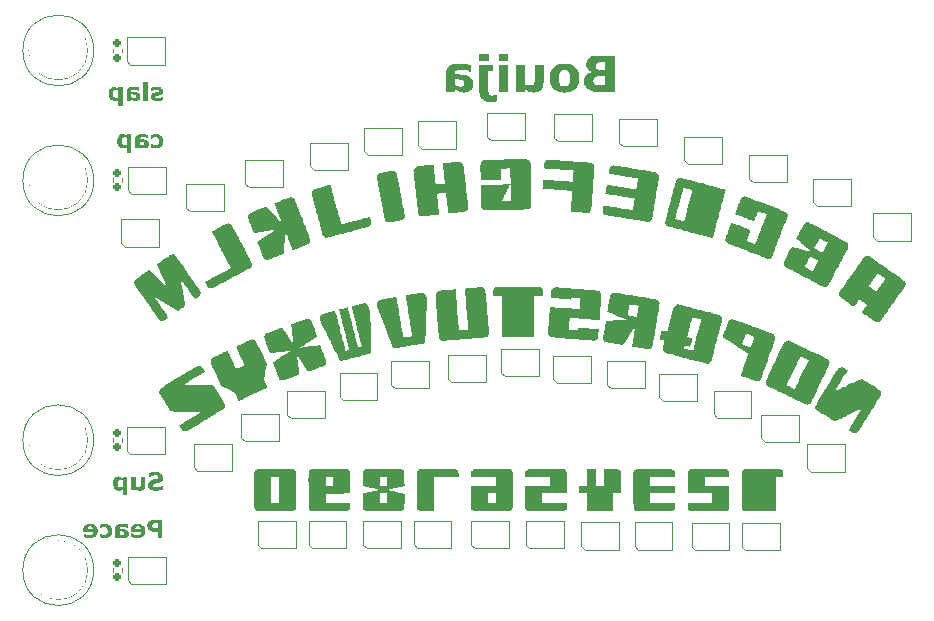
<source format=gbr>
%TF.GenerationSoftware,KiCad,Pcbnew,9.0.2*%
%TF.CreationDate,2025-09-05T17:13:16+02:00*%
%TF.ProjectId,LLM Business Card,4c4c4d20-4275-4736-996e-657373204361,rev?*%
%TF.SameCoordinates,Original*%
%TF.FileFunction,Legend,Bot*%
%TF.FilePolarity,Positive*%
%FSLAX46Y46*%
G04 Gerber Fmt 4.6, Leading zero omitted, Abs format (unit mm)*
G04 Created by KiCad (PCBNEW 9.0.2) date 2025-09-05 17:13:16*
%MOMM*%
%LPD*%
G01*
G04 APERTURE LIST*
G04 Aperture macros list*
%AMRoundRect*
0 Rectangle with rounded corners*
0 $1 Rounding radius*
0 $2 $3 $4 $5 $6 $7 $8 $9 X,Y pos of 4 corners*
0 Add a 4 corners polygon primitive as box body*
4,1,4,$2,$3,$4,$5,$6,$7,$8,$9,$2,$3,0*
0 Add four circle primitives for the rounded corners*
1,1,$1+$1,$2,$3*
1,1,$1+$1,$4,$5*
1,1,$1+$1,$6,$7*
1,1,$1+$1,$8,$9*
0 Add four rect primitives between the rounded corners*
20,1,$1+$1,$2,$3,$4,$5,0*
20,1,$1+$1,$4,$5,$6,$7,0*
20,1,$1+$1,$6,$7,$8,$9,0*
20,1,$1+$1,$8,$9,$2,$3,0*%
G04 Aperture macros list end*
%ADD10C,0.300000*%
%ADD11C,0.120000*%
%ADD12C,0.100000*%
%ADD13C,2.500000*%
%ADD14C,0.000000*%
%ADD15C,0.650000*%
%ADD16O,2.100000X1.000000*%
%ADD17O,1.800000X1.000000*%
%ADD18R,1.700000X1.700000*%
%ADD19O,1.700000X1.700000*%
%ADD20R,0.700000X0.700000*%
%ADD21C,5.000000*%
%ADD22RoundRect,0.160000X0.160000X-0.197500X0.160000X0.197500X-0.160000X0.197500X-0.160000X-0.197500X0*%
%ADD23RoundRect,0.160000X-0.160000X0.197500X-0.160000X-0.197500X0.160000X-0.197500X0.160000X0.197500X0*%
G04 APERTURE END LIST*
D10*
G36*
X152110554Y-108490000D02*
G01*
X150778454Y-108490000D01*
X150461215Y-108474177D01*
X150230373Y-108432847D01*
X150023199Y-108356346D01*
X149833784Y-108240872D01*
X149694740Y-108111926D01*
X149588869Y-107953093D01*
X149540021Y-107834389D01*
X149510013Y-107703797D01*
X149499659Y-107559068D01*
X149500538Y-107550825D01*
X150315369Y-107550825D01*
X150327294Y-107656902D01*
X150361531Y-107747013D01*
X150423290Y-107820854D01*
X150530608Y-107883483D01*
X150655725Y-107922305D01*
X150794940Y-107936973D01*
X151270481Y-107938988D01*
X151327817Y-107938988D01*
X151327817Y-107176950D01*
X151155626Y-107176950D01*
X150817472Y-107178965D01*
X150664354Y-107188178D01*
X150563398Y-107207725D01*
X150443172Y-107259685D01*
X150371789Y-107325877D01*
X150331020Y-107415725D01*
X150315369Y-107550825D01*
X149500538Y-107550825D01*
X149520545Y-107363145D01*
X149579510Y-107202352D01*
X149674965Y-107069056D01*
X149801710Y-106961726D01*
X149957898Y-106879776D01*
X150149406Y-106823958D01*
X150149406Y-106807472D01*
X150015122Y-106734256D01*
X149906212Y-106646472D01*
X149819495Y-106543689D01*
X149755042Y-106426042D01*
X149717444Y-106301339D01*
X150508077Y-106301339D01*
X150516664Y-106397471D01*
X150540867Y-106477561D01*
X150588988Y-106543705D01*
X150680268Y-106601392D01*
X150763811Y-106628330D01*
X150887264Y-106643157D01*
X151204902Y-106649385D01*
X151327817Y-106649385D01*
X151327817Y-105992861D01*
X151253995Y-105992861D01*
X150894408Y-105995975D01*
X150772268Y-106007443D01*
X150680268Y-106032428D01*
X150596926Y-106081249D01*
X150545996Y-106147100D01*
X150517305Y-106225250D01*
X150508077Y-106301339D01*
X149717444Y-106301339D01*
X149716024Y-106296629D01*
X149702625Y-106152412D01*
X149724498Y-105969646D01*
X149787805Y-105812609D01*
X149852954Y-105721647D01*
X149938329Y-105642779D01*
X150046824Y-105575389D01*
X150217467Y-105505495D01*
X150386078Y-105466578D01*
X150582051Y-105449229D01*
X150926099Y-105441849D01*
X152110554Y-105441849D01*
X152110554Y-108490000D01*
G37*
G36*
X148102491Y-106136506D02*
G01*
X148311391Y-106178209D01*
X148492977Y-106244368D01*
X148651150Y-106333807D01*
X148788913Y-106446786D01*
X148905684Y-106582237D01*
X148997427Y-106736369D01*
X149064840Y-106911873D01*
X149107107Y-107112358D01*
X149121938Y-107342180D01*
X149107246Y-107570087D01*
X149065330Y-107769403D01*
X148998401Y-107944354D01*
X148907230Y-108098440D01*
X148791111Y-108234277D01*
X148654148Y-108347463D01*
X148496274Y-108437162D01*
X148314382Y-108503606D01*
X148104437Y-108545550D01*
X147861645Y-108560341D01*
X147618845Y-108545548D01*
X147408920Y-108503601D01*
X147227069Y-108437155D01*
X147069253Y-108347457D01*
X146932362Y-108234277D01*
X146816171Y-108098430D01*
X146724949Y-107944338D01*
X146657986Y-107769388D01*
X146616050Y-107570077D01*
X146601612Y-107346210D01*
X147365771Y-107346210D01*
X147376035Y-107552104D01*
X147401674Y-107687295D01*
X147447342Y-107803138D01*
X147509202Y-107897955D01*
X147580104Y-107966178D01*
X147663991Y-108010978D01*
X147757131Y-108036054D01*
X147855600Y-108044501D01*
X147968311Y-108034940D01*
X148063695Y-108007864D01*
X148147899Y-107960860D01*
X148220315Y-107891727D01*
X148278010Y-107798788D01*
X148322897Y-107670992D01*
X148348353Y-107526930D01*
X148357702Y-107346210D01*
X148346701Y-107145667D01*
X148317768Y-106997981D01*
X148268596Y-106869733D01*
X148210057Y-106780177D01*
X148129889Y-106707011D01*
X148051421Y-106666238D01*
X147964708Y-106645159D01*
X147861645Y-106637662D01*
X147757843Y-106646483D01*
X147663075Y-106672283D01*
X147578165Y-106718589D01*
X147505172Y-106790436D01*
X147448801Y-106881306D01*
X147402773Y-107008239D01*
X147375916Y-107152932D01*
X147365771Y-107346210D01*
X146601612Y-107346210D01*
X146601352Y-107342180D01*
X146615967Y-107114122D01*
X146657670Y-106914598D01*
X146724251Y-106739412D01*
X146814920Y-106585079D01*
X146930347Y-106448984D01*
X147066444Y-106335591D01*
X147223948Y-106245632D01*
X147406068Y-106178904D01*
X147616981Y-106136718D01*
X147861645Y-106121821D01*
X148102491Y-106136506D01*
G37*
G36*
X143779614Y-108490000D02*
G01*
X144517472Y-108490000D01*
X144517472Y-108242337D01*
X144721479Y-108384401D01*
X144892629Y-108479375D01*
X145008655Y-108523051D01*
X145142778Y-108550615D01*
X145298194Y-108560341D01*
X145487422Y-108545019D01*
X145644691Y-108502018D01*
X145775911Y-108433962D01*
X145885476Y-108340889D01*
X145970847Y-108226147D01*
X146034972Y-108083961D01*
X146076391Y-107908451D01*
X146091372Y-107692241D01*
X146091372Y-106192163D01*
X145349485Y-106192163D01*
X145349485Y-107334670D01*
X145338311Y-107625013D01*
X145318500Y-107734671D01*
X145285921Y-107816805D01*
X145237157Y-107882336D01*
X145168135Y-107927630D01*
X145080733Y-107952554D01*
X144947766Y-107962435D01*
X144851743Y-107954270D01*
X144738939Y-107927630D01*
X144626814Y-107884801D01*
X144517472Y-107825048D01*
X144517472Y-106192163D01*
X143779614Y-106192163D01*
X143779614Y-108490000D01*
G37*
G36*
X142345664Y-108490000D02*
G01*
X143083339Y-108490000D01*
X143083339Y-106192163D01*
X142345664Y-106192163D01*
X142345664Y-108490000D01*
G37*
G36*
X142325148Y-105863900D02*
G01*
X143103855Y-105863900D01*
X143103855Y-105301165D01*
X142325148Y-105301165D01*
X142325148Y-105863900D01*
G37*
G36*
X140654160Y-108532498D02*
G01*
X140670580Y-108724329D01*
X140717013Y-108885909D01*
X140791256Y-109022899D01*
X140893946Y-109139380D01*
X141019628Y-109233159D01*
X141162058Y-109300869D01*
X141324381Y-109342871D01*
X141510720Y-109357550D01*
X141876718Y-109339965D01*
X142117419Y-109303878D01*
X142117419Y-108771367D01*
X142060083Y-108771367D01*
X141906393Y-108804523D01*
X141760764Y-108818262D01*
X141625153Y-108801982D01*
X141532069Y-108758884D01*
X141469687Y-108691866D01*
X141430556Y-108603313D01*
X141402720Y-108469996D01*
X141391835Y-108276592D01*
X141391835Y-106696280D01*
X141828358Y-106696280D01*
X141828358Y-106192163D01*
X140654160Y-106192163D01*
X140654160Y-108532498D01*
G37*
G36*
X140654160Y-105863900D02*
G01*
X141439096Y-105863900D01*
X141439096Y-105301165D01*
X140654160Y-105301165D01*
X140654160Y-105863900D01*
G37*
G36*
X139286192Y-106132285D02*
G01*
X139550122Y-106163770D01*
X139930225Y-106236310D01*
X139930225Y-106790069D01*
X139862630Y-106790069D01*
X139565509Y-106690601D01*
X139360402Y-106641406D01*
X139176064Y-106625938D01*
X138973072Y-106635856D01*
X138823931Y-106661877D01*
X138717009Y-106699394D01*
X138631063Y-106760971D01*
X138579779Y-106846790D01*
X138561304Y-106965191D01*
X138561304Y-106977648D01*
X138884204Y-107001568D01*
X139190535Y-107035350D01*
X139479508Y-107090619D01*
X139698682Y-107167241D01*
X139829322Y-107238656D01*
X139934865Y-107323072D01*
X140018518Y-107420765D01*
X140079073Y-107533068D01*
X140117445Y-107669242D01*
X140131175Y-107834940D01*
X140116759Y-107989526D01*
X140075094Y-108125694D01*
X140006750Y-108247102D01*
X139909891Y-108356277D01*
X139793536Y-108444968D01*
X139664962Y-108508200D01*
X139521762Y-108546941D01*
X139360711Y-108560341D01*
X139224514Y-108553347D01*
X139104623Y-108533414D01*
X138989835Y-108500403D01*
X138879125Y-108455195D01*
X138713162Y-108354811D01*
X138565518Y-108246184D01*
X138565518Y-108490000D01*
X137833888Y-108490000D01*
X137833888Y-107891910D01*
X138565518Y-107891910D01*
X138657612Y-107958178D01*
X138765369Y-108011161D01*
X138879573Y-108045231D01*
X138989584Y-108056224D01*
X139119751Y-108050441D01*
X139194565Y-108036807D01*
X139256152Y-108011507D01*
X139307222Y-107976174D01*
X139348482Y-107932334D01*
X139368771Y-107889895D01*
X139381045Y-107772841D01*
X139365654Y-107672254D01*
X139322609Y-107597353D01*
X139254002Y-107540255D01*
X139153532Y-107495687D01*
X139052556Y-107470679D01*
X138889384Y-107445312D01*
X138565518Y-107411423D01*
X138565518Y-107891910D01*
X137833888Y-107891910D01*
X137833888Y-106923426D01*
X137853335Y-106720349D01*
X137907592Y-106556335D01*
X137993795Y-106423203D01*
X138113607Y-106315628D01*
X138254193Y-106239478D01*
X138443857Y-106178575D01*
X138695095Y-106137262D01*
X139022374Y-106121821D01*
X139286192Y-106132285D01*
G37*
G36*
X112825710Y-108882024D02*
G01*
X112835685Y-108967115D01*
X112864813Y-109042107D01*
X112913756Y-109109496D01*
X112985537Y-109170628D01*
X113066772Y-109215887D01*
X113164615Y-109250150D01*
X113282169Y-109272241D01*
X113423067Y-109280170D01*
X113572846Y-109272712D01*
X113701779Y-109251686D01*
X113820107Y-109219889D01*
X113902638Y-109188579D01*
X113902638Y-108887428D01*
X113868841Y-108887428D01*
X113804819Y-108927453D01*
X113701779Y-108974165D01*
X113571720Y-109012267D01*
X113497406Y-109024044D01*
X113415923Y-109028112D01*
X113314639Y-109021368D01*
X113255089Y-109005214D01*
X113224677Y-108986315D01*
X113208231Y-108964142D01*
X113202791Y-108937528D01*
X113210815Y-108900473D01*
X113233565Y-108876345D01*
X113271644Y-108859766D01*
X113350344Y-108839801D01*
X113461536Y-108819742D01*
X113589122Y-108793456D01*
X113689967Y-108758588D01*
X113765892Y-108715610D01*
X113821672Y-108665411D01*
X113863299Y-108603677D01*
X113888665Y-108532347D01*
X113897509Y-108448798D01*
X113887947Y-108370001D01*
X113859689Y-108298806D01*
X113811588Y-108233044D01*
X113740247Y-108171552D01*
X113660126Y-108125734D01*
X113563878Y-108091146D01*
X113448490Y-108068889D01*
X113310410Y-108060910D01*
X113183018Y-108067583D01*
X113062931Y-108087197D01*
X112951546Y-108116215D01*
X112878009Y-108143342D01*
X112878009Y-108436067D01*
X112909791Y-108436067D01*
X112996205Y-108387196D01*
X113096820Y-108347224D01*
X113202775Y-108321480D01*
X113309403Y-108312969D01*
X113394525Y-108319291D01*
X113459521Y-108336325D01*
X113495878Y-108355981D01*
X113514525Y-108377746D01*
X113520429Y-108402545D01*
X113513219Y-108439451D01*
X113492768Y-108465285D01*
X113455117Y-108483884D01*
X113362617Y-108508516D01*
X113241259Y-108530681D01*
X113110559Y-108557883D01*
X113017033Y-108590334D01*
X112946816Y-108630570D01*
X112895411Y-108677776D01*
X112857235Y-108735707D01*
X112833876Y-108802960D01*
X112825710Y-108882024D01*
G37*
G36*
X112211318Y-109245000D02*
G01*
X112580155Y-109245000D01*
X112580155Y-107650582D01*
X112211318Y-107650582D01*
X112211318Y-109245000D01*
G37*
G36*
X111527150Y-108066142D02*
G01*
X111659115Y-108081885D01*
X111849166Y-108118155D01*
X111849166Y-108395034D01*
X111815369Y-108395034D01*
X111666809Y-108345300D01*
X111564255Y-108320703D01*
X111472086Y-108312969D01*
X111370590Y-108317928D01*
X111296020Y-108330938D01*
X111242559Y-108349697D01*
X111199586Y-108380485D01*
X111173944Y-108423395D01*
X111164706Y-108482595D01*
X111164706Y-108488824D01*
X111326156Y-108500784D01*
X111479322Y-108517675D01*
X111623808Y-108545309D01*
X111733395Y-108583620D01*
X111798715Y-108619328D01*
X111851487Y-108661536D01*
X111893313Y-108710382D01*
X111923591Y-108766534D01*
X111942776Y-108834621D01*
X111949642Y-108917470D01*
X111942434Y-108994763D01*
X111921601Y-109062847D01*
X111887429Y-109123551D01*
X111839000Y-109178138D01*
X111780822Y-109222484D01*
X111716535Y-109254100D01*
X111644935Y-109273470D01*
X111564410Y-109280170D01*
X111496311Y-109276673D01*
X111436366Y-109266707D01*
X111378972Y-109250201D01*
X111323617Y-109227597D01*
X111240635Y-109177405D01*
X111166813Y-109123092D01*
X111166813Y-109245000D01*
X110800998Y-109245000D01*
X110800998Y-108945955D01*
X111166813Y-108945955D01*
X111212860Y-108979089D01*
X111266739Y-109005580D01*
X111323841Y-109022615D01*
X111378846Y-109028112D01*
X111443930Y-109025220D01*
X111481337Y-109018403D01*
X111512130Y-109005753D01*
X111537665Y-108988087D01*
X111558295Y-108966167D01*
X111568440Y-108944947D01*
X111574576Y-108886420D01*
X111566881Y-108836127D01*
X111545359Y-108798676D01*
X111511055Y-108770127D01*
X111460820Y-108747843D01*
X111410332Y-108735339D01*
X111328746Y-108722656D01*
X111166813Y-108705711D01*
X111166813Y-108945955D01*
X110800998Y-108945955D01*
X110800998Y-108461713D01*
X110810721Y-108360174D01*
X110837850Y-108278167D01*
X110880952Y-108211601D01*
X110940858Y-108157814D01*
X111011151Y-108119739D01*
X111105983Y-108089287D01*
X111231601Y-108068631D01*
X111395241Y-108060910D01*
X111527150Y-108066142D01*
G37*
G36*
X109790319Y-108066054D02*
G01*
X109858067Y-108080845D01*
X109918610Y-108104691D01*
X110005281Y-108153699D01*
X110092267Y-108215974D01*
X110092267Y-108096081D01*
X110461104Y-108096081D01*
X110461104Y-109667051D01*
X110092267Y-109667051D01*
X110092267Y-109188488D01*
X110020236Y-109222628D01*
X109951949Y-109247381D01*
X109879271Y-109262734D01*
X109784795Y-109268447D01*
X109681053Y-109258077D01*
X109585035Y-109227414D01*
X109497326Y-109177048D01*
X109417973Y-109106239D01*
X109355395Y-109022195D01*
X109303759Y-108913165D01*
X109279943Y-108834019D01*
X109265233Y-108747765D01*
X109260457Y-108658908D01*
X109640356Y-108658908D01*
X109649659Y-108770568D01*
X109674525Y-108853370D01*
X109712072Y-108914081D01*
X109750680Y-108949777D01*
X109798479Y-108976024D01*
X109857457Y-108992771D01*
X109930334Y-108998803D01*
X110013407Y-108994773D01*
X110092267Y-108976454D01*
X110092267Y-108403186D01*
X110040714Y-108377118D01*
X109986754Y-108358032D01*
X109931492Y-108346122D01*
X109879134Y-108342278D01*
X109800039Y-108351597D01*
X109741285Y-108377020D01*
X109697784Y-108417383D01*
X109668401Y-108470906D01*
X109648147Y-108548703D01*
X109640356Y-108658908D01*
X109260457Y-108658908D01*
X109260162Y-108653413D01*
X109268732Y-108513895D01*
X109292663Y-108397362D01*
X109329956Y-108300121D01*
X109379596Y-108219088D01*
X109445071Y-108150039D01*
X109521058Y-108101327D01*
X109609637Y-108071399D01*
X109714087Y-108060910D01*
X109790319Y-108066054D01*
G37*
G36*
X113226330Y-113280170D02*
G01*
X113373052Y-113270827D01*
X113501469Y-113244175D01*
X113582033Y-113215267D01*
X113653957Y-113178161D01*
X113718174Y-113132892D01*
X113774073Y-113078822D01*
X113821107Y-113015981D01*
X113859590Y-112943390D01*
X113886731Y-112865642D01*
X113903793Y-112776997D01*
X113909782Y-112675669D01*
X113903323Y-112568925D01*
X113885012Y-112476637D01*
X113856018Y-112396683D01*
X113814980Y-112322214D01*
X113765065Y-112257624D01*
X113705901Y-112201960D01*
X113641194Y-112157953D01*
X113569746Y-112122269D01*
X113490753Y-112094890D01*
X113366997Y-112069477D01*
X113237595Y-112060910D01*
X113122529Y-112067499D01*
X113020433Y-112086372D01*
X112923534Y-112115960D01*
X112834961Y-112152593D01*
X112834961Y-112465376D01*
X112887260Y-112465376D01*
X112939009Y-112424985D01*
X113013289Y-112379647D01*
X113105521Y-112344568D01*
X113157949Y-112334285D01*
X113222300Y-112330554D01*
X113295008Y-112336942D01*
X113355636Y-112354945D01*
X113406507Y-112383674D01*
X113449262Y-112423428D01*
X113491918Y-112489593D01*
X113518934Y-112572171D01*
X113528672Y-112675578D01*
X113518432Y-112782232D01*
X113490554Y-112863508D01*
X113447247Y-112925255D01*
X113387778Y-112971282D01*
X113312328Y-113000127D01*
X113216163Y-113010526D01*
X113148443Y-113006541D01*
X113090683Y-112995322D01*
X113037633Y-112977925D01*
X112997902Y-112959327D01*
X112936444Y-112918019D01*
X112887260Y-112875704D01*
X112834961Y-112875704D01*
X112834961Y-113190869D01*
X112923817Y-113227605D01*
X113016861Y-113255990D01*
X113114447Y-113273876D01*
X113226330Y-113280170D01*
G37*
G36*
X112254017Y-112066142D02*
G01*
X112385982Y-112081885D01*
X112576033Y-112118155D01*
X112576033Y-112395034D01*
X112542236Y-112395034D01*
X112393675Y-112345300D01*
X112291122Y-112320703D01*
X112198953Y-112312969D01*
X112097457Y-112317928D01*
X112022886Y-112330938D01*
X111969426Y-112349697D01*
X111926452Y-112380485D01*
X111900810Y-112423395D01*
X111891573Y-112482595D01*
X111891573Y-112488824D01*
X112053023Y-112500784D01*
X112206188Y-112517675D01*
X112350675Y-112545309D01*
X112460262Y-112583620D01*
X112525582Y-112619328D01*
X112578354Y-112661536D01*
X112620180Y-112710382D01*
X112650457Y-112766534D01*
X112669643Y-112834621D01*
X112676509Y-112917470D01*
X112669301Y-112994763D01*
X112648468Y-113062847D01*
X112614296Y-113123551D01*
X112565867Y-113178138D01*
X112507689Y-113222484D01*
X112443402Y-113254100D01*
X112371802Y-113273470D01*
X112291277Y-113280170D01*
X112223178Y-113276673D01*
X112163232Y-113266707D01*
X112105838Y-113250201D01*
X112050484Y-113227597D01*
X111967502Y-113177405D01*
X111893680Y-113123092D01*
X111893680Y-113245000D01*
X111527865Y-113245000D01*
X111527865Y-112945955D01*
X111893680Y-112945955D01*
X111939727Y-112979089D01*
X111993606Y-113005580D01*
X112050708Y-113022615D01*
X112105713Y-113028112D01*
X112170796Y-113025220D01*
X112208203Y-113018403D01*
X112238997Y-113005753D01*
X112264532Y-112988087D01*
X112285162Y-112966167D01*
X112295307Y-112944947D01*
X112301443Y-112886420D01*
X112293748Y-112836127D01*
X112272226Y-112798676D01*
X112237922Y-112770127D01*
X112187687Y-112747843D01*
X112137199Y-112735339D01*
X112055613Y-112722656D01*
X111893680Y-112705711D01*
X111893680Y-112945955D01*
X111527865Y-112945955D01*
X111527865Y-112461713D01*
X111537588Y-112360174D01*
X111564717Y-112278167D01*
X111607818Y-112211601D01*
X111667725Y-112157814D01*
X111738017Y-112119739D01*
X111832849Y-112089287D01*
X111958468Y-112068631D01*
X112122108Y-112060910D01*
X112254017Y-112066142D01*
G37*
G36*
X110517185Y-112066054D02*
G01*
X110584933Y-112080845D01*
X110645477Y-112104691D01*
X110732148Y-112153699D01*
X110819133Y-112215974D01*
X110819133Y-112096081D01*
X111187971Y-112096081D01*
X111187971Y-113667051D01*
X110819133Y-113667051D01*
X110819133Y-113188488D01*
X110747103Y-113222628D01*
X110678816Y-113247381D01*
X110606138Y-113262734D01*
X110511662Y-113268447D01*
X110407919Y-113258077D01*
X110311902Y-113227414D01*
X110224193Y-113177048D01*
X110144840Y-113106239D01*
X110082261Y-113022195D01*
X110030626Y-112913165D01*
X110006810Y-112834019D01*
X109992100Y-112747765D01*
X109987323Y-112658908D01*
X110367223Y-112658908D01*
X110376526Y-112770568D01*
X110401392Y-112853370D01*
X110438939Y-112914081D01*
X110477546Y-112949777D01*
X110525346Y-112976024D01*
X110584323Y-112992771D01*
X110657200Y-112998803D01*
X110740273Y-112994773D01*
X110819133Y-112976454D01*
X110819133Y-112403186D01*
X110767581Y-112377118D01*
X110713620Y-112358032D01*
X110658359Y-112346122D01*
X110606001Y-112342278D01*
X110526906Y-112351597D01*
X110468152Y-112377020D01*
X110424651Y-112417383D01*
X110395268Y-112470906D01*
X110375014Y-112548703D01*
X110367223Y-112658908D01*
X109987323Y-112658908D01*
X109987028Y-112653413D01*
X109995599Y-112513895D01*
X110019529Y-112397362D01*
X110056823Y-112300121D01*
X110106463Y-112219088D01*
X110171937Y-112150039D01*
X110247925Y-112101327D01*
X110336504Y-112071399D01*
X110440954Y-112060910D01*
X110517185Y-112066054D01*
G37*
G36*
X112583910Y-141766619D02*
G01*
X112591665Y-141854101D01*
X112614269Y-141933056D01*
X112651562Y-142005186D01*
X112704495Y-142071726D01*
X112775061Y-142133350D01*
X112872858Y-142192030D01*
X112989498Y-142236049D01*
X113128488Y-142264236D01*
X113294016Y-142274309D01*
X113477290Y-142265321D01*
X113624476Y-142240786D01*
X113762230Y-142202340D01*
X113888350Y-142155790D01*
X113888350Y-141787777D01*
X113845302Y-141787777D01*
X113760859Y-141850336D01*
X113670056Y-141902389D01*
X113572269Y-141944214D01*
X113470341Y-141975141D01*
X113373781Y-141993008D01*
X113281742Y-141998803D01*
X113187495Y-141992391D01*
X113131999Y-141983270D01*
X113092149Y-141970959D01*
X113050226Y-141948786D01*
X113017868Y-141922874D01*
X112996592Y-141888873D01*
X112988651Y-141837328D01*
X112998999Y-141791139D01*
X113031241Y-141750683D01*
X113080286Y-141719984D01*
X113155713Y-141694720D01*
X113337521Y-141656344D01*
X113431497Y-141635661D01*
X113517406Y-141610640D01*
X113641300Y-141560218D01*
X113731404Y-141503357D01*
X113794561Y-141440922D01*
X113840708Y-141365516D01*
X113869134Y-141277827D01*
X113879099Y-141174758D01*
X113871465Y-141092580D01*
X113849137Y-141018059D01*
X113812092Y-140949554D01*
X113759147Y-140885906D01*
X113688040Y-140826529D01*
X113590187Y-140769627D01*
X113477448Y-140727535D01*
X113347282Y-140700979D01*
X113196654Y-140691615D01*
X113046885Y-140698882D01*
X112899075Y-140720649D01*
X112757561Y-140754603D01*
X112644360Y-140793464D01*
X112644360Y-141142976D01*
X112686400Y-141142976D01*
X112786370Y-141075637D01*
X112912356Y-141017588D01*
X113002603Y-140989432D01*
X113093408Y-140972695D01*
X113185389Y-140967121D01*
X113283299Y-140974082D01*
X113331059Y-140984024D01*
X113376997Y-141000094D01*
X113414097Y-141020147D01*
X113445690Y-141048545D01*
X113467268Y-141083434D01*
X113474358Y-141122459D01*
X113469013Y-141160429D01*
X113453797Y-141190760D01*
X113428288Y-141215333D01*
X113370943Y-141242936D01*
X113254082Y-141274226D01*
X113092698Y-141308114D01*
X112926186Y-141353269D01*
X112813408Y-141399248D01*
X112728922Y-141451640D01*
X112667441Y-141509706D01*
X112622135Y-141579896D01*
X112593923Y-141664297D01*
X112583910Y-141766619D01*
G37*
G36*
X111187329Y-142245000D02*
G01*
X111556258Y-142245000D01*
X111556258Y-142121168D01*
X111658262Y-142192200D01*
X111743837Y-142239687D01*
X111801850Y-142261525D01*
X111868912Y-142275307D01*
X111946619Y-142280170D01*
X112041234Y-142272509D01*
X112119868Y-142251009D01*
X112185478Y-142216981D01*
X112240260Y-142170444D01*
X112282946Y-142113073D01*
X112315008Y-142041980D01*
X112335718Y-141954225D01*
X112343209Y-141846120D01*
X112343209Y-141096081D01*
X111972265Y-141096081D01*
X111972265Y-141667335D01*
X111966678Y-141812506D01*
X111956772Y-141867335D01*
X111940483Y-141908402D01*
X111916101Y-141941168D01*
X111881590Y-141963815D01*
X111837889Y-141976277D01*
X111771406Y-141981217D01*
X111723394Y-141977135D01*
X111666992Y-141963815D01*
X111610929Y-141942400D01*
X111556258Y-141912524D01*
X111556258Y-141096081D01*
X111187329Y-141096081D01*
X111187329Y-142245000D01*
G37*
G36*
X110168407Y-141066054D02*
G01*
X110236154Y-141080845D01*
X110296698Y-141104691D01*
X110383369Y-141153699D01*
X110470355Y-141215974D01*
X110470355Y-141096081D01*
X110839192Y-141096081D01*
X110839192Y-142667051D01*
X110470355Y-142667051D01*
X110470355Y-142188488D01*
X110398324Y-142222628D01*
X110330037Y-142247381D01*
X110257359Y-142262734D01*
X110162883Y-142268447D01*
X110059141Y-142258077D01*
X109963123Y-142227414D01*
X109875414Y-142177048D01*
X109796061Y-142106239D01*
X109733483Y-142022195D01*
X109681847Y-141913165D01*
X109658031Y-141834019D01*
X109643321Y-141747765D01*
X109638545Y-141658908D01*
X110018444Y-141658908D01*
X110027747Y-141770568D01*
X110052613Y-141853370D01*
X110090160Y-141914081D01*
X110128767Y-141949777D01*
X110176567Y-141976024D01*
X110235545Y-141992771D01*
X110308422Y-141998803D01*
X110391495Y-141994773D01*
X110470355Y-141976454D01*
X110470355Y-141403186D01*
X110418802Y-141377118D01*
X110364842Y-141358032D01*
X110309580Y-141346122D01*
X110257222Y-141342278D01*
X110178127Y-141351597D01*
X110119373Y-141377020D01*
X110075872Y-141417383D01*
X110046489Y-141470906D01*
X110026235Y-141548703D01*
X110018444Y-141658908D01*
X109638545Y-141658908D01*
X109638250Y-141653413D01*
X109646820Y-141513895D01*
X109670751Y-141397362D01*
X109708044Y-141300121D01*
X109757684Y-141219088D01*
X109823159Y-141150039D01*
X109899146Y-141101327D01*
X109987725Y-141071399D01*
X110092175Y-141060910D01*
X110168407Y-141066054D01*
G37*
G36*
X113805277Y-146245000D02*
G01*
X113411802Y-146245000D01*
X113411802Y-145746744D01*
X113166887Y-145746744D01*
X113056012Y-145741035D01*
X112963917Y-145725189D01*
X112887718Y-145700765D01*
X112815778Y-145665533D01*
X112748113Y-145620436D01*
X112684294Y-145564844D01*
X112626030Y-145491661D01*
X112581895Y-145400896D01*
X112554931Y-145301982D01*
X112546917Y-145211577D01*
X112952747Y-145211577D01*
X112957317Y-145273522D01*
X112969692Y-145321395D01*
X112991683Y-145363048D01*
X113024463Y-145398790D01*
X113072784Y-145428726D01*
X113133640Y-145447424D01*
X113203054Y-145456156D01*
X113299053Y-145459515D01*
X113411802Y-145459515D01*
X113411802Y-145008154D01*
X113344207Y-145008154D01*
X113188411Y-145010718D01*
X113130123Y-145018441D01*
X113068518Y-145037463D01*
X113026041Y-145062036D01*
X112987643Y-145101760D01*
X112961688Y-145151571D01*
X112952747Y-145211577D01*
X112546917Y-145211577D01*
X112545991Y-145201136D01*
X112551838Y-145114367D01*
X112568407Y-145039749D01*
X112594718Y-144975364D01*
X112631812Y-144916637D01*
X112678481Y-144865391D01*
X112735585Y-144821033D01*
X112816933Y-144777815D01*
X112912356Y-144746020D01*
X113018011Y-144727787D01*
X113157728Y-144720924D01*
X113805277Y-144720924D01*
X113805277Y-146245000D01*
G37*
G36*
X111840501Y-145068399D02*
G01*
X111947904Y-145089719D01*
X112041827Y-145123628D01*
X112124167Y-145169570D01*
X112196388Y-145227698D01*
X112258082Y-145297544D01*
X112306253Y-145376205D01*
X112341438Y-145464928D01*
X112363383Y-145565426D01*
X112371052Y-145679791D01*
X112362882Y-145795354D01*
X112339633Y-145895347D01*
X112302515Y-145982258D01*
X112251773Y-146058079D01*
X112186680Y-146124191D01*
X112112006Y-146177087D01*
X112023932Y-146219891D01*
X111920335Y-146252164D01*
X111798641Y-146272819D01*
X111655909Y-146280170D01*
X111524800Y-146274258D01*
X111410995Y-146257547D01*
X111299481Y-146228827D01*
X111175331Y-146184549D01*
X111175331Y-145887428D01*
X111216272Y-145887428D01*
X111286995Y-145932630D01*
X111389471Y-145979385D01*
X111501001Y-146011555D01*
X111615884Y-146022250D01*
X111737176Y-146012856D01*
X111827961Y-145987716D01*
X111895145Y-145949893D01*
X111947969Y-145895527D01*
X111982260Y-145827167D01*
X111998094Y-145740882D01*
X111153807Y-145740882D01*
X111153807Y-145611647D01*
X111160412Y-145523995D01*
X111520629Y-145523995D01*
X111999101Y-145523995D01*
X111985693Y-145445178D01*
X111959667Y-145387256D01*
X111922348Y-145345300D01*
X111873819Y-145314995D01*
X111816159Y-145296175D01*
X111747042Y-145289521D01*
X111672849Y-145297020D01*
X111618117Y-145317215D01*
X111578057Y-145348415D01*
X111549072Y-145390945D01*
X111529379Y-145448042D01*
X111520629Y-145523995D01*
X111160412Y-145523995D01*
X111163847Y-145478410D01*
X111191863Y-145368546D01*
X111235808Y-145277821D01*
X111295224Y-145202968D01*
X111369711Y-145143842D01*
X111462128Y-145099661D01*
X111576355Y-145071199D01*
X111717367Y-145060910D01*
X111840501Y-145068399D01*
G37*
G36*
X110557018Y-145066142D02*
G01*
X110688982Y-145081885D01*
X110879034Y-145118155D01*
X110879034Y-145395034D01*
X110845237Y-145395034D01*
X110696676Y-145345300D01*
X110594123Y-145320703D01*
X110501953Y-145312969D01*
X110400457Y-145317928D01*
X110325887Y-145330938D01*
X110272426Y-145349697D01*
X110229453Y-145380485D01*
X110203811Y-145423395D01*
X110194574Y-145482595D01*
X110194574Y-145488824D01*
X110356024Y-145500784D01*
X110509189Y-145517675D01*
X110653676Y-145545309D01*
X110763263Y-145583620D01*
X110828582Y-145619328D01*
X110881354Y-145661536D01*
X110923181Y-145710382D01*
X110953458Y-145766534D01*
X110972644Y-145834621D01*
X110979509Y-145917470D01*
X110972301Y-145994763D01*
X110951469Y-146062847D01*
X110917297Y-146123551D01*
X110868867Y-146178138D01*
X110810689Y-146222484D01*
X110746403Y-146254100D01*
X110674803Y-146273470D01*
X110594277Y-146280170D01*
X110526179Y-146276673D01*
X110466233Y-146266707D01*
X110408839Y-146250201D01*
X110353484Y-146227597D01*
X110270503Y-146177405D01*
X110196680Y-146123092D01*
X110196680Y-146245000D01*
X109830866Y-146245000D01*
X109830866Y-145945955D01*
X110196680Y-145945955D01*
X110242728Y-145979089D01*
X110296606Y-146005580D01*
X110353708Y-146022615D01*
X110408714Y-146028112D01*
X110473797Y-146025220D01*
X110511204Y-146018403D01*
X110541998Y-146005753D01*
X110567533Y-145988087D01*
X110588162Y-145966167D01*
X110598307Y-145944947D01*
X110604444Y-145886420D01*
X110596748Y-145836127D01*
X110575226Y-145798676D01*
X110540922Y-145770127D01*
X110490688Y-145747843D01*
X110440199Y-145735339D01*
X110358613Y-145722656D01*
X110196680Y-145705711D01*
X110196680Y-145945955D01*
X109830866Y-145945955D01*
X109830866Y-145461713D01*
X109840589Y-145360174D01*
X109867718Y-145278167D01*
X109910819Y-145211601D01*
X109970725Y-145157814D01*
X110041018Y-145119739D01*
X110135850Y-145089287D01*
X110261469Y-145068631D01*
X110425109Y-145060910D01*
X110557018Y-145066142D01*
G37*
G36*
X108891508Y-146280170D02*
G01*
X109038230Y-146270827D01*
X109166647Y-146244175D01*
X109247211Y-146215267D01*
X109319135Y-146178161D01*
X109383352Y-146132892D01*
X109439251Y-146078822D01*
X109486285Y-146015981D01*
X109524768Y-145943390D01*
X109551909Y-145865642D01*
X109568971Y-145776997D01*
X109574960Y-145675669D01*
X109568500Y-145568925D01*
X109550190Y-145476637D01*
X109521196Y-145396683D01*
X109480158Y-145322214D01*
X109430243Y-145257624D01*
X109371079Y-145201960D01*
X109306372Y-145157953D01*
X109234924Y-145122269D01*
X109155931Y-145094890D01*
X109032175Y-145069477D01*
X108902773Y-145060910D01*
X108787707Y-145067499D01*
X108685611Y-145086372D01*
X108588712Y-145115960D01*
X108500139Y-145152593D01*
X108500139Y-145465376D01*
X108552438Y-145465376D01*
X108604187Y-145424985D01*
X108678467Y-145379647D01*
X108770699Y-145344568D01*
X108823127Y-145334285D01*
X108887478Y-145330554D01*
X108960186Y-145336942D01*
X109020814Y-145354945D01*
X109071685Y-145383674D01*
X109114440Y-145423428D01*
X109157096Y-145489593D01*
X109184112Y-145572171D01*
X109193850Y-145675578D01*
X109183610Y-145782232D01*
X109155732Y-145863508D01*
X109112425Y-145925255D01*
X109052956Y-145971282D01*
X108977506Y-146000127D01*
X108881341Y-146010526D01*
X108813621Y-146006541D01*
X108755861Y-145995322D01*
X108702810Y-145977925D01*
X108663080Y-145959327D01*
X108601622Y-145918019D01*
X108552438Y-145875704D01*
X108500139Y-145875704D01*
X108500139Y-146190869D01*
X108588995Y-146227605D01*
X108682039Y-146255990D01*
X108779625Y-146273876D01*
X108891508Y-146280170D01*
G37*
G36*
X107809028Y-145068399D02*
G01*
X107916432Y-145089719D01*
X108010355Y-145123628D01*
X108092694Y-145169570D01*
X108164916Y-145227698D01*
X108226610Y-145297544D01*
X108274780Y-145376205D01*
X108309966Y-145464928D01*
X108331911Y-145565426D01*
X108339580Y-145679791D01*
X108331409Y-145795354D01*
X108308161Y-145895347D01*
X108271042Y-145982258D01*
X108220301Y-146058079D01*
X108155207Y-146124191D01*
X108080534Y-146177087D01*
X107992460Y-146219891D01*
X107888862Y-146252164D01*
X107767169Y-146272819D01*
X107624437Y-146280170D01*
X107493328Y-146274258D01*
X107379522Y-146257547D01*
X107268008Y-146228827D01*
X107143859Y-146184549D01*
X107143859Y-145887428D01*
X107184800Y-145887428D01*
X107255522Y-145932630D01*
X107357998Y-145979385D01*
X107469528Y-146011555D01*
X107584412Y-146022250D01*
X107705703Y-146012856D01*
X107796489Y-145987716D01*
X107863673Y-145949893D01*
X107916496Y-145895527D01*
X107950787Y-145827167D01*
X107966621Y-145740882D01*
X107122335Y-145740882D01*
X107122335Y-145611647D01*
X107128939Y-145523995D01*
X107489157Y-145523995D01*
X107967629Y-145523995D01*
X107954220Y-145445178D01*
X107928195Y-145387256D01*
X107890875Y-145345300D01*
X107842347Y-145314995D01*
X107784687Y-145296175D01*
X107715570Y-145289521D01*
X107641376Y-145297020D01*
X107586644Y-145317215D01*
X107546584Y-145348415D01*
X107517599Y-145390945D01*
X107497906Y-145448042D01*
X107489157Y-145523995D01*
X107128939Y-145523995D01*
X107132374Y-145478410D01*
X107160391Y-145368546D01*
X107204336Y-145277821D01*
X107263751Y-145202968D01*
X107338238Y-145143842D01*
X107430656Y-145099661D01*
X107544883Y-145071199D01*
X107685894Y-145060910D01*
X107809028Y-145068399D01*
G37*
D11*
%TO.C,D14*%
X130900000Y-111550000D02*
X130900000Y-113550000D01*
X130900000Y-111550000D02*
X134100000Y-111550000D01*
X131200000Y-113850000D02*
X130900000Y-113550000D01*
X131200000Y-113850000D02*
X134100000Y-113850000D01*
X134100000Y-113850000D02*
X134100000Y-111550000D01*
%TO.C,D25*%
X142515000Y-130300000D02*
X142515000Y-132300000D01*
X142515000Y-130300000D02*
X145715000Y-130300000D01*
X142815000Y-132600000D02*
X142515000Y-132300000D01*
X142815000Y-132600000D02*
X145715000Y-132600000D01*
X145715000Y-132600000D02*
X145715000Y-130300000D01*
%TO.C,D30*%
X120485000Y-135800000D02*
X120485000Y-137800000D01*
X120485000Y-135800000D02*
X123685000Y-135800000D01*
X120785000Y-138100000D02*
X120485000Y-137800000D01*
X120785000Y-138100000D02*
X123685000Y-138100000D01*
X123685000Y-138100000D02*
X123685000Y-135800000D01*
%TO.C,D39*%
X130800000Y-144850000D02*
X130800000Y-146850000D01*
X130800000Y-144850000D02*
X134000000Y-144850000D01*
X131100000Y-147150000D02*
X130800000Y-146850000D01*
X131100000Y-147150000D02*
X134000000Y-147150000D01*
X134000000Y-147150000D02*
X134000000Y-144850000D01*
%TO.C,D38*%
X135085000Y-144800000D02*
X135085000Y-146800000D01*
X135085000Y-144800000D02*
X138285000Y-144800000D01*
X135385000Y-147100000D02*
X135085000Y-146800000D01*
X135385000Y-147100000D02*
X138285000Y-147100000D01*
X138285000Y-147100000D02*
X138285000Y-144800000D01*
D12*
%TO.C,U4*%
X108000000Y-149000000D02*
G75*
G02*
X102000000Y-149000000I-3000000J0D01*
G01*
X102000000Y-149000000D02*
G75*
G02*
X108000000Y-149000000I3000000J0D01*
G01*
D13*
X106250000Y-149000000D02*
G75*
G02*
X103750000Y-149000000I-1250000J0D01*
G01*
X103750000Y-149000000D02*
G75*
G02*
X106250000Y-149000000I1250000J0D01*
G01*
D11*
%TO.C,D34*%
X153800000Y-144950000D02*
X153800000Y-146950000D01*
X153800000Y-144950000D02*
X157000000Y-144950000D01*
X154100000Y-147250000D02*
X153800000Y-146950000D01*
X154100000Y-147250000D02*
X157000000Y-147250000D01*
X157000000Y-147250000D02*
X157000000Y-144950000D01*
%TO.C,D12*%
X141315000Y-110300000D02*
X141315000Y-112300000D01*
X141315000Y-110300000D02*
X144515000Y-110300000D01*
X141615000Y-112600000D02*
X141315000Y-112300000D01*
X141615000Y-112600000D02*
X144515000Y-112600000D01*
X144515000Y-112600000D02*
X144515000Y-110300000D01*
%TO.C,D13*%
X135485000Y-111000000D02*
X135485000Y-113000000D01*
X135485000Y-111000000D02*
X138685000Y-111000000D01*
X135785000Y-113300000D02*
X135485000Y-113000000D01*
X135785000Y-113300000D02*
X138685000Y-113300000D01*
X138685000Y-113300000D02*
X138685000Y-111000000D01*
%TO.C,D28*%
X128815000Y-132300000D02*
X128815000Y-134300000D01*
X128815000Y-132300000D02*
X132015000Y-132300000D01*
X129115000Y-134600000D02*
X128815000Y-134300000D01*
X129115000Y-134600000D02*
X132015000Y-134600000D01*
X132015000Y-134600000D02*
X132015000Y-132300000D01*
%TO.C,D44*%
X110815000Y-103900000D02*
X110815000Y-105900000D01*
X110815000Y-103900000D02*
X114015000Y-103900000D01*
X111115000Y-106200000D02*
X110815000Y-105900000D01*
X111115000Y-106200000D02*
X114015000Y-106200000D01*
X114015000Y-106200000D02*
X114015000Y-103900000D01*
%TO.C,D36*%
X144585000Y-144850000D02*
X144585000Y-146850000D01*
X144585000Y-144850000D02*
X147785000Y-144850000D01*
X144885000Y-147150000D02*
X144585000Y-146850000D01*
X144885000Y-147150000D02*
X147785000Y-147150000D01*
X147785000Y-147150000D02*
X147785000Y-144850000D01*
%TO.C,D15*%
X126315000Y-112800000D02*
X126315000Y-114800000D01*
X126315000Y-112800000D02*
X129515000Y-112800000D01*
X126615000Y-115100000D02*
X126315000Y-114800000D01*
X126615000Y-115100000D02*
X129515000Y-115100000D01*
X129515000Y-115100000D02*
X129515000Y-112800000D01*
%TO.C,D26*%
X137985000Y-130800000D02*
X137985000Y-132800000D01*
X137985000Y-130800000D02*
X141185000Y-130800000D01*
X138285000Y-133100000D02*
X137985000Y-132800000D01*
X138285000Y-133100000D02*
X141185000Y-133100000D01*
X141185000Y-133100000D02*
X141185000Y-130800000D01*
%TO.C,D10*%
X152485000Y-110800000D02*
X152485000Y-112800000D01*
X152485000Y-110800000D02*
X155685000Y-110800000D01*
X152785000Y-113100000D02*
X152485000Y-112800000D01*
X152785000Y-113100000D02*
X155685000Y-113100000D01*
X155685000Y-113100000D02*
X155685000Y-110800000D01*
%TO.C,D32*%
X162885000Y-145000000D02*
X162885000Y-147000000D01*
X162885000Y-145000000D02*
X166085000Y-145000000D01*
X163185000Y-147300000D02*
X162885000Y-147000000D01*
X163185000Y-147300000D02*
X166085000Y-147300000D01*
X166085000Y-147300000D02*
X166085000Y-145000000D01*
%TO.C,D9*%
X157985000Y-112300000D02*
X157985000Y-114300000D01*
X157985000Y-112300000D02*
X161185000Y-112300000D01*
X158285000Y-114600000D02*
X157985000Y-114300000D01*
X158285000Y-114600000D02*
X161185000Y-114600000D01*
X161185000Y-114600000D02*
X161185000Y-112300000D01*
%TO.C,D6*%
X173985000Y-118800000D02*
X173985000Y-120800000D01*
X173985000Y-118800000D02*
X177185000Y-118800000D01*
X174285000Y-121100000D02*
X173985000Y-120800000D01*
X174285000Y-121100000D02*
X177185000Y-121100000D01*
X177185000Y-121100000D02*
X177185000Y-118800000D01*
%TO.C,D20*%
X164500000Y-135850000D02*
X164500000Y-137850000D01*
X164500000Y-135850000D02*
X167700000Y-135850000D01*
X164800000Y-138150000D02*
X164500000Y-137850000D01*
X164800000Y-138150000D02*
X167700000Y-138150000D01*
X167700000Y-138150000D02*
X167700000Y-135850000D01*
D14*
%TO.C,Ouija*%
G36*
X150561667Y-141157236D02*
G01*
X150561667Y-141871611D01*
X150887986Y-141871611D01*
X151214306Y-141871611D01*
X151214306Y-141157236D01*
X151214306Y-140442861D01*
X151819394Y-140442861D01*
X152424483Y-140442861D01*
X152504172Y-140493399D01*
X152521104Y-140504034D01*
X152548025Y-140521486D01*
X152570665Y-140539233D01*
X152589396Y-140560190D01*
X152604586Y-140587271D01*
X152616607Y-140623393D01*
X152625828Y-140671470D01*
X152632618Y-140734418D01*
X152637349Y-140815152D01*
X152640390Y-140916587D01*
X152642112Y-141041639D01*
X152642883Y-141193222D01*
X152643074Y-141374252D01*
X152643056Y-141587645D01*
X152643056Y-142506611D01*
X152325556Y-142506611D01*
X152008056Y-142506611D01*
X152008056Y-143247444D01*
X152008056Y-143988278D01*
X150879167Y-143988278D01*
X149750278Y-143988278D01*
X149750278Y-143247444D01*
X149750278Y-142506611D01*
X149432778Y-142506611D01*
X149115278Y-142506611D01*
X149115278Y-142189111D01*
X149115278Y-141871611D01*
X149432778Y-141871611D01*
X149750278Y-141871611D01*
X149750278Y-141157236D01*
X149750278Y-140442861D01*
X150155973Y-140442861D01*
X150561667Y-140442861D01*
X150561667Y-141157236D01*
G37*
G36*
X145879049Y-125035564D02*
G01*
X145896404Y-125046770D01*
X145962923Y-125104930D01*
X146014463Y-125183099D01*
X146033544Y-125221318D01*
X146047609Y-125257354D01*
X146056466Y-125296572D01*
X146061311Y-125346997D01*
X146063340Y-125416650D01*
X146063750Y-125513556D01*
X146063750Y-125749667D01*
X145675695Y-125749667D01*
X145287639Y-125749667D01*
X145287639Y-127495917D01*
X145287639Y-129242167D01*
X143929445Y-129242167D01*
X142571250Y-129242167D01*
X142571250Y-127495917D01*
X142571250Y-125749667D01*
X142183195Y-125749667D01*
X141795139Y-125749667D01*
X141795139Y-125545811D01*
X141796189Y-125475288D01*
X141800192Y-125388274D01*
X141806489Y-125314795D01*
X141814336Y-125265717D01*
X141816331Y-125258234D01*
X141858668Y-125165917D01*
X141927037Y-125084148D01*
X142012881Y-125023373D01*
X142021717Y-125018937D01*
X142034080Y-125013468D01*
X142048670Y-125008637D01*
X142067554Y-125004402D01*
X142092798Y-125000722D01*
X142126466Y-124997554D01*
X142170625Y-124994856D01*
X142227340Y-124992586D01*
X142298677Y-124990702D01*
X142386701Y-124989163D01*
X142493478Y-124987925D01*
X142621073Y-124986948D01*
X142771553Y-124986189D01*
X142946983Y-124985606D01*
X143149427Y-124985158D01*
X143380953Y-124984802D01*
X143643626Y-124984495D01*
X143939510Y-124984197D01*
X145792921Y-124982375D01*
X145879049Y-125035564D01*
G37*
G36*
X137245539Y-140442865D02*
G01*
X137499048Y-140442919D01*
X137720514Y-140443076D01*
X137912219Y-140443384D01*
X138076446Y-140443890D01*
X138215479Y-140444643D01*
X138331599Y-140445690D01*
X138427090Y-140447080D01*
X138504233Y-140448859D01*
X138565313Y-140451077D01*
X138612610Y-140453781D01*
X138648409Y-140457018D01*
X138674991Y-140460837D01*
X138694639Y-140465285D01*
X138709637Y-140470411D01*
X138722266Y-140476262D01*
X138752146Y-140492777D01*
X138811836Y-140538489D01*
X138854232Y-140596157D01*
X138881726Y-140671398D01*
X138896714Y-140769827D01*
X138901587Y-140897062D01*
X138902361Y-141077861D01*
X137852848Y-141077861D01*
X136803334Y-141077861D01*
X136803334Y-142534123D01*
X136803334Y-143990385D01*
X136199202Y-143984922D01*
X136077569Y-143983761D01*
X135924179Y-143981761D01*
X135799910Y-143978830D01*
X135701083Y-143974298D01*
X135624019Y-143967492D01*
X135565041Y-143957741D01*
X135520471Y-143944372D01*
X135486630Y-143926715D01*
X135459839Y-143904098D01*
X135436421Y-143875849D01*
X135412697Y-143841295D01*
X135365764Y-143770382D01*
X135360648Y-142252142D01*
X135360143Y-142082780D01*
X135359683Y-141859638D01*
X135359478Y-141647689D01*
X135359518Y-141449611D01*
X135359795Y-141268078D01*
X135360300Y-141105768D01*
X135361024Y-140965355D01*
X135361957Y-140849516D01*
X135363092Y-140760926D01*
X135364418Y-140702262D01*
X135365928Y-140676199D01*
X135383925Y-140626739D01*
X135427306Y-140562302D01*
X135484613Y-140505019D01*
X135545721Y-140466692D01*
X135555698Y-140463638D01*
X135579278Y-140459698D01*
X135615588Y-140456262D01*
X135666678Y-140453299D01*
X135734598Y-140450780D01*
X135821397Y-140448672D01*
X135929125Y-140446945D01*
X136059831Y-140445569D01*
X136215567Y-140444512D01*
X136398380Y-140443743D01*
X136610322Y-140443233D01*
X136853442Y-140442949D01*
X137129789Y-140442861D01*
X137245539Y-140442865D01*
G37*
G36*
X164780342Y-140442909D02*
G01*
X165073388Y-140443309D01*
X165331743Y-140444117D01*
X165555798Y-140445340D01*
X165745946Y-140446980D01*
X165902579Y-140449044D01*
X166026089Y-140451535D01*
X166116868Y-140454459D01*
X166175309Y-140457820D01*
X166201803Y-140461622D01*
X166205106Y-140462912D01*
X166269100Y-140501231D01*
X166330911Y-140558837D01*
X166376506Y-140622784D01*
X166381048Y-140633102D01*
X166392563Y-140683822D01*
X166399236Y-140763087D01*
X166401389Y-140874138D01*
X166401389Y-141077861D01*
X166083889Y-141077861D01*
X165766389Y-141077861D01*
X165766389Y-142533700D01*
X165766389Y-143989538D01*
X164430243Y-143984498D01*
X164307560Y-143984024D01*
X164072450Y-143983019D01*
X163869086Y-143981966D01*
X163695069Y-143980805D01*
X163548000Y-143979478D01*
X163425480Y-143977924D01*
X163325110Y-143976085D01*
X163244490Y-143973903D01*
X163181222Y-143971316D01*
X163132906Y-143968268D01*
X163097143Y-143964697D01*
X163071534Y-143960547D01*
X163053680Y-143955756D01*
X163041181Y-143950266D01*
X163010065Y-143930937D01*
X162938354Y-143865397D01*
X162892425Y-143788692D01*
X162890235Y-143777799D01*
X162886689Y-143733983D01*
X162883581Y-143658474D01*
X162880904Y-143550825D01*
X162878653Y-143410587D01*
X162876824Y-143237313D01*
X162875411Y-143030556D01*
X162874408Y-142789866D01*
X162873810Y-142514796D01*
X162873611Y-142204899D01*
X162873621Y-141995825D01*
X162873688Y-141753507D01*
X162873864Y-141542426D01*
X162874198Y-141360297D01*
X162874742Y-141204838D01*
X162875544Y-141073763D01*
X162876655Y-140964788D01*
X162878126Y-140875630D01*
X162880007Y-140804004D01*
X162882347Y-140747627D01*
X162885197Y-140704214D01*
X162888608Y-140671481D01*
X162892630Y-140647144D01*
X162897312Y-140628919D01*
X162902705Y-140614522D01*
X162908860Y-140601669D01*
X162951912Y-140542482D01*
X163020652Y-140487719D01*
X163097197Y-140442861D01*
X164624673Y-140442861D01*
X164780342Y-140442909D01*
G37*
G36*
X157074155Y-140482359D02*
G01*
X157086507Y-140489957D01*
X157142493Y-140537638D01*
X157186799Y-140594152D01*
X157190705Y-140600898D01*
X157207976Y-140635183D01*
X157219174Y-140671024D01*
X157225582Y-140716848D01*
X157228485Y-140781082D01*
X157229167Y-140872154D01*
X157229167Y-141077861D01*
X156179653Y-141077861D01*
X155130139Y-141077861D01*
X155130139Y-141474736D01*
X155130139Y-141871611D01*
X156179653Y-141871611D01*
X157229167Y-141871611D01*
X157229167Y-142189111D01*
X157229167Y-142506611D01*
X156179653Y-142506611D01*
X155130139Y-142506611D01*
X155130139Y-142921125D01*
X155130139Y-143335639D01*
X156181055Y-143335639D01*
X157231971Y-143335639D01*
X157226159Y-143563722D01*
X157225524Y-143587622D01*
X157222212Y-143677851D01*
X157217462Y-143741283D01*
X157210215Y-143784884D01*
X157199408Y-143815616D01*
X157183980Y-143840444D01*
X157162735Y-143866650D01*
X157081562Y-143935228D01*
X156987775Y-143971486D01*
X156973053Y-143972831D01*
X156923373Y-143974720D01*
X156842946Y-143976444D01*
X156734484Y-143977985D01*
X156600703Y-143979326D01*
X156444316Y-143980448D01*
X156268037Y-143981332D01*
X156074579Y-143981960D01*
X155866658Y-143982313D01*
X155646987Y-143982374D01*
X155418279Y-143982124D01*
X153916072Y-143979458D01*
X153841424Y-143926542D01*
X153821240Y-143912838D01*
X153799807Y-143898765D01*
X153781079Y-143885058D01*
X153764876Y-143869490D01*
X153751016Y-143849833D01*
X153739317Y-143823859D01*
X153729597Y-143789341D01*
X153721675Y-143744050D01*
X153715369Y-143685760D01*
X153710498Y-143612242D01*
X153706880Y-143521269D01*
X153704334Y-143410612D01*
X153702678Y-143278045D01*
X153701730Y-143121339D01*
X153701308Y-142938267D01*
X153701232Y-142726600D01*
X153701320Y-142484112D01*
X153701389Y-142208575D01*
X153701389Y-140666446D01*
X153745237Y-140591626D01*
X153786152Y-140537160D01*
X153865459Y-140479833D01*
X153879303Y-140473379D01*
X153893988Y-140467720D01*
X153911800Y-140462808D01*
X153935036Y-140458589D01*
X153965993Y-140455012D01*
X154006967Y-140452023D01*
X154060254Y-140449569D01*
X154128151Y-140447598D01*
X154212955Y-140446056D01*
X154316961Y-140444892D01*
X154442466Y-140444051D01*
X154591767Y-140443482D01*
X154767160Y-140443131D01*
X154970941Y-140442946D01*
X155205408Y-140442873D01*
X155472855Y-140442861D01*
X157003878Y-140442861D01*
X157074155Y-140482359D01*
G37*
G36*
X129729752Y-141602478D02*
G01*
X129730139Y-142506331D01*
X128685035Y-142510881D01*
X127639931Y-142515430D01*
X127635196Y-142925535D01*
X127630461Y-143335639D01*
X128680300Y-143335639D01*
X129730139Y-143335639D01*
X129730139Y-143518215D01*
X129728822Y-143600827D01*
X129721471Y-143694685D01*
X129706071Y-143766066D01*
X129680830Y-143822304D01*
X129643955Y-143870733D01*
X129616653Y-143898346D01*
X129552652Y-143944246D01*
X129474375Y-143972137D01*
X129461106Y-143973454D01*
X129413594Y-143975294D01*
X129335286Y-143976968D01*
X129228865Y-143978460D01*
X129097014Y-143979751D01*
X128942417Y-143980824D01*
X128767757Y-143981662D01*
X128575717Y-143982246D01*
X128368981Y-143982559D01*
X128150232Y-143982584D01*
X127922153Y-143982303D01*
X126422848Y-143979458D01*
X126351989Y-143938831D01*
X126338215Y-143930271D01*
X126282047Y-143884823D01*
X126237336Y-143834297D01*
X126193542Y-143770390D01*
X126188646Y-142243327D01*
X126188309Y-142140124D01*
X126187439Y-141876339D01*
X126186776Y-141644784D01*
X126186466Y-141443218D01*
X126186654Y-141269400D01*
X126187484Y-141121089D01*
X126188043Y-141077861D01*
X127631111Y-141077861D01*
X127631111Y-141474736D01*
X127631111Y-141871611D01*
X127957431Y-141871611D01*
X128283750Y-141871611D01*
X128283750Y-141474736D01*
X128283750Y-141077861D01*
X127957431Y-141077861D01*
X127631111Y-141077861D01*
X126188043Y-141077861D01*
X126189100Y-140996044D01*
X126191647Y-140892023D01*
X126195270Y-140806786D01*
X126200113Y-140738091D01*
X126206322Y-140683697D01*
X126214040Y-140641363D01*
X126223411Y-140608847D01*
X126234582Y-140583909D01*
X126247696Y-140564307D01*
X126262898Y-140547801D01*
X126280332Y-140532148D01*
X126300143Y-140515108D01*
X126314155Y-140503714D01*
X126368034Y-140470349D01*
X126418061Y-140451845D01*
X126434975Y-140450676D01*
X126486222Y-140449310D01*
X126568037Y-140448131D01*
X126677752Y-140447151D01*
X126812699Y-140446377D01*
X126970213Y-140445818D01*
X127147625Y-140445484D01*
X127342267Y-140445382D01*
X127551473Y-140445523D01*
X127772576Y-140445914D01*
X128002907Y-140446565D01*
X129530050Y-140451680D01*
X129596737Y-140502549D01*
X129605119Y-140508929D01*
X129632089Y-140529953D01*
X129654844Y-140550598D01*
X129673744Y-140573835D01*
X129689148Y-140602635D01*
X129701415Y-140639970D01*
X129710905Y-140688811D01*
X129717977Y-140752131D01*
X129722990Y-140832899D01*
X129726304Y-140934088D01*
X129728277Y-141058669D01*
X129729271Y-141209613D01*
X129729642Y-141389893D01*
X129729686Y-141474736D01*
X129729752Y-141602478D01*
G37*
G36*
X160307543Y-140442872D02*
G01*
X160542660Y-140442941D01*
X160747007Y-140443122D01*
X160922887Y-140443468D01*
X161072603Y-140444032D01*
X161198457Y-140444866D01*
X161302753Y-140446025D01*
X161387792Y-140447562D01*
X161455878Y-140449529D01*
X161509313Y-140451981D01*
X161550400Y-140454969D01*
X161581441Y-140458548D01*
X161604740Y-140462771D01*
X161622599Y-140467690D01*
X161637321Y-140473360D01*
X161651208Y-140479833D01*
X161707809Y-140516046D01*
X161771430Y-140591626D01*
X161776940Y-140601172D01*
X161794283Y-140635802D01*
X161805460Y-140671721D01*
X161811800Y-140717422D01*
X161814630Y-140781402D01*
X161815278Y-140872154D01*
X161815278Y-141077861D01*
X160774584Y-141077861D01*
X159733889Y-141077861D01*
X159733889Y-141474736D01*
X159733889Y-141871611D01*
X160775024Y-141871611D01*
X161816159Y-141871611D01*
X161811309Y-142829907D01*
X161806459Y-143788203D01*
X161757235Y-143852726D01*
X161710211Y-143905862D01*
X161648528Y-143947505D01*
X161568334Y-143972160D01*
X161554376Y-143973427D01*
X161505735Y-143975217D01*
X161426313Y-143976849D01*
X161318813Y-143978306D01*
X161185941Y-143979569D01*
X161030400Y-143980621D01*
X160854893Y-143981446D01*
X160662125Y-143982026D01*
X160454800Y-143982344D01*
X160235621Y-143982382D01*
X160007292Y-143982124D01*
X159876443Y-143981907D01*
X159621563Y-143981537D01*
X159398630Y-143981146D01*
X159205376Y-143980559D01*
X159039532Y-143979599D01*
X158898830Y-143978091D01*
X158781001Y-143975858D01*
X158683777Y-143972723D01*
X158604890Y-143968511D01*
X158542070Y-143963046D01*
X158493050Y-143956150D01*
X158455560Y-143947648D01*
X158427333Y-143937364D01*
X158406100Y-143925121D01*
X158389593Y-143910744D01*
X158375542Y-143894055D01*
X158361681Y-143874879D01*
X158345739Y-143853039D01*
X158327230Y-143827496D01*
X158312513Y-143800315D01*
X158302893Y-143767610D01*
X158296960Y-143721944D01*
X158293302Y-143655880D01*
X158290508Y-143561979D01*
X158284697Y-143335639D01*
X159335613Y-143335639D01*
X160386528Y-143335639D01*
X160386528Y-142921125D01*
X160386528Y-142506611D01*
X159337014Y-142506611D01*
X158287500Y-142506611D01*
X158287500Y-141586529D01*
X158287500Y-140666446D01*
X158331348Y-140591626D01*
X158372263Y-140537160D01*
X158451570Y-140479833D01*
X158464870Y-140473617D01*
X158479510Y-140467914D01*
X158497189Y-140462964D01*
X158520212Y-140458713D01*
X158550880Y-140455108D01*
X158591495Y-140452096D01*
X158644362Y-140449623D01*
X158711782Y-140447636D01*
X158796058Y-140446082D01*
X158899493Y-140444908D01*
X159024389Y-140444061D01*
X159173050Y-140443487D01*
X159347778Y-140443133D01*
X159550875Y-140442947D01*
X159784645Y-140442873D01*
X160051389Y-140442861D01*
X160307543Y-140442872D01*
G37*
G36*
X133393944Y-115178187D02*
G01*
X133435486Y-115187676D01*
X133471545Y-115203188D01*
X133506342Y-115224547D01*
X133518418Y-115233324D01*
X133568824Y-115277583D01*
X133614820Y-115327353D01*
X133622380Y-115337400D01*
X133630617Y-115350817D01*
X133638971Y-115368416D01*
X133647872Y-115392228D01*
X133657749Y-115424287D01*
X133669031Y-115466623D01*
X133682148Y-115521270D01*
X133697528Y-115590259D01*
X133715602Y-115675622D01*
X133736798Y-115779392D01*
X133761545Y-115903600D01*
X133790273Y-116050279D01*
X133823410Y-116221460D01*
X133861387Y-116419177D01*
X133904632Y-116645460D01*
X133953574Y-116902342D01*
X134008644Y-117191856D01*
X134028483Y-117296295D01*
X134090233Y-117622761D01*
X134145068Y-117914978D01*
X134193034Y-118173203D01*
X134234177Y-118397690D01*
X134268541Y-118588698D01*
X134296173Y-118746481D01*
X134317119Y-118871295D01*
X134331424Y-118963397D01*
X134339133Y-119023043D01*
X134340294Y-119050488D01*
X134334235Y-119076303D01*
X134297337Y-119163684D01*
X134241432Y-119244462D01*
X134175810Y-119304302D01*
X134164197Y-119311365D01*
X134134044Y-119325569D01*
X134092170Y-119340187D01*
X134034738Y-119356161D01*
X133957908Y-119374436D01*
X133857844Y-119395954D01*
X133730705Y-119421658D01*
X133572653Y-119452491D01*
X133514387Y-119463711D01*
X133384922Y-119488505D01*
X133268026Y-119510708D01*
X133168110Y-119529492D01*
X133089588Y-119544032D01*
X133036872Y-119553500D01*
X133014374Y-119557070D01*
X132940936Y-119548031D01*
X132856771Y-119514892D01*
X132775728Y-119464082D01*
X132708332Y-119402260D01*
X132665107Y-119336086D01*
X132663318Y-119330069D01*
X132654724Y-119292534D01*
X132640377Y-119224384D01*
X132620821Y-119128453D01*
X132596599Y-119007576D01*
X132568256Y-118864586D01*
X132536335Y-118702320D01*
X132501382Y-118523611D01*
X132463940Y-118331294D01*
X132424553Y-118128205D01*
X132383766Y-117917177D01*
X132342122Y-117701046D01*
X132300165Y-117482646D01*
X132258441Y-117264811D01*
X132217492Y-117050378D01*
X132177863Y-116842179D01*
X132140098Y-116643051D01*
X132104741Y-116455827D01*
X132072336Y-116283343D01*
X132043428Y-116128433D01*
X132018560Y-115993931D01*
X131998277Y-115882673D01*
X131983123Y-115797494D01*
X131973641Y-115741227D01*
X131970377Y-115716708D01*
X131981935Y-115643519D01*
X132020161Y-115554855D01*
X132079899Y-115472948D01*
X132088118Y-115464084D01*
X132111759Y-115440114D01*
X132136259Y-115419788D01*
X132165377Y-115401985D01*
X132202871Y-115385584D01*
X132252499Y-115369462D01*
X132318019Y-115352498D01*
X132403190Y-115333571D01*
X132511769Y-115311558D01*
X132647515Y-115285337D01*
X132814186Y-115253788D01*
X132956298Y-115227344D01*
X133088551Y-115204038D01*
X133194223Y-115187648D01*
X133277532Y-115177995D01*
X133342699Y-115174901D01*
X133393944Y-115178187D01*
G37*
G36*
X146484335Y-140442868D02*
G01*
X146729378Y-140442931D01*
X146942948Y-140443099D01*
X147127337Y-140443423D01*
X147284834Y-140443954D01*
X147417730Y-140444741D01*
X147528313Y-140445835D01*
X147618876Y-140447285D01*
X147691707Y-140449142D01*
X147749096Y-140451456D01*
X147793335Y-140454277D01*
X147826712Y-140457655D01*
X147851518Y-140461640D01*
X147870044Y-140466282D01*
X147884578Y-140471632D01*
X147897412Y-140477739D01*
X147956679Y-140516885D01*
X148018275Y-140591704D01*
X148055830Y-140691568D01*
X148057906Y-140704990D01*
X148061822Y-140757290D01*
X148065292Y-140840952D01*
X148068263Y-140953354D01*
X148070686Y-141091873D01*
X148072509Y-141253884D01*
X148073681Y-141436766D01*
X148074153Y-141637896D01*
X148074584Y-142506611D01*
X147016250Y-142506611D01*
X145957917Y-142506611D01*
X145957917Y-142920986D01*
X145957917Y-143335361D01*
X147011841Y-143339910D01*
X148065764Y-143344458D01*
X148071470Y-143450292D01*
X148073645Y-143539728D01*
X148062528Y-143681126D01*
X148031546Y-143794188D01*
X147980313Y-143879697D01*
X147908444Y-143938440D01*
X147815553Y-143971201D01*
X147799407Y-143972949D01*
X147747194Y-143975494D01*
X147665218Y-143977757D01*
X147556731Y-143979739D01*
X147424986Y-143981443D01*
X147273233Y-143982869D01*
X147104726Y-143984021D01*
X146922715Y-143984900D01*
X146730454Y-143985507D01*
X146531193Y-143985845D01*
X146328186Y-143985915D01*
X146124684Y-143985719D01*
X145923938Y-143985259D01*
X145729202Y-143984536D01*
X145543727Y-143983553D01*
X145370764Y-143982311D01*
X145213567Y-143980812D01*
X145075387Y-143979057D01*
X144959475Y-143977050D01*
X144869085Y-143974790D01*
X144807467Y-143972281D01*
X144777874Y-143969524D01*
X144704246Y-143945241D01*
X144622403Y-143890772D01*
X144564046Y-143811106D01*
X144563500Y-143810033D01*
X144555909Y-143793693D01*
X144549527Y-143775153D01*
X144544248Y-143751406D01*
X144539969Y-143719443D01*
X144536584Y-143676259D01*
X144533989Y-143618846D01*
X144532081Y-143544198D01*
X144530753Y-143449307D01*
X144529903Y-143331166D01*
X144529424Y-143186768D01*
X144529214Y-143013107D01*
X144529167Y-142807175D01*
X144529167Y-141871611D01*
X145569861Y-141871611D01*
X146610556Y-141871611D01*
X146610556Y-141474736D01*
X146610556Y-141077861D01*
X145569861Y-141077861D01*
X144529167Y-141077861D01*
X144529167Y-140883267D01*
X144531910Y-140771342D01*
X144540110Y-140685789D01*
X144553453Y-140631912D01*
X144595674Y-140564471D01*
X144659019Y-140502471D01*
X144728753Y-140461622D01*
X144737509Y-140459741D01*
X144779303Y-140456148D01*
X144853241Y-140452996D01*
X144959715Y-140450279D01*
X145099116Y-140447993D01*
X145271835Y-140446133D01*
X145478265Y-140444695D01*
X145718795Y-140443673D01*
X145993819Y-140443063D01*
X146303726Y-140442861D01*
X146484335Y-140442868D01*
G37*
G36*
X143485995Y-143063000D02*
G01*
X143485479Y-143228774D01*
X143484722Y-143373328D01*
X143483733Y-143493851D01*
X143482523Y-143587531D01*
X143481102Y-143651557D01*
X143479479Y-143683117D01*
X143455491Y-143777648D01*
X143403930Y-143865783D01*
X143330385Y-143931899D01*
X143239362Y-143970602D01*
X143221425Y-143972653D01*
X143168444Y-143975258D01*
X143085770Y-143977580D01*
X142976651Y-143979620D01*
X142844333Y-143981381D01*
X142692063Y-143982862D01*
X142523089Y-143984065D01*
X142340656Y-143984991D01*
X142148012Y-143985641D01*
X141948405Y-143986017D01*
X141745079Y-143986119D01*
X141541284Y-143985949D01*
X141340264Y-143985508D01*
X141145268Y-143984797D01*
X140959542Y-143983817D01*
X140786333Y-143982569D01*
X140628888Y-143981054D01*
X140490454Y-143979274D01*
X140374278Y-143977230D01*
X140283606Y-143974923D01*
X140221686Y-143972354D01*
X140191763Y-143969524D01*
X140110483Y-143941650D01*
X140031051Y-143885357D01*
X139976666Y-143804814D01*
X139971536Y-143792730D01*
X139965075Y-143773214D01*
X139959696Y-143748662D01*
X139955299Y-143716049D01*
X139951783Y-143672351D01*
X139949049Y-143614544D01*
X139946996Y-143539604D01*
X139945524Y-143444506D01*
X139944533Y-143326227D01*
X139943923Y-143181743D01*
X139943593Y-143008030D01*
X139943443Y-142802062D01*
X139943320Y-142506611D01*
X141389445Y-142506611D01*
X141389445Y-142921125D01*
X141389445Y-143335639D01*
X141715764Y-143335639D01*
X142042084Y-143335639D01*
X142042084Y-142921125D01*
X142042084Y-142506611D01*
X141715764Y-142506611D01*
X141389445Y-142506611D01*
X139943320Y-142506611D01*
X139943056Y-141871611D01*
X140992570Y-141871611D01*
X142042084Y-141871611D01*
X142042084Y-141474736D01*
X142042084Y-141077861D01*
X140992570Y-141077861D01*
X139943056Y-141077861D01*
X139943056Y-140883267D01*
X139945799Y-140771342D01*
X139953999Y-140685789D01*
X139967342Y-140631912D01*
X140009563Y-140564471D01*
X140072908Y-140502471D01*
X140142642Y-140461622D01*
X140151398Y-140459741D01*
X140193192Y-140456148D01*
X140267130Y-140452996D01*
X140373604Y-140450279D01*
X140513005Y-140447993D01*
X140685724Y-140446133D01*
X140892154Y-140444695D01*
X141132684Y-140443673D01*
X141407708Y-140443063D01*
X141717615Y-140442861D01*
X141929094Y-140442870D01*
X142170169Y-140442936D01*
X142380049Y-140443109D01*
X142561027Y-140443442D01*
X142715394Y-140443985D01*
X142845444Y-140444790D01*
X142953467Y-140445908D01*
X143041758Y-140447389D01*
X143112608Y-140449286D01*
X143168309Y-140451649D01*
X143211154Y-140454529D01*
X143243435Y-140457979D01*
X143267444Y-140462048D01*
X143285475Y-140466788D01*
X143299818Y-140472251D01*
X143312767Y-140478487D01*
X143331588Y-140489608D01*
X143386214Y-140534558D01*
X143431127Y-140587431D01*
X143479653Y-140660748D01*
X143485047Y-142126075D01*
X143485444Y-142243938D01*
X143485994Y-142466476D01*
X143486263Y-142679040D01*
X143486260Y-142878818D01*
X143486199Y-142921125D01*
X143485995Y-143063000D01*
G37*
G36*
X125143529Y-142321715D02*
G01*
X125143191Y-142602830D01*
X125142425Y-142855721D01*
X125141242Y-143079507D01*
X125139652Y-143273306D01*
X125137665Y-143436237D01*
X125135290Y-143567418D01*
X125132538Y-143665967D01*
X125129419Y-143731003D01*
X125125941Y-143761645D01*
X125122675Y-143771711D01*
X125089107Y-143830793D01*
X125036787Y-143889456D01*
X124976637Y-143937047D01*
X124919577Y-143962914D01*
X124882232Y-143971741D01*
X124852986Y-143979857D01*
X124842637Y-143980490D01*
X124799625Y-143981302D01*
X124725752Y-143981995D01*
X124623623Y-143982566D01*
X124495837Y-143983010D01*
X124344996Y-143983322D01*
X124173704Y-143983496D01*
X123984560Y-143983529D01*
X123780168Y-143983414D01*
X123563128Y-143983147D01*
X123336042Y-143982724D01*
X123229578Y-143982486D01*
X122976077Y-143981846D01*
X122754727Y-143981139D01*
X122563267Y-143980317D01*
X122399439Y-143979334D01*
X122260982Y-143978141D01*
X122145638Y-143976691D01*
X122051148Y-143974937D01*
X121975251Y-143972832D01*
X121915689Y-143970328D01*
X121870202Y-143967378D01*
X121836531Y-143963933D01*
X121812417Y-143959948D01*
X121795599Y-143955374D01*
X121783820Y-143950165D01*
X121710988Y-143897214D01*
X121651219Y-143829033D01*
X121615903Y-143757761D01*
X121613556Y-143739912D01*
X121610603Y-143686046D01*
X121607947Y-143599425D01*
X121605604Y-143481503D01*
X121603616Y-143335639D01*
X123044739Y-143335639D01*
X123371189Y-143335639D01*
X123697639Y-143335639D01*
X123697639Y-142206352D01*
X123697639Y-141077065D01*
X123375730Y-141081873D01*
X123053820Y-141086680D01*
X123049280Y-142211160D01*
X123044739Y-143335639D01*
X121603616Y-143335639D01*
X121603590Y-143333732D01*
X121601920Y-143157568D01*
X121600610Y-142954463D01*
X121599676Y-142725872D01*
X121599134Y-142473249D01*
X121598999Y-142198047D01*
X121599010Y-142155791D01*
X121599117Y-141895749D01*
X121599313Y-141668320D01*
X121599648Y-141471189D01*
X121600171Y-141302040D01*
X121600930Y-141158557D01*
X121601975Y-141038426D01*
X121603356Y-140939330D01*
X121605120Y-140858956D01*
X121607318Y-140794986D01*
X121609998Y-140745107D01*
X121613210Y-140707002D01*
X121617003Y-140678356D01*
X121621426Y-140656855D01*
X121626527Y-140640182D01*
X121632357Y-140626022D01*
X121640582Y-140609971D01*
X121682292Y-140551274D01*
X121732020Y-140502549D01*
X121798713Y-140451680D01*
X123371320Y-140451680D01*
X124943927Y-140451680D01*
X125010620Y-140502549D01*
X125025069Y-140514590D01*
X125074236Y-140568479D01*
X125110283Y-140626022D01*
X125111217Y-140628101D01*
X125116933Y-140642491D01*
X125121928Y-140659743D01*
X125126251Y-140682172D01*
X125129951Y-140712093D01*
X125133077Y-140751821D01*
X125135677Y-140803673D01*
X125137802Y-140869963D01*
X125139500Y-140953007D01*
X125140820Y-141055121D01*
X125141811Y-141178620D01*
X125142521Y-141325819D01*
X125143001Y-141499035D01*
X125143298Y-141700581D01*
X125143462Y-141932775D01*
X125143542Y-142197930D01*
X125143541Y-142206352D01*
X125143529Y-142321715D01*
G37*
G36*
X128049407Y-116375494D02*
G01*
X128058785Y-116408634D01*
X128076459Y-116472369D01*
X128101797Y-116564388D01*
X128134168Y-116682383D01*
X128172940Y-116824042D01*
X128217482Y-116987055D01*
X128267162Y-117169113D01*
X128321349Y-117367905D01*
X128379412Y-117581121D01*
X128440719Y-117806452D01*
X128504639Y-118041586D01*
X128535950Y-118156732D01*
X128598922Y-118387794D01*
X128659150Y-118608107D01*
X128715987Y-118815342D01*
X128768786Y-119007167D01*
X128816902Y-119181252D01*
X128859687Y-119335266D01*
X128896496Y-119466879D01*
X128926680Y-119573760D01*
X128949594Y-119653579D01*
X128964592Y-119704004D01*
X128971026Y-119722706D01*
X128982498Y-119721869D01*
X129025462Y-119713017D01*
X129097586Y-119696022D01*
X129196124Y-119671595D01*
X129318331Y-119640443D01*
X129461461Y-119603275D01*
X129622767Y-119560799D01*
X129799504Y-119513725D01*
X129988927Y-119462759D01*
X130188288Y-119408612D01*
X130342491Y-119366591D01*
X130533998Y-119314557D01*
X130713234Y-119266029D01*
X130877478Y-119221733D01*
X131024013Y-119182398D01*
X131150119Y-119148749D01*
X131253077Y-119121515D01*
X131330168Y-119101423D01*
X131378674Y-119089200D01*
X131395876Y-119085573D01*
X131398204Y-119090336D01*
X131409070Y-119124069D01*
X131424730Y-119181393D01*
X131443257Y-119254248D01*
X131462726Y-119334573D01*
X131481210Y-119414309D01*
X131496784Y-119485397D01*
X131507521Y-119539775D01*
X131511495Y-119569385D01*
X131510901Y-119581122D01*
X131494931Y-119647446D01*
X131462207Y-119722382D01*
X131419486Y-119792471D01*
X131373525Y-119844253D01*
X131367506Y-119849156D01*
X131313811Y-119884585D01*
X131260761Y-119909022D01*
X131260623Y-119909066D01*
X131229766Y-119918105D01*
X131168455Y-119935337D01*
X131079495Y-119960002D01*
X130965688Y-119991341D01*
X130829840Y-120028594D01*
X130674753Y-120071000D01*
X130503233Y-120117801D01*
X130318082Y-120168236D01*
X130122104Y-120221546D01*
X129918103Y-120276971D01*
X129708884Y-120333752D01*
X129497249Y-120391127D01*
X129286004Y-120448338D01*
X129077951Y-120504626D01*
X128875894Y-120559229D01*
X128682638Y-120611389D01*
X128500986Y-120660346D01*
X128333742Y-120705339D01*
X128183710Y-120745610D01*
X128053693Y-120780398D01*
X127946496Y-120808943D01*
X127864923Y-120830487D01*
X127811777Y-120844269D01*
X127789861Y-120849529D01*
X127734597Y-120850852D01*
X127647992Y-120836195D01*
X127567584Y-120805836D01*
X127564844Y-120804372D01*
X127514663Y-120768680D01*
X127462666Y-120719041D01*
X127419290Y-120666555D01*
X127394975Y-120622319D01*
X127387766Y-120598478D01*
X127367867Y-120529741D01*
X127340868Y-120433915D01*
X127307510Y-120313779D01*
X127268537Y-120172113D01*
X127224691Y-120011694D01*
X127176717Y-119835302D01*
X127125356Y-119645715D01*
X127071352Y-119445713D01*
X127015447Y-119238074D01*
X126958385Y-119025576D01*
X126900909Y-118811000D01*
X126843761Y-118597123D01*
X126787684Y-118386724D01*
X126733423Y-118182582D01*
X126681718Y-117987476D01*
X126633314Y-117804185D01*
X126588953Y-117635487D01*
X126549379Y-117484161D01*
X126515334Y-117352987D01*
X126487561Y-117244742D01*
X126466804Y-117162207D01*
X126453804Y-117108158D01*
X126449306Y-117085376D01*
X126460425Y-117003351D01*
X126500842Y-116906309D01*
X126565031Y-116822207D01*
X126646882Y-116761070D01*
X126652892Y-116758585D01*
X126689206Y-116746636D01*
X126752454Y-116727462D01*
X126838289Y-116702273D01*
X126942365Y-116672279D01*
X127060334Y-116638688D01*
X127187852Y-116602711D01*
X127320572Y-116565558D01*
X127454147Y-116528437D01*
X127584230Y-116492559D01*
X127706477Y-116459133D01*
X127816540Y-116429369D01*
X127910073Y-116404476D01*
X127982730Y-116385664D01*
X128030164Y-116374143D01*
X128048030Y-116371122D01*
X128049407Y-116375494D01*
G37*
G36*
X119419012Y-119630573D02*
G01*
X119456972Y-119636186D01*
X119497287Y-119645993D01*
X119507840Y-119649170D01*
X119577127Y-119682616D01*
X119640970Y-119731610D01*
X119642782Y-119733448D01*
X119660004Y-119755396D01*
X119685391Y-119793894D01*
X119719681Y-119850283D01*
X119763613Y-119925903D01*
X119817923Y-120022094D01*
X119883350Y-120140198D01*
X119960632Y-120281555D01*
X120050508Y-120447504D01*
X120153714Y-120639387D01*
X120270989Y-120858544D01*
X120403071Y-121106315D01*
X120550697Y-121384042D01*
X120655086Y-121580684D01*
X120780040Y-121816218D01*
X120890091Y-122023952D01*
X120986194Y-122205793D01*
X121069306Y-122363647D01*
X121140381Y-122499420D01*
X121200376Y-122615020D01*
X121250245Y-122712353D01*
X121290944Y-122793325D01*
X121323428Y-122859844D01*
X121348654Y-122913814D01*
X121367576Y-122957144D01*
X121381150Y-122991739D01*
X121390331Y-123019506D01*
X121396075Y-123042352D01*
X121399337Y-123062183D01*
X121401073Y-123080906D01*
X121402102Y-123119909D01*
X121385921Y-123228547D01*
X121342741Y-123321411D01*
X121274896Y-123392733D01*
X121248933Y-123408794D01*
X121194877Y-123439627D01*
X121116202Y-123483310D01*
X121016227Y-123538036D01*
X120898272Y-123601996D01*
X120765657Y-123673383D01*
X120621700Y-123750389D01*
X120469723Y-123831207D01*
X120383486Y-123876938D01*
X120191638Y-123978714D01*
X119980334Y-124090855D01*
X119757362Y-124209224D01*
X119530514Y-124329687D01*
X119307579Y-124448105D01*
X119096348Y-124560343D01*
X118904609Y-124662264D01*
X118848902Y-124691853D01*
X118693037Y-124774307D01*
X118546206Y-124851505D01*
X118411563Y-124921819D01*
X118292259Y-124983621D01*
X118191447Y-125035283D01*
X118112279Y-125075177D01*
X118057908Y-125101675D01*
X118031484Y-125113151D01*
X117971972Y-125123362D01*
X117876354Y-125116657D01*
X117780660Y-125087636D01*
X117696103Y-125040111D01*
X117633895Y-124977897D01*
X117619335Y-124954840D01*
X117588838Y-124902080D01*
X117550948Y-124833353D01*
X117510691Y-124757642D01*
X117481334Y-124699885D01*
X117450737Y-124632641D01*
X117437816Y-124591014D01*
X117441664Y-124572569D01*
X117451047Y-124567315D01*
X117489338Y-124546564D01*
X117554479Y-124511542D01*
X117643908Y-124463618D01*
X117755065Y-124404162D01*
X117885386Y-124334542D01*
X118032310Y-124256128D01*
X118193276Y-124170289D01*
X118365721Y-124078393D01*
X118547084Y-123981811D01*
X118673591Y-123914360D01*
X118847941Y-123821046D01*
X119011051Y-123733339D01*
X119160429Y-123652601D01*
X119293582Y-123580192D01*
X119408017Y-123517476D01*
X119501243Y-123465814D01*
X119570765Y-123426568D01*
X119614092Y-123401100D01*
X119628732Y-123390772D01*
X119626539Y-123386115D01*
X119610268Y-123354462D01*
X119579099Y-123294845D01*
X119534160Y-123209394D01*
X119476579Y-123100240D01*
X119407483Y-122969515D01*
X119327999Y-122819348D01*
X119239256Y-122651871D01*
X119142379Y-122469214D01*
X119038497Y-122273508D01*
X118928738Y-122066884D01*
X118814228Y-121851472D01*
X118778930Y-121785077D01*
X118640887Y-121525049D01*
X118518794Y-121294375D01*
X118411961Y-121091710D01*
X118319700Y-120915709D01*
X118241323Y-120765027D01*
X118176142Y-120638318D01*
X118123468Y-120534237D01*
X118082614Y-120451438D01*
X118052890Y-120388577D01*
X118033609Y-120344309D01*
X118024082Y-120317286D01*
X118023621Y-120306166D01*
X118025506Y-120304724D01*
X118051894Y-120288874D01*
X118105196Y-120258917D01*
X118181910Y-120216753D01*
X118278540Y-120164287D01*
X118391583Y-120103419D01*
X118517542Y-120036053D01*
X118652917Y-119964091D01*
X118792844Y-119890093D01*
X118934148Y-119816122D01*
X119050654Y-119756574D01*
X119145756Y-119710171D01*
X119222849Y-119675634D01*
X119285327Y-119651684D01*
X119336584Y-119637043D01*
X119380015Y-119630432D01*
X119419012Y-119630573D01*
G37*
G36*
X134317940Y-141864088D02*
G01*
X133602492Y-142021080D01*
X133524985Y-142038174D01*
X133377739Y-142071150D01*
X133244013Y-142101756D01*
X133127301Y-142129151D01*
X133031098Y-142152495D01*
X132958901Y-142170947D01*
X132914204Y-142183669D01*
X132900502Y-142189819D01*
X132904370Y-142191449D01*
X132936629Y-142200492D01*
X132998159Y-142215908D01*
X133085252Y-142236825D01*
X133194201Y-142262368D01*
X133321298Y-142291667D01*
X133462835Y-142323847D01*
X133615105Y-142358036D01*
X134316250Y-142514506D01*
X134316182Y-142921125D01*
X134316152Y-143097051D01*
X134316130Y-143125612D01*
X134315350Y-143284191D01*
X134313527Y-143425424D01*
X134310763Y-143545727D01*
X134307158Y-143641514D01*
X134302815Y-143709198D01*
X134297835Y-143745195D01*
X134287708Y-143775744D01*
X134235477Y-143864494D01*
X134158081Y-143931460D01*
X134060486Y-143971896D01*
X134041753Y-143973933D01*
X133988460Y-143976366D01*
X133905594Y-143978523D01*
X133796394Y-143980406D01*
X133664099Y-143982016D01*
X133511950Y-143983356D01*
X133343187Y-143984428D01*
X133161048Y-143985235D01*
X132968774Y-143985778D01*
X132769605Y-143986059D01*
X132566780Y-143986082D01*
X132363539Y-143985847D01*
X132163122Y-143985358D01*
X131968768Y-143984616D01*
X131783717Y-143983624D01*
X131611209Y-143982384D01*
X131454484Y-143980897D01*
X131316781Y-143979166D01*
X131201341Y-143977194D01*
X131111402Y-143974983D01*
X131050205Y-143972534D01*
X131020989Y-143969849D01*
X130946028Y-143944196D01*
X130864458Y-143886787D01*
X130806061Y-143802965D01*
X130800989Y-143792097D01*
X130792509Y-143770217D01*
X130785782Y-143744281D01*
X130780606Y-143710387D01*
X130776779Y-143664633D01*
X130774101Y-143603115D01*
X130772369Y-143521930D01*
X130771382Y-143417176D01*
X130770937Y-143284950D01*
X130770834Y-143121349D01*
X130770834Y-142512503D01*
X130797471Y-142506611D01*
X132217223Y-142506611D01*
X132217223Y-142921125D01*
X132217223Y-143335639D01*
X132543542Y-143335639D01*
X132869861Y-143335639D01*
X132869861Y-142921125D01*
X132869861Y-142506611D01*
X132543542Y-142506611D01*
X132217223Y-142506611D01*
X130797471Y-142506611D01*
X131427882Y-142367168D01*
X131441563Y-142364142D01*
X131591169Y-142330951D01*
X131732048Y-142299536D01*
X131859915Y-142270866D01*
X131970480Y-142245906D01*
X132059455Y-142225626D01*
X132122554Y-142210993D01*
X132155486Y-142202973D01*
X132162495Y-142201189D01*
X132177603Y-142197616D01*
X132189213Y-142194334D01*
X132194944Y-142190737D01*
X132192414Y-142186221D01*
X132179244Y-142180180D01*
X132153050Y-142172009D01*
X132111452Y-142161103D01*
X132052068Y-142146856D01*
X131972518Y-142128665D01*
X131870420Y-142105922D01*
X131743392Y-142078025D01*
X131589053Y-142044366D01*
X131405022Y-142004341D01*
X131188918Y-141957346D01*
X130769156Y-141866012D01*
X130774405Y-141253059D01*
X130775905Y-141077861D01*
X132217223Y-141077861D01*
X132217223Y-141474736D01*
X132217223Y-141871611D01*
X132543542Y-141871611D01*
X132869861Y-141871611D01*
X132869861Y-141474736D01*
X132869861Y-141077861D01*
X132543542Y-141077861D01*
X132217223Y-141077861D01*
X130775905Y-141077861D01*
X130779653Y-140640106D01*
X130833824Y-140572352D01*
X130848003Y-140553910D01*
X130862878Y-140534022D01*
X130877350Y-140516642D01*
X130893650Y-140501609D01*
X130914008Y-140488761D01*
X130940653Y-140477938D01*
X130975816Y-140468977D01*
X131021727Y-140461717D01*
X131080616Y-140455997D01*
X131154712Y-140451655D01*
X131246246Y-140448529D01*
X131357448Y-140446458D01*
X131490547Y-140445281D01*
X131647774Y-140444836D01*
X131831359Y-140444961D01*
X132043532Y-140445495D01*
X132286522Y-140446276D01*
X132562560Y-140447144D01*
X134116161Y-140451680D01*
X134180946Y-140501099D01*
X134204412Y-140519148D01*
X134232335Y-140542761D01*
X134254714Y-140567577D01*
X134272204Y-140597381D01*
X134285460Y-140635961D01*
X134295134Y-140687101D01*
X134301882Y-140754588D01*
X134306357Y-140842207D01*
X134309213Y-140953744D01*
X134311105Y-141092986D01*
X134312685Y-141263718D01*
X134314532Y-141474736D01*
X134317940Y-141864088D01*
G37*
G36*
X135866715Y-125517161D02*
G01*
X135889710Y-125521691D01*
X135912570Y-125528083D01*
X135990769Y-125561321D01*
X136077904Y-125627110D01*
X136140605Y-125711932D01*
X136141228Y-125713170D01*
X136155404Y-125753450D01*
X136172504Y-125819317D01*
X136190432Y-125901922D01*
X136207089Y-125992412D01*
X136244719Y-126217097D01*
X136151657Y-127998625D01*
X136142772Y-128168512D01*
X136130148Y-128409175D01*
X136118097Y-128638102D01*
X136106743Y-128852945D01*
X136096213Y-129051355D01*
X136086633Y-129230980D01*
X136078128Y-129389472D01*
X136070825Y-129524482D01*
X136064848Y-129633660D01*
X136060324Y-129714656D01*
X136057379Y-129765120D01*
X136056138Y-129782704D01*
X136056042Y-129782743D01*
X136036578Y-129786381D01*
X135985195Y-129795408D01*
X135904588Y-129809362D01*
X135797451Y-129827784D01*
X135666479Y-129850211D01*
X135514367Y-129876184D01*
X135343809Y-129905241D01*
X135157499Y-129936923D01*
X134958132Y-129970767D01*
X134748403Y-130006314D01*
X134740393Y-130007671D01*
X134530018Y-130043173D01*
X134329371Y-130076805D01*
X134141235Y-130108116D01*
X133968394Y-130136651D01*
X133813629Y-130161959D01*
X133679724Y-130183587D01*
X133569462Y-130201083D01*
X133485625Y-130213993D01*
X133430995Y-130221866D01*
X133408357Y-130224249D01*
X133407299Y-130224042D01*
X133399210Y-130217568D01*
X133387611Y-130200869D01*
X133371767Y-130172212D01*
X133350942Y-130129864D01*
X133324398Y-130072089D01*
X133291401Y-129997155D01*
X133251214Y-129903328D01*
X133203100Y-129788874D01*
X133146323Y-129652059D01*
X133080148Y-129491149D01*
X133003839Y-129304411D01*
X132916657Y-129090111D01*
X132817869Y-128846515D01*
X132706737Y-128571889D01*
X132039887Y-126922653D01*
X132001394Y-126689049D01*
X131989204Y-126609623D01*
X131977672Y-126502042D01*
X131977401Y-126417217D01*
X131989146Y-126348269D01*
X132013661Y-126288317D01*
X132051701Y-126230483D01*
X132069873Y-126208055D01*
X132093554Y-126184317D01*
X132122263Y-126163359D01*
X132159311Y-126144255D01*
X132208011Y-126126078D01*
X132271675Y-126107900D01*
X132353615Y-126088795D01*
X132457143Y-126067835D01*
X132585571Y-126044095D01*
X132742211Y-126016645D01*
X132930376Y-125984561D01*
X132984794Y-125975375D01*
X133133485Y-125950558D01*
X133269733Y-125928225D01*
X133389818Y-125908960D01*
X133490020Y-125893346D01*
X133566617Y-125881966D01*
X133615888Y-125875403D01*
X133634114Y-125874241D01*
X133635354Y-125879370D01*
X133641946Y-125914480D01*
X133653722Y-125980807D01*
X133670282Y-126075989D01*
X133691222Y-126197662D01*
X133716141Y-126343463D01*
X133744635Y-126511028D01*
X133776302Y-126697994D01*
X133810741Y-126901997D01*
X133847549Y-127120674D01*
X133886323Y-127351662D01*
X133926660Y-127592597D01*
X133947671Y-127718182D01*
X133987222Y-127954189D01*
X134024981Y-128178988D01*
X134060547Y-128390222D01*
X134093520Y-128585530D01*
X134123499Y-128762553D01*
X134150084Y-128918933D01*
X134172874Y-129052311D01*
X134191467Y-129160327D01*
X134205465Y-129240622D01*
X134214465Y-129290838D01*
X134218068Y-129308614D01*
X134220434Y-129308753D01*
X134248436Y-129305550D01*
X134303032Y-129297704D01*
X134378096Y-129286217D01*
X134467503Y-129272094D01*
X134565124Y-129256338D01*
X134664835Y-129239953D01*
X134760508Y-129223943D01*
X134846016Y-129209311D01*
X134915234Y-129197063D01*
X134962034Y-129188200D01*
X134980291Y-129183727D01*
X134979416Y-129176823D01*
X134973578Y-129139256D01*
X134962694Y-129071565D01*
X134947243Y-128976625D01*
X134927702Y-128857311D01*
X134904550Y-128716498D01*
X134878264Y-128557062D01*
X134849322Y-128381877D01*
X134818202Y-128193819D01*
X134785382Y-127995763D01*
X134751341Y-127790584D01*
X134716555Y-127581156D01*
X134681503Y-127370356D01*
X134646662Y-127161058D01*
X134612512Y-126956138D01*
X134579529Y-126758469D01*
X134548191Y-126570929D01*
X134518977Y-126396391D01*
X134492363Y-126237731D01*
X134468830Y-126097824D01*
X134448853Y-125979545D01*
X134432911Y-125885769D01*
X134421482Y-125819371D01*
X134415044Y-125783227D01*
X134406404Y-125737412D01*
X135115390Y-125619526D01*
X135251657Y-125596897D01*
X135403600Y-125571853D01*
X135526994Y-125551931D01*
X135625390Y-125536725D01*
X135702340Y-125525826D01*
X135761396Y-125518828D01*
X135806110Y-125515323D01*
X135840032Y-125514903D01*
X135866715Y-125517161D01*
G37*
G36*
X140811156Y-125044267D02*
G01*
X140919598Y-125061836D01*
X141017603Y-125107870D01*
X141097948Y-125177757D01*
X141153414Y-125266889D01*
X141156429Y-125281885D01*
X141162699Y-125330603D01*
X141171299Y-125409448D01*
X141181985Y-125515534D01*
X141194515Y-125645969D01*
X141208645Y-125797867D01*
X141224132Y-125968338D01*
X141240735Y-126154493D01*
X141258208Y-126353445D01*
X141276311Y-126562303D01*
X141294799Y-126778180D01*
X141313430Y-126998187D01*
X141331961Y-127219434D01*
X141350149Y-127439034D01*
X141367751Y-127654098D01*
X141384524Y-127861736D01*
X141400224Y-128059061D01*
X141414610Y-128243183D01*
X141427439Y-128411214D01*
X141438466Y-128560265D01*
X141447450Y-128687448D01*
X141454147Y-128789873D01*
X141458315Y-128864652D01*
X141459710Y-128908896D01*
X141453087Y-128985726D01*
X141418310Y-129091703D01*
X141356027Y-129178018D01*
X141268833Y-129241475D01*
X141159321Y-129278878D01*
X141153527Y-129279826D01*
X141112274Y-129284736D01*
X141039227Y-129292173D01*
X140936976Y-129301910D01*
X140808113Y-129313719D01*
X140655229Y-129327372D01*
X140480916Y-129342641D01*
X140287766Y-129359300D01*
X140078368Y-129377121D01*
X139855316Y-129395876D01*
X139621200Y-129415336D01*
X139378611Y-129435276D01*
X139300240Y-129441678D01*
X139060932Y-129461175D01*
X138831378Y-129479805D01*
X138614121Y-129497364D01*
X138411699Y-129513651D01*
X138226653Y-129528463D01*
X138061524Y-129541598D01*
X137918852Y-129552853D01*
X137801177Y-129562026D01*
X137711040Y-129568915D01*
X137650982Y-129573318D01*
X137623542Y-129575033D01*
X137622853Y-129575053D01*
X137513109Y-129565209D01*
X137418278Y-129526707D01*
X137330218Y-129456251D01*
X137322300Y-129448245D01*
X137274850Y-129393533D01*
X137246617Y-129341693D01*
X137228946Y-129277444D01*
X137223469Y-129239911D01*
X137215735Y-129171038D01*
X137206014Y-129073935D01*
X137194532Y-128951482D01*
X137181515Y-128806560D01*
X137167188Y-128642050D01*
X137151777Y-128460834D01*
X137135507Y-128265792D01*
X137118603Y-128059805D01*
X137101292Y-127845756D01*
X137083798Y-127626523D01*
X137066348Y-127404989D01*
X137049166Y-127184035D01*
X137032478Y-126966541D01*
X137016509Y-126755390D01*
X137001486Y-126553461D01*
X136987633Y-126363635D01*
X136975176Y-126188795D01*
X136964340Y-126031820D01*
X136955351Y-125895593D01*
X136948435Y-125782993D01*
X136943816Y-125696903D01*
X136941721Y-125640202D01*
X136942375Y-125615773D01*
X136984281Y-125517298D01*
X137046486Y-125433210D01*
X137122438Y-125370604D01*
X137205640Y-125336373D01*
X137211441Y-125335425D01*
X137250159Y-125330973D01*
X137317539Y-125324326D01*
X137408730Y-125315890D01*
X137518885Y-125306068D01*
X137643153Y-125295264D01*
X137776685Y-125283882D01*
X137914632Y-125272326D01*
X138052145Y-125261000D01*
X138184374Y-125250308D01*
X138306470Y-125240654D01*
X138413584Y-125232443D01*
X138500867Y-125226077D01*
X138563468Y-125221961D01*
X138596540Y-125220500D01*
X138646817Y-125220500D01*
X138787574Y-126957930D01*
X138928332Y-128695361D01*
X138981493Y-128693849D01*
X139014798Y-128691911D01*
X139077027Y-128687327D01*
X139161325Y-128680629D01*
X139261108Y-128672339D01*
X139369792Y-128662981D01*
X139704931Y-128633625D01*
X139700874Y-128580708D01*
X139700543Y-128576477D01*
X139697706Y-128540920D01*
X139692300Y-128473510D01*
X139684528Y-128376755D01*
X139674590Y-128253167D01*
X139662690Y-128105255D01*
X139649028Y-127935529D01*
X139633808Y-127746500D01*
X139617231Y-127540676D01*
X139599499Y-127320569D01*
X139580814Y-127088687D01*
X139561378Y-126847542D01*
X139554495Y-126761994D01*
X139535582Y-126525266D01*
X139517735Y-126299450D01*
X139501134Y-126086971D01*
X139485961Y-125890254D01*
X139472398Y-125711724D01*
X139460626Y-125553805D01*
X139450827Y-125418923D01*
X139443181Y-125309501D01*
X139437871Y-125227965D01*
X139435077Y-125176740D01*
X139434982Y-125158250D01*
X139439062Y-125157019D01*
X139471709Y-125152404D01*
X139532927Y-125145713D01*
X139618069Y-125137331D01*
X139722490Y-125127646D01*
X139841541Y-125117044D01*
X139970576Y-125105913D01*
X140104950Y-125094639D01*
X140240014Y-125083609D01*
X140371123Y-125073211D01*
X140493629Y-125063829D01*
X140602886Y-125055853D01*
X140694247Y-125049667D01*
X140763066Y-125045661D01*
X140804696Y-125044219D01*
X140811156Y-125044267D01*
G37*
G36*
X121466964Y-129461207D02*
G01*
X121564782Y-129485973D01*
X121652650Y-129531750D01*
X121719344Y-129595011D01*
X121719396Y-129595082D01*
X121733315Y-129619635D01*
X121760818Y-129673162D01*
X121800483Y-129752736D01*
X121850887Y-129855432D01*
X121910610Y-129978323D01*
X121978229Y-130118485D01*
X122052322Y-130272992D01*
X122131467Y-130438918D01*
X122214244Y-130613337D01*
X122673472Y-131583416D01*
X122541736Y-132179795D01*
X122516766Y-132293380D01*
X122487808Y-132426559D01*
X122462142Y-132546210D01*
X122440650Y-132648153D01*
X122424209Y-132728209D01*
X122413699Y-132782195D01*
X122410000Y-132805933D01*
X122410830Y-132810698D01*
X122422720Y-132844328D01*
X122446975Y-132902883D01*
X122481356Y-132981225D01*
X122523624Y-133074214D01*
X122571540Y-133176714D01*
X122589859Y-133215644D01*
X122634342Y-133312563D01*
X122671269Y-133396489D01*
X122698675Y-133462739D01*
X122714595Y-133506629D01*
X122717061Y-133523473D01*
X122716804Y-133523574D01*
X122696570Y-133532903D01*
X122647160Y-133556136D01*
X122571074Y-133592087D01*
X122470814Y-133639569D01*
X122348878Y-133697395D01*
X122207769Y-133764380D01*
X122049985Y-133839336D01*
X121878029Y-133921078D01*
X121694399Y-134008419D01*
X121501598Y-134100173D01*
X121487483Y-134106891D01*
X121295307Y-134198202D01*
X121112466Y-134284791D01*
X120941458Y-134365490D01*
X120784783Y-134439135D01*
X120644940Y-134504559D01*
X120524428Y-134560596D01*
X120425747Y-134606079D01*
X120351394Y-134639843D01*
X120303870Y-134660721D01*
X120285673Y-134667548D01*
X120283064Y-134665303D01*
X120266465Y-134639038D01*
X120238345Y-134587089D01*
X120201136Y-134514179D01*
X120157264Y-134425028D01*
X120109160Y-134324361D01*
X119949125Y-133984764D01*
X119384806Y-133696369D01*
X118820486Y-133407974D01*
X118353056Y-132423091D01*
X118340743Y-132397146D01*
X118246681Y-132198819D01*
X118166548Y-132029426D01*
X118099229Y-131886368D01*
X118043612Y-131767044D01*
X117998582Y-131668853D01*
X117963027Y-131589197D01*
X117935832Y-131525476D01*
X117915886Y-131475088D01*
X117902073Y-131435434D01*
X117893282Y-131403915D01*
X117888398Y-131377930D01*
X117886308Y-131354879D01*
X117885900Y-131332162D01*
X117889649Y-131279444D01*
X117916349Y-131179978D01*
X117964791Y-131094205D01*
X118030332Y-131031780D01*
X118034701Y-131029165D01*
X118067891Y-131011716D01*
X118126379Y-130982478D01*
X118206088Y-130943388D01*
X118302942Y-130896386D01*
X118412866Y-130843409D01*
X118531785Y-130786397D01*
X118655621Y-130727287D01*
X118780301Y-130668019D01*
X118901747Y-130610532D01*
X119015885Y-130556763D01*
X119118639Y-130508652D01*
X119205932Y-130468136D01*
X119273689Y-130437156D01*
X119317835Y-130417648D01*
X119334294Y-130411552D01*
X119334347Y-130411624D01*
X119343099Y-130429247D01*
X119365396Y-130475510D01*
X119399761Y-130547314D01*
X119444716Y-130641557D01*
X119498784Y-130755138D01*
X119560487Y-130884956D01*
X119628347Y-131027910D01*
X119700887Y-131180900D01*
X119704077Y-131187632D01*
X119776538Y-131340382D01*
X119844350Y-131483053D01*
X119906024Y-131612529D01*
X119960069Y-131725694D01*
X120004994Y-131819431D01*
X120039310Y-131890624D01*
X120061525Y-131936158D01*
X120070149Y-131952917D01*
X120071276Y-131952904D01*
X120094174Y-131944380D01*
X120142062Y-131923923D01*
X120209302Y-131894129D01*
X120290256Y-131857599D01*
X120379286Y-131816932D01*
X120470753Y-131774725D01*
X120559019Y-131733579D01*
X120638446Y-131696091D01*
X120703395Y-131664861D01*
X120748229Y-131642488D01*
X120767309Y-131631571D01*
X120767375Y-131631375D01*
X120760412Y-131612273D01*
X120739808Y-131564656D01*
X120706991Y-131491626D01*
X120663387Y-131396287D01*
X120610423Y-131281740D01*
X120549527Y-131151088D01*
X120482125Y-131007434D01*
X120409644Y-130853880D01*
X120404345Y-130842683D01*
X120332309Y-130689528D01*
X120265714Y-130546260D01*
X120205960Y-130416012D01*
X120154449Y-130301917D01*
X120112582Y-130207105D01*
X120081760Y-130134710D01*
X120063383Y-130087863D01*
X120058853Y-130069697D01*
X120068894Y-130063547D01*
X120107776Y-130043349D01*
X120171529Y-130011701D01*
X120255893Y-129970614D01*
X120356607Y-129922102D01*
X120469411Y-129868177D01*
X120590044Y-129810851D01*
X120714244Y-129752136D01*
X120837752Y-129694047D01*
X120956307Y-129638594D01*
X121065648Y-129587791D01*
X121161514Y-129543650D01*
X121239645Y-129508183D01*
X121295780Y-129483404D01*
X121325658Y-129471324D01*
X121370422Y-129460977D01*
X121466964Y-129461207D01*
G37*
G36*
X165720951Y-129254370D02*
G01*
X165727381Y-129343888D01*
X165727334Y-129344298D01*
X165720076Y-129371010D01*
X165701766Y-129428017D01*
X165673384Y-129512582D01*
X165635910Y-129621965D01*
X165590327Y-129753427D01*
X165537615Y-129904230D01*
X165478755Y-130071634D01*
X165414727Y-130252902D01*
X165346514Y-130445294D01*
X165275096Y-130646072D01*
X165201454Y-130852496D01*
X165126569Y-131061828D01*
X165051423Y-131271330D01*
X164976995Y-131478262D01*
X164904267Y-131679885D01*
X164834221Y-131873462D01*
X164767837Y-132056252D01*
X164706096Y-132225518D01*
X164649979Y-132378520D01*
X164600467Y-132512520D01*
X164558542Y-132624780D01*
X164525183Y-132712559D01*
X164501373Y-132773119D01*
X164488092Y-132803723D01*
X164448475Y-132860428D01*
X164379853Y-132924597D01*
X164302361Y-132971128D01*
X164274836Y-132982175D01*
X164242125Y-132991693D01*
X164206716Y-132996302D01*
X164165233Y-132995188D01*
X164114298Y-132987539D01*
X164050535Y-132972540D01*
X163970567Y-132949379D01*
X163871016Y-132917241D01*
X163748507Y-132875314D01*
X163599661Y-132822783D01*
X163421102Y-132758835D01*
X162752257Y-132518420D01*
X162777231Y-132454564D01*
X162791181Y-132418082D01*
X162817331Y-132347932D01*
X162851466Y-132255132D01*
X162892252Y-132143404D01*
X162938353Y-132016468D01*
X162988436Y-131878045D01*
X163041165Y-131731855D01*
X163095206Y-131581619D01*
X163149225Y-131431058D01*
X163201887Y-131283894D01*
X163251857Y-131143845D01*
X163297801Y-131014634D01*
X163338384Y-130899982D01*
X163372271Y-130803608D01*
X163398129Y-130729233D01*
X163414623Y-130680580D01*
X163420417Y-130661367D01*
X163418589Y-130657622D01*
X163408008Y-130647321D01*
X163386705Y-130630663D01*
X163353207Y-130606696D01*
X163306038Y-130574468D01*
X163243723Y-130533027D01*
X163164789Y-130481421D01*
X163067759Y-130418700D01*
X162951159Y-130343909D01*
X162813514Y-130256099D01*
X162653350Y-130154316D01*
X162469191Y-130037609D01*
X162259563Y-129905027D01*
X162191353Y-129861948D01*
X162904784Y-129861948D01*
X162907267Y-129863525D01*
X162935615Y-129875980D01*
X162990631Y-129897731D01*
X163067197Y-129926824D01*
X163160197Y-129961307D01*
X163264514Y-129999227D01*
X163296821Y-130010851D01*
X163397453Y-130046930D01*
X163484785Y-130078048D01*
X163553848Y-130102448D01*
X163599674Y-130118370D01*
X163617292Y-130124057D01*
X163622053Y-130115053D01*
X163637262Y-130077953D01*
X163660691Y-130017159D01*
X163690251Y-129938109D01*
X163723857Y-129846245D01*
X163740086Y-129801431D01*
X163780758Y-129689117D01*
X163821224Y-129577361D01*
X163857549Y-129477034D01*
X163885795Y-129399006D01*
X163947141Y-129229526D01*
X163723466Y-129148901D01*
X163629233Y-129114842D01*
X163525923Y-129077335D01*
X163430780Y-129042640D01*
X163356323Y-129015310D01*
X163212854Y-128962345D01*
X163052357Y-129405949D01*
X163010329Y-129523835D01*
X162973317Y-129630998D01*
X162942821Y-129722827D01*
X162920277Y-129794886D01*
X162907119Y-129842739D01*
X162904784Y-129861948D01*
X162191353Y-129861948D01*
X162022990Y-129755616D01*
X161757998Y-129588426D01*
X161638034Y-129512598D01*
X161523943Y-129439872D01*
X161434601Y-129381901D01*
X161367179Y-129336645D01*
X161318848Y-129302068D01*
X161286776Y-129276133D01*
X161268134Y-129256802D01*
X161260091Y-129242037D01*
X161259818Y-129229803D01*
X161260131Y-129228565D01*
X161269293Y-129200117D01*
X161289000Y-129142871D01*
X161317868Y-129060726D01*
X161354510Y-128957585D01*
X161397543Y-128837346D01*
X161445580Y-128703910D01*
X161497238Y-128561178D01*
X161541847Y-128438483D01*
X161596724Y-128289093D01*
X161642646Y-128167354D01*
X161681296Y-128069976D01*
X161714356Y-127993671D01*
X161743508Y-127935149D01*
X161770436Y-127891121D01*
X161796820Y-127858297D01*
X161824345Y-127833389D01*
X161854691Y-127813107D01*
X161889541Y-127794162D01*
X161897410Y-127790097D01*
X161919488Y-127778963D01*
X161940999Y-127769784D01*
X161963928Y-127763149D01*
X161990261Y-127759650D01*
X162021983Y-127759874D01*
X162061078Y-127764413D01*
X162109533Y-127773855D01*
X162169332Y-127788791D01*
X162242461Y-127809810D01*
X162330904Y-127837502D01*
X162436646Y-127872457D01*
X162561674Y-127915264D01*
X162707972Y-127966514D01*
X162877525Y-128026796D01*
X163072318Y-128096699D01*
X163294337Y-128176814D01*
X163545567Y-128267731D01*
X163827993Y-128370038D01*
X163981241Y-128425631D01*
X164210873Y-128509229D01*
X164430520Y-128589545D01*
X164637860Y-128665711D01*
X164830573Y-128736863D01*
X165006337Y-128802134D01*
X165162832Y-128860658D01*
X165297737Y-128911570D01*
X165408731Y-128954004D01*
X165493492Y-128987094D01*
X165549700Y-129009973D01*
X165575034Y-129021778D01*
X165637813Y-129080183D01*
X165689136Y-129162325D01*
X165712364Y-129229526D01*
X165720951Y-129254370D01*
G37*
G36*
X117010083Y-131689100D02*
G01*
X117108720Y-131727822D01*
X117191259Y-131793171D01*
X117207233Y-131812658D01*
X117240787Y-131859171D01*
X117281575Y-131919749D01*
X117325072Y-131987194D01*
X117366751Y-132054311D01*
X117402086Y-132113902D01*
X117426551Y-132158772D01*
X117435621Y-132181724D01*
X117435604Y-132181823D01*
X117419971Y-132193992D01*
X117376848Y-132222758D01*
X117308834Y-132266498D01*
X117218527Y-132323584D01*
X117108527Y-132392390D01*
X116981433Y-132471292D01*
X116839844Y-132558662D01*
X116686358Y-132652875D01*
X116523574Y-132752305D01*
X115611739Y-133307930D01*
X115928474Y-133318958D01*
X115941261Y-133319381D01*
X116028074Y-133321581D01*
X116144415Y-133323712D01*
X116285455Y-133325721D01*
X116446364Y-133327559D01*
X116622312Y-133329176D01*
X116808470Y-133330519D01*
X117000009Y-133331540D01*
X117192098Y-133332187D01*
X118138987Y-133334389D01*
X118173134Y-133382896D01*
X118177751Y-133389563D01*
X118208088Y-133435757D01*
X118252194Y-133505399D01*
X118307923Y-133594922D01*
X118373126Y-133700756D01*
X118445657Y-133819335D01*
X118523368Y-133947090D01*
X118604110Y-134080452D01*
X118685738Y-134215855D01*
X118766102Y-134349729D01*
X118843057Y-134478507D01*
X118914453Y-134598620D01*
X118978145Y-134706501D01*
X119031983Y-134798582D01*
X119073822Y-134871293D01*
X119101512Y-134921068D01*
X119112908Y-134944338D01*
X119122890Y-134988802D01*
X119123843Y-135098737D01*
X119091236Y-135202067D01*
X119026298Y-135293838D01*
X119020798Y-135298851D01*
X118984421Y-135325816D01*
X118919270Y-135369946D01*
X118826472Y-135430530D01*
X118707157Y-135506859D01*
X118562452Y-135598222D01*
X118393485Y-135703911D01*
X118201386Y-135823215D01*
X117987281Y-135955424D01*
X117752300Y-136099829D01*
X117497570Y-136255719D01*
X117417447Y-136304648D01*
X117210344Y-136431017D01*
X117011121Y-136552431D01*
X116821997Y-136667544D01*
X116645195Y-136775011D01*
X116482935Y-136873484D01*
X116337439Y-136961618D01*
X116210927Y-137038068D01*
X116105620Y-137101487D01*
X116023741Y-137150529D01*
X115967509Y-137183849D01*
X115939147Y-137200100D01*
X115856292Y-137233956D01*
X115743615Y-137249242D01*
X115632797Y-137230015D01*
X115527426Y-137176481D01*
X115510876Y-137160550D01*
X115477950Y-137120000D01*
X115436342Y-137063163D01*
X115390256Y-136996440D01*
X115343897Y-136926235D01*
X115301470Y-136858948D01*
X115267181Y-136800983D01*
X115245234Y-136758741D01*
X115239835Y-136738625D01*
X115252293Y-136729976D01*
X115292491Y-136704362D01*
X115357834Y-136663529D01*
X115445656Y-136609121D01*
X115553293Y-136542780D01*
X115678078Y-136466149D01*
X115817346Y-136380869D01*
X115968432Y-136288584D01*
X116128671Y-136190935D01*
X116270570Y-136104394D01*
X116422546Y-136011319D01*
X116562860Y-135924980D01*
X116688866Y-135847023D01*
X116797919Y-135779098D01*
X116887375Y-135722852D01*
X116954589Y-135679934D01*
X116996915Y-135651992D01*
X117011710Y-135640673D01*
X117010140Y-135639119D01*
X116984211Y-135634423D01*
X116931312Y-135630501D01*
X116857783Y-135627724D01*
X116769966Y-135626467D01*
X116740931Y-135626216D01*
X116660395Y-135624915D01*
X116551020Y-135622629D01*
X116417031Y-135619467D01*
X116262655Y-135615538D01*
X116092117Y-135610951D01*
X115909643Y-135605816D01*
X115719460Y-135600242D01*
X115525792Y-135594337D01*
X115450855Y-135591993D01*
X115241779Y-135585257D01*
X115064682Y-135579183D01*
X114917081Y-135573633D01*
X114796491Y-135568471D01*
X114700428Y-135563559D01*
X114626408Y-135558763D01*
X114571946Y-135553944D01*
X114534559Y-135548966D01*
X114511762Y-135543693D01*
X114501071Y-135537988D01*
X114500074Y-135536766D01*
X114483764Y-135512483D01*
X114451299Y-135461523D01*
X114404531Y-135386880D01*
X114345315Y-135291545D01*
X114275505Y-135178512D01*
X114196954Y-135050771D01*
X114111515Y-134911316D01*
X114021043Y-134763139D01*
X113564098Y-134013486D01*
X113564098Y-133878304D01*
X113564220Y-133834330D01*
X113566073Y-133792244D01*
X113572014Y-133754572D01*
X113584404Y-133719231D01*
X113605602Y-133684141D01*
X113637969Y-133647220D01*
X113683864Y-133606385D01*
X113745647Y-133559557D01*
X113825678Y-133504652D01*
X113926318Y-133439591D01*
X114049926Y-133362290D01*
X114198862Y-133270669D01*
X114375486Y-133162646D01*
X114621714Y-133012144D01*
X114925811Y-132826339D01*
X115201889Y-132657747D01*
X115451119Y-132505656D01*
X115674674Y-132369358D01*
X115873726Y-132248142D01*
X116049446Y-132141299D01*
X116203006Y-132048117D01*
X116335579Y-131967887D01*
X116448336Y-131899900D01*
X116542449Y-131843445D01*
X116619091Y-131797811D01*
X116679432Y-131762290D01*
X116724645Y-131736171D01*
X116755902Y-131718745D01*
X116774375Y-131709300D01*
X116800387Y-131698757D01*
X116904316Y-131678811D01*
X117010083Y-131689100D01*
G37*
G36*
X161480179Y-116881949D02*
G01*
X161457658Y-116970557D01*
X161428258Y-117084603D01*
X161392658Y-117221543D01*
X161351536Y-117378830D01*
X161305569Y-117553918D01*
X161255436Y-117744262D01*
X161201815Y-117947315D01*
X161145382Y-118160532D01*
X161086818Y-118381368D01*
X161026798Y-118607276D01*
X160966001Y-118835710D01*
X160905105Y-119064125D01*
X160844788Y-119289975D01*
X160785728Y-119510714D01*
X160728603Y-119723796D01*
X160674091Y-119926675D01*
X160622868Y-120116807D01*
X160575615Y-120291644D01*
X160533008Y-120448641D01*
X160495725Y-120585252D01*
X160464444Y-120698932D01*
X160439843Y-120787134D01*
X160422600Y-120847313D01*
X160413394Y-120876923D01*
X160409603Y-120885293D01*
X160395864Y-120898972D01*
X160394246Y-120898613D01*
X160367566Y-120891682D01*
X160310263Y-120876474D01*
X160225019Y-120853712D01*
X160114514Y-120824118D01*
X159981430Y-120788416D01*
X159828449Y-120747328D01*
X159658252Y-120701577D01*
X159473521Y-120651885D01*
X159276938Y-120598976D01*
X159071182Y-120543571D01*
X158858937Y-120486395D01*
X158642884Y-120428169D01*
X158425703Y-120369616D01*
X158210077Y-120311460D01*
X157998687Y-120254422D01*
X157794215Y-120199226D01*
X157599341Y-120146595D01*
X157416748Y-120097250D01*
X157249117Y-120051916D01*
X157099129Y-120011313D01*
X156969465Y-119976167D01*
X156862809Y-119947198D01*
X156781839Y-119925130D01*
X156729240Y-119910686D01*
X156729095Y-119910646D01*
X156627543Y-119878122D01*
X156552349Y-119842168D01*
X156494658Y-119797407D01*
X156445613Y-119738460D01*
X156432677Y-119720334D01*
X156418196Y-119699465D01*
X156405989Y-119678741D01*
X156396459Y-119656146D01*
X156390008Y-119629668D01*
X156387039Y-119597295D01*
X156387956Y-119557013D01*
X156393159Y-119506809D01*
X156403053Y-119444670D01*
X156418039Y-119368582D01*
X156438521Y-119276533D01*
X156450118Y-119228164D01*
X157237503Y-119228164D01*
X157244553Y-119239577D01*
X157266205Y-119252365D01*
X157306387Y-119267951D01*
X157369027Y-119287759D01*
X157458052Y-119313214D01*
X157577390Y-119345738D01*
X157599983Y-119351817D01*
X157705461Y-119380213D01*
X157799394Y-119405528D01*
X157876152Y-119426243D01*
X157930104Y-119440839D01*
X157955619Y-119447795D01*
X157971207Y-119447887D01*
X157989248Y-119428136D01*
X158005975Y-119379374D01*
X158011858Y-119357549D01*
X158026767Y-119302300D01*
X158049445Y-119218287D01*
X158079108Y-119108413D01*
X158114972Y-118975582D01*
X158156253Y-118822701D01*
X158202166Y-118652674D01*
X158251927Y-118468405D01*
X158304752Y-118272800D01*
X158359856Y-118068763D01*
X158407991Y-117889895D01*
X158459592Y-117696648D01*
X158507470Y-117515757D01*
X158550930Y-117349933D01*
X158589275Y-117201885D01*
X158621810Y-117074321D01*
X158647837Y-116969953D01*
X158666662Y-116891488D01*
X158677587Y-116841636D01*
X158679916Y-116823108D01*
X158670183Y-116818738D01*
X158630876Y-116805883D01*
X158567738Y-116787168D01*
X158487086Y-116764292D01*
X158395240Y-116738954D01*
X158298521Y-116712852D01*
X158203248Y-116687686D01*
X158115740Y-116665155D01*
X158042316Y-116646958D01*
X157989297Y-116634793D01*
X157963001Y-116630361D01*
X157949227Y-116631388D01*
X157934723Y-116638420D01*
X157934704Y-116638568D01*
X157929684Y-116658361D01*
X157916373Y-116708795D01*
X157895636Y-116786663D01*
X157868338Y-116888758D01*
X157835343Y-117011871D01*
X157797516Y-117152795D01*
X157755721Y-117308322D01*
X157710823Y-117475245D01*
X157663687Y-117650355D01*
X157615176Y-117830447D01*
X157566156Y-118012310D01*
X157517492Y-118192739D01*
X157470047Y-118368525D01*
X157424687Y-118536460D01*
X157382276Y-118693338D01*
X157343678Y-118835950D01*
X157309758Y-118961088D01*
X157281381Y-119065545D01*
X157259412Y-119146114D01*
X157244714Y-119199586D01*
X157238153Y-119222754D01*
X157237503Y-119228164D01*
X156450118Y-119228164D01*
X156464900Y-119166511D01*
X156497580Y-119036500D01*
X156536963Y-118884490D01*
X156583452Y-118708465D01*
X156637449Y-118506415D01*
X156699357Y-118276324D01*
X156769579Y-118016181D01*
X156848517Y-117723972D01*
X156889544Y-117572156D01*
X156964397Y-117295776D01*
X157031004Y-117050808D01*
X157089876Y-116835463D01*
X157141528Y-116647949D01*
X157186471Y-116486477D01*
X157225218Y-116349256D01*
X157258284Y-116234495D01*
X157286179Y-116140404D01*
X157309418Y-116065193D01*
X157328514Y-116007072D01*
X157343978Y-115964250D01*
X157356325Y-115934936D01*
X157366066Y-115917340D01*
X157381198Y-115897441D01*
X157458420Y-115828276D01*
X157552486Y-115782567D01*
X157652527Y-115766055D01*
X157657496Y-115766323D01*
X157699142Y-115773294D01*
X157773341Y-115789496D01*
X157878965Y-115814639D01*
X158014884Y-115848437D01*
X158179968Y-115890601D01*
X158373088Y-115940845D01*
X158593115Y-115998880D01*
X158838919Y-116064419D01*
X159109371Y-116137173D01*
X159110396Y-116137450D01*
X159339053Y-116199184D01*
X159569079Y-116261254D01*
X159796538Y-116322600D01*
X160017494Y-116382161D01*
X160228011Y-116438877D01*
X160424154Y-116491689D01*
X160601985Y-116539536D01*
X160757569Y-116581357D01*
X160886969Y-116616093D01*
X160986250Y-116642684D01*
X161024158Y-116652841D01*
X161149185Y-116686658D01*
X161261870Y-116717620D01*
X161357861Y-116744497D01*
X161432803Y-116766059D01*
X161482342Y-116781078D01*
X161502126Y-116788324D01*
X161501876Y-116791233D01*
X161495145Y-116821326D01*
X161494705Y-116823108D01*
X161480179Y-116881949D01*
G37*
G36*
X171413860Y-131815624D02*
G01*
X171421212Y-131818422D01*
X171462806Y-131838163D01*
X171520781Y-131869225D01*
X171588379Y-131907568D01*
X171658841Y-131949148D01*
X171725409Y-131989924D01*
X171781325Y-132025854D01*
X171819830Y-132052895D01*
X171834167Y-132067007D01*
X171826548Y-132081268D01*
X171801871Y-132123141D01*
X171761698Y-132189890D01*
X171707649Y-132278859D01*
X171641350Y-132387391D01*
X171564422Y-132512831D01*
X171478490Y-132652521D01*
X171385176Y-132803804D01*
X171286103Y-132964024D01*
X171194361Y-133112404D01*
X171100902Y-133263981D01*
X171014848Y-133403987D01*
X170937800Y-133529792D01*
X170871359Y-133638769D01*
X170817128Y-133728290D01*
X170776708Y-133795729D01*
X170751700Y-133838457D01*
X170743707Y-133853846D01*
X170750805Y-133851447D01*
X170785959Y-133836156D01*
X170847572Y-133808124D01*
X170932371Y-133768877D01*
X171037083Y-133719942D01*
X171158434Y-133662843D01*
X171293152Y-133599105D01*
X171437965Y-133530255D01*
X171606127Y-133450119D01*
X171812217Y-133351927D01*
X171991127Y-133266712D01*
X172145558Y-133193193D01*
X172278208Y-133130085D01*
X172391778Y-133076109D01*
X172488968Y-133029981D01*
X172572478Y-132990419D01*
X172645009Y-132956141D01*
X172709259Y-132925865D01*
X172767930Y-132898309D01*
X172823720Y-132872191D01*
X173010704Y-132784784D01*
X173758581Y-133246162D01*
X173768777Y-133252454D01*
X173919455Y-133346019D01*
X174062039Y-133435591D01*
X174193377Y-133519123D01*
X174310322Y-133594566D01*
X174409721Y-133659873D01*
X174488427Y-133712995D01*
X174543290Y-133751885D01*
X174571159Y-133774495D01*
X174627282Y-133850434D01*
X174664857Y-133949775D01*
X174672351Y-134054417D01*
X174648093Y-134156066D01*
X174647411Y-134157577D01*
X174631978Y-134185567D01*
X174599676Y-134240595D01*
X174552038Y-134320177D01*
X174490600Y-134421830D01*
X174416896Y-134543070D01*
X174332461Y-134681414D01*
X174238829Y-134834379D01*
X174137534Y-134999480D01*
X174030112Y-135174234D01*
X173918097Y-135356158D01*
X173803024Y-135542769D01*
X173686427Y-135731581D01*
X173569840Y-135920113D01*
X173454799Y-136105880D01*
X173342838Y-136286399D01*
X173235491Y-136459187D01*
X173134293Y-136621760D01*
X173040779Y-136771633D01*
X172956484Y-136906325D01*
X172882941Y-137023351D01*
X172821686Y-137120228D01*
X172774252Y-137194472D01*
X172742176Y-137243599D01*
X172726990Y-137265127D01*
X172702568Y-137288549D01*
X172628044Y-137338114D01*
X172539837Y-137374852D01*
X172495578Y-137385570D01*
X172431894Y-137387552D01*
X172356203Y-137372016D01*
X172350718Y-137370355D01*
X172305531Y-137351479D01*
X172245201Y-137320587D01*
X172176340Y-137281766D01*
X172105556Y-137239104D01*
X172039461Y-137196689D01*
X171984665Y-137158609D01*
X171947777Y-137128950D01*
X171935409Y-137111801D01*
X171942994Y-137097573D01*
X171967700Y-137055517D01*
X172007930Y-136988542D01*
X172062039Y-136899346D01*
X172128380Y-136790627D01*
X172205306Y-136665083D01*
X172291169Y-136525413D01*
X172384323Y-136374313D01*
X172483122Y-136214483D01*
X172569075Y-136075608D01*
X172663567Y-135922921D01*
X172751245Y-135781232D01*
X172830428Y-135653254D01*
X172899439Y-135541702D01*
X172956598Y-135449288D01*
X173000226Y-135378729D01*
X173028644Y-135332737D01*
X173040172Y-135314027D01*
X173042157Y-135310260D01*
X173042218Y-135306424D01*
X173036902Y-135305742D01*
X173024189Y-135309167D01*
X173002056Y-135317653D01*
X172968482Y-135332155D01*
X172921443Y-135353627D01*
X172858919Y-135383023D01*
X172778886Y-135421296D01*
X172679323Y-135469402D01*
X172558208Y-135528293D01*
X172413519Y-135598925D01*
X172243234Y-135682251D01*
X172045330Y-135779225D01*
X171817786Y-135890802D01*
X171738041Y-135929857D01*
X171562093Y-136015633D01*
X171396392Y-136095877D01*
X171243610Y-136169326D01*
X171106419Y-136234717D01*
X170987490Y-136290786D01*
X170889497Y-136336272D01*
X170815110Y-136369909D01*
X170767003Y-136390436D01*
X170747846Y-136396590D01*
X170729089Y-136386020D01*
X170683886Y-136358996D01*
X170615851Y-136317743D01*
X170528561Y-136264467D01*
X170425596Y-136201378D01*
X170310532Y-136130685D01*
X170186948Y-136054596D01*
X170058420Y-135975320D01*
X169928528Y-135895065D01*
X169800847Y-135816041D01*
X169678957Y-135740455D01*
X169566435Y-135670517D01*
X169466858Y-135608434D01*
X169383805Y-135556417D01*
X169320853Y-135516673D01*
X169281580Y-135491412D01*
X169240722Y-135461523D01*
X169188953Y-135415233D01*
X169154634Y-135374233D01*
X169145408Y-135358396D01*
X169108092Y-135264866D01*
X169092547Y-135166173D01*
X169101290Y-135076365D01*
X169102733Y-135072705D01*
X169119143Y-135041766D01*
X169152197Y-134984039D01*
X169200387Y-134901986D01*
X169262206Y-134798067D01*
X169336145Y-134674742D01*
X169420696Y-134534472D01*
X169514351Y-134379718D01*
X169615601Y-134212939D01*
X169722939Y-134036597D01*
X169834855Y-133853152D01*
X169949842Y-133665064D01*
X170066392Y-133474795D01*
X170182997Y-133284804D01*
X170298147Y-133097551D01*
X170410336Y-132915499D01*
X170518054Y-132741106D01*
X170619794Y-132576835D01*
X170714047Y-132425144D01*
X170799305Y-132288495D01*
X170874060Y-132169347D01*
X170936804Y-132070163D01*
X170986028Y-131993402D01*
X171020225Y-131941524D01*
X171037885Y-131916991D01*
X171073897Y-131884750D01*
X171151977Y-131841780D01*
X171243074Y-131813668D01*
X171334573Y-131803816D01*
X171413860Y-131815624D01*
G37*
G36*
X146525338Y-114249887D02*
G01*
X146572997Y-114252332D01*
X146651971Y-114257016D01*
X146759741Y-114263770D01*
X146893788Y-114272427D01*
X147051591Y-114282819D01*
X147230632Y-114294778D01*
X147428390Y-114308138D01*
X147642346Y-114322729D01*
X147869979Y-114338384D01*
X148108772Y-114354936D01*
X148356203Y-114372217D01*
X148502878Y-114382504D01*
X148774001Y-114401567D01*
X149013112Y-114418482D01*
X149222335Y-114433438D01*
X149403800Y-114446627D01*
X149559632Y-114458239D01*
X149691960Y-114468464D01*
X149802911Y-114477492D01*
X149894611Y-114485513D01*
X149969189Y-114492719D01*
X150028771Y-114499298D01*
X150075485Y-114505441D01*
X150111458Y-114511339D01*
X150138817Y-114517182D01*
X150159690Y-114523161D01*
X150176204Y-114529464D01*
X150190486Y-114536283D01*
X150204808Y-114544293D01*
X150269799Y-114593594D01*
X150323094Y-114652471D01*
X150342534Y-114681943D01*
X150364230Y-114727447D01*
X150375863Y-114780266D01*
X150381468Y-114854354D01*
X150381571Y-114866468D01*
X150380009Y-114917225D01*
X150376140Y-114999363D01*
X150370126Y-115110278D01*
X150362130Y-115247366D01*
X150352317Y-115408024D01*
X150340848Y-115589647D01*
X150327889Y-115789632D01*
X150313601Y-116005375D01*
X150298148Y-116234271D01*
X150281693Y-116473717D01*
X150264401Y-116721109D01*
X150260561Y-116775538D01*
X150239839Y-117067761D01*
X150221244Y-117326938D01*
X150204622Y-117554904D01*
X150189817Y-117753496D01*
X150176676Y-117924548D01*
X150165044Y-118069899D01*
X150154767Y-118191382D01*
X150145690Y-118290834D01*
X150137659Y-118370091D01*
X150130519Y-118430989D01*
X150124116Y-118475363D01*
X150118295Y-118505050D01*
X150112902Y-118521886D01*
X150108408Y-118530926D01*
X150053073Y-118609471D01*
X149978671Y-118677235D01*
X149898008Y-118722277D01*
X149817486Y-118739285D01*
X149706181Y-118739573D01*
X149685177Y-118738172D01*
X149620961Y-118733886D01*
X149529676Y-118727792D01*
X149416661Y-118720245D01*
X149287254Y-118711602D01*
X149146796Y-118702221D01*
X149000625Y-118692457D01*
X148906626Y-118686041D01*
X148773789Y-118676485D01*
X148655050Y-118667360D01*
X148554633Y-118659024D01*
X148476759Y-118651833D01*
X148425649Y-118646141D01*
X148405527Y-118642305D01*
X148405115Y-118641405D01*
X148404183Y-118616433D01*
X148405634Y-118560263D01*
X148409281Y-118476296D01*
X148414940Y-118367934D01*
X148422422Y-118238580D01*
X148431542Y-118091636D01*
X148442114Y-117930502D01*
X148453950Y-117758582D01*
X148456163Y-117727165D01*
X148468121Y-117557329D01*
X148479252Y-117399184D01*
X148489322Y-117256085D01*
X148498093Y-117131390D01*
X148505330Y-117028458D01*
X148510796Y-116950644D01*
X148514256Y-116901306D01*
X148515473Y-116883801D01*
X148515453Y-116883743D01*
X148507293Y-116882251D01*
X148482526Y-116879760D01*
X148438496Y-116876070D01*
X148372548Y-116870982D01*
X148282025Y-116864296D01*
X148164273Y-116855810D01*
X148016636Y-116845326D01*
X147836459Y-116832644D01*
X147632631Y-116818330D01*
X147356288Y-116798888D01*
X147112010Y-116781645D01*
X146897922Y-116766462D01*
X146712149Y-116753199D01*
X146552817Y-116741715D01*
X146418051Y-116731871D01*
X146305976Y-116723525D01*
X146214718Y-116716539D01*
X146142403Y-116710771D01*
X146087155Y-116706083D01*
X146047101Y-116702333D01*
X146020365Y-116699381D01*
X146005073Y-116697088D01*
X145999351Y-116695313D01*
X145999253Y-116695193D01*
X145997863Y-116674664D01*
X145999064Y-116625567D01*
X146002406Y-116554268D01*
X146007439Y-116467128D01*
X146013712Y-116370510D01*
X146020776Y-116270779D01*
X146028181Y-116174296D01*
X146035476Y-116087425D01*
X146042211Y-116016528D01*
X146047937Y-115967970D01*
X146052202Y-115948113D01*
X146063954Y-115947671D01*
X146108182Y-115949235D01*
X146182565Y-115953021D01*
X146284280Y-115958852D01*
X146410505Y-115966553D01*
X146558418Y-115975946D01*
X146725195Y-115986855D01*
X146908014Y-115999103D01*
X147104053Y-116012513D01*
X147310489Y-116026908D01*
X147473501Y-116038347D01*
X147671760Y-116052161D01*
X147857298Y-116064982D01*
X148027306Y-116076620D01*
X148178975Y-116086887D01*
X148309498Y-116095595D01*
X148416066Y-116102555D01*
X148495869Y-116107578D01*
X148546101Y-116110476D01*
X148563952Y-116111061D01*
X148565261Y-116105231D01*
X148569125Y-116070317D01*
X148574524Y-116008842D01*
X148581073Y-115926419D01*
X148588389Y-115828658D01*
X148596089Y-115721174D01*
X148603787Y-115609578D01*
X148611101Y-115499484D01*
X148617646Y-115396502D01*
X148623039Y-115306246D01*
X148626895Y-115234327D01*
X148628831Y-115186360D01*
X148628462Y-115167955D01*
X148623844Y-115165854D01*
X148611565Y-115163440D01*
X148588942Y-115160582D01*
X148553212Y-115157066D01*
X148501614Y-115152675D01*
X148431387Y-115147196D01*
X148339770Y-115140411D01*
X148224000Y-115132108D01*
X148081318Y-115122069D01*
X147908960Y-115110081D01*
X147704167Y-115095927D01*
X147580929Y-115087400D01*
X147398829Y-115074728D01*
X147206850Y-115061300D01*
X147016263Y-115047905D01*
X146838334Y-115035336D01*
X146684333Y-115024382D01*
X146682038Y-115024218D01*
X146553198Y-115015128D01*
X146434151Y-115006947D01*
X146329976Y-115000006D01*
X146245750Y-114994638D01*
X146186553Y-114991173D01*
X146157461Y-114989944D01*
X146112437Y-114989944D01*
X146124715Y-114782687D01*
X146128852Y-114719136D01*
X146138441Y-114615942D01*
X146151362Y-114537463D01*
X146169419Y-114476679D01*
X146194416Y-114426571D01*
X146228157Y-114380117D01*
X146302758Y-114312710D01*
X146401819Y-114266078D01*
X146513542Y-114249556D01*
X146525338Y-114249887D01*
G37*
G36*
X170246983Y-131221985D02*
G01*
X170290033Y-131320556D01*
X170306216Y-131429389D01*
X170306234Y-131434459D01*
X170305456Y-131451932D01*
X170302701Y-131471656D01*
X170297086Y-131495601D01*
X170287724Y-131525737D01*
X170273729Y-131564034D01*
X170254214Y-131612464D01*
X170228295Y-131672995D01*
X170195084Y-131747598D01*
X170153696Y-131838243D01*
X170103245Y-131946901D01*
X170042845Y-132075542D01*
X169971610Y-132226135D01*
X169888654Y-132400652D01*
X169793091Y-132601063D01*
X169684035Y-132829336D01*
X169560600Y-133087444D01*
X169515232Y-133182265D01*
X169410032Y-133401993D01*
X169308757Y-133613324D01*
X169212535Y-133813917D01*
X169122495Y-134001426D01*
X169039764Y-134173508D01*
X168965470Y-134327821D01*
X168900741Y-134462018D01*
X168846705Y-134573758D01*
X168804491Y-134660697D01*
X168775226Y-134720490D01*
X168760038Y-134750794D01*
X168758884Y-134752980D01*
X168700080Y-134842734D01*
X168629528Y-134906023D01*
X168537722Y-134951424D01*
X168532720Y-134953320D01*
X168513603Y-134960963D01*
X168496021Y-134967662D01*
X168478303Y-134972704D01*
X168458782Y-134975378D01*
X168435787Y-134974970D01*
X168407652Y-134970771D01*
X168372705Y-134962066D01*
X168329280Y-134948146D01*
X168275707Y-134928297D01*
X168210316Y-134901807D01*
X168131440Y-134867965D01*
X168037409Y-134826059D01*
X167926555Y-134775377D01*
X167797209Y-134715206D01*
X167647702Y-134644835D01*
X167476364Y-134563553D01*
X167281528Y-134470646D01*
X167061525Y-134365403D01*
X166814685Y-134247112D01*
X166539339Y-134115061D01*
X166233820Y-133968538D01*
X166158312Y-133932350D01*
X166051937Y-133881400D01*
X165927618Y-133821879D01*
X165792599Y-133757254D01*
X165654126Y-133690994D01*
X165519445Y-133626568D01*
X165493685Y-133614212D01*
X165373444Y-133555595D01*
X165262456Y-133500003D01*
X165165264Y-133449814D01*
X165086411Y-133407409D01*
X165030440Y-133375168D01*
X165001892Y-133355468D01*
X164974523Y-133323605D01*
X166668112Y-133323605D01*
X166670705Y-133325087D01*
X166697841Y-133338677D01*
X166750454Y-133364307D01*
X166823794Y-133399684D01*
X166913113Y-133442515D01*
X167013663Y-133490505D01*
X167049770Y-133507682D01*
X167146915Y-133553693D01*
X167231220Y-133593333D01*
X167297941Y-133624388D01*
X167342330Y-133644645D01*
X167359644Y-133651889D01*
X167360659Y-133650458D01*
X167373418Y-133626025D01*
X167399509Y-133573615D01*
X167437507Y-133496197D01*
X167485986Y-133396740D01*
X167543518Y-133278214D01*
X167608679Y-133143588D01*
X167680043Y-132995831D01*
X167756182Y-132837913D01*
X167835672Y-132672803D01*
X167917086Y-132503470D01*
X167998997Y-132332885D01*
X168079981Y-132164015D01*
X168158610Y-131999830D01*
X168233459Y-131843301D01*
X168303101Y-131697395D01*
X168366111Y-131565083D01*
X168421063Y-131449333D01*
X168466530Y-131353115D01*
X168501086Y-131279399D01*
X168523305Y-131231154D01*
X168531762Y-131211348D01*
X168531376Y-131210232D01*
X168511849Y-131196223D01*
X168466932Y-131170436D01*
X168402088Y-131135609D01*
X168322780Y-131094485D01*
X168234471Y-131049803D01*
X168142625Y-131004303D01*
X168052705Y-130960726D01*
X167970175Y-130921813D01*
X167900496Y-130890303D01*
X167849134Y-130868938D01*
X167846327Y-130872516D01*
X167830082Y-130902095D01*
X167800845Y-130959109D01*
X167760037Y-131040600D01*
X167709081Y-131143613D01*
X167649398Y-131265193D01*
X167582410Y-131402383D01*
X167509541Y-131552229D01*
X167432211Y-131711773D01*
X167351843Y-131878061D01*
X167269859Y-132048137D01*
X167187682Y-132219044D01*
X167106733Y-132387827D01*
X167028434Y-132551531D01*
X166954208Y-132707200D01*
X166885476Y-132851877D01*
X166823661Y-132982608D01*
X166770185Y-133096436D01*
X166726470Y-133190405D01*
X166693938Y-133261560D01*
X166674012Y-133306946D01*
X166668112Y-133323605D01*
X164974523Y-133323605D01*
X164947047Y-133291618D01*
X164899989Y-133192184D01*
X164884445Y-133077196D01*
X164884656Y-133065794D01*
X164886176Y-133047666D01*
X164889910Y-133026682D01*
X164896730Y-133000912D01*
X164907505Y-132968427D01*
X164923104Y-132927296D01*
X164944399Y-132875589D01*
X164972259Y-132811377D01*
X165007554Y-132732730D01*
X165051154Y-132637718D01*
X165103928Y-132524410D01*
X165166747Y-132390878D01*
X165240481Y-132235190D01*
X165325999Y-132055418D01*
X165424171Y-131849630D01*
X165535868Y-131615899D01*
X165661959Y-131352292D01*
X165737316Y-131194942D01*
X165843133Y-130974507D01*
X165944542Y-130763854D01*
X166040466Y-130565190D01*
X166129828Y-130380721D01*
X166211554Y-130212655D01*
X166284566Y-130063197D01*
X166347788Y-129934555D01*
X166400144Y-129828936D01*
X166440558Y-129748546D01*
X166467955Y-129695592D01*
X166481257Y-129672280D01*
X166505917Y-129644838D01*
X166581877Y-129591156D01*
X166674996Y-129555168D01*
X166773705Y-129542028D01*
X166774212Y-129542028D01*
X166790842Y-129542999D01*
X166810858Y-129546383D01*
X166836152Y-129553039D01*
X166868618Y-129563827D01*
X166910150Y-129579604D01*
X166962641Y-129601230D01*
X167027986Y-129629564D01*
X167108077Y-129665464D01*
X167204808Y-129709790D01*
X167320073Y-129763399D01*
X167455766Y-129827152D01*
X167613780Y-129901906D01*
X167796008Y-129988521D01*
X168004345Y-130087856D01*
X168240684Y-130200769D01*
X168506918Y-130328119D01*
X168681585Y-130411807D01*
X168902103Y-130517773D01*
X169112475Y-130619206D01*
X169310530Y-130715042D01*
X169494096Y-130804220D01*
X169661004Y-130885676D01*
X169809082Y-130958348D01*
X169936160Y-131021172D01*
X170040067Y-131073085D01*
X170118633Y-131113026D01*
X170169687Y-131139931D01*
X170191057Y-131152737D01*
X170238392Y-131211348D01*
X170246983Y-131221985D01*
G37*
G36*
X176367835Y-124297017D02*
G01*
X176477009Y-124377268D01*
X176562432Y-124441434D01*
X176624870Y-124490069D01*
X176665089Y-124523730D01*
X176683855Y-124542971D01*
X176714441Y-124609310D01*
X176733118Y-124697317D01*
X176736258Y-124789364D01*
X176722118Y-124870546D01*
X176714323Y-124884953D01*
X176687170Y-124927848D01*
X176642101Y-124996057D01*
X176580490Y-125087579D01*
X176503715Y-125200411D01*
X176413152Y-125332554D01*
X176310177Y-125482006D01*
X176196167Y-125646766D01*
X176072497Y-125824832D01*
X175940544Y-126014203D01*
X175801684Y-126212878D01*
X175657294Y-126418856D01*
X175524188Y-126608407D01*
X175369131Y-126829008D01*
X175232100Y-127023639D01*
X175111870Y-127193966D01*
X175007219Y-127341655D01*
X174916923Y-127468373D01*
X174839760Y-127575786D01*
X174774507Y-127665560D01*
X174719940Y-127739363D01*
X174674836Y-127798860D01*
X174637973Y-127845718D01*
X174608127Y-127881604D01*
X174584076Y-127908183D01*
X174564596Y-127927122D01*
X174548464Y-127940088D01*
X174534457Y-127948746D01*
X174457606Y-127976898D01*
X174363146Y-127989953D01*
X174270081Y-127984738D01*
X174192492Y-127960759D01*
X174165863Y-127944560D01*
X174115513Y-127911422D01*
X174045467Y-127864113D01*
X173959475Y-127805263D01*
X173861287Y-127737502D01*
X173754653Y-127663459D01*
X173643322Y-127585763D01*
X173531046Y-127507043D01*
X173421573Y-127429929D01*
X173318654Y-127357049D01*
X173226039Y-127291034D01*
X173147477Y-127234513D01*
X173086718Y-127190114D01*
X173047513Y-127160468D01*
X173033611Y-127148203D01*
X173033964Y-127147107D01*
X173047140Y-127125390D01*
X173077107Y-127080250D01*
X173120802Y-127016185D01*
X173175164Y-126937694D01*
X173237127Y-126849277D01*
X173247435Y-126834635D01*
X173309275Y-126746184D01*
X173363694Y-126667348D01*
X173407437Y-126602912D01*
X173437251Y-126557660D01*
X173449882Y-126536379D01*
X173443855Y-126522820D01*
X173414429Y-126493558D01*
X173360077Y-126448849D01*
X173279846Y-126387971D01*
X173172784Y-126310205D01*
X173037936Y-126214829D01*
X172874350Y-126101122D01*
X172829742Y-126070316D01*
X172618586Y-126371726D01*
X172600461Y-126397601D01*
X172538258Y-126486432D01*
X172483625Y-126564504D01*
X172439730Y-126627284D01*
X172409743Y-126670241D01*
X172396835Y-126688842D01*
X172392997Y-126688399D01*
X172364995Y-126673563D01*
X172312680Y-126641224D01*
X172239121Y-126593421D01*
X172147386Y-126532191D01*
X172040546Y-126459574D01*
X171921669Y-126377608D01*
X171793825Y-126288333D01*
X171722706Y-126238271D01*
X171572345Y-126131601D01*
X171448590Y-126042396D01*
X171349499Y-125969178D01*
X171273130Y-125910471D01*
X171217541Y-125864795D01*
X171180791Y-125830673D01*
X171160938Y-125806628D01*
X171145949Y-125777617D01*
X171121740Y-125696876D01*
X171111666Y-125606204D01*
X171116624Y-125519248D01*
X171137509Y-125449654D01*
X171149436Y-125431023D01*
X171180246Y-125385416D01*
X171228085Y-125315593D01*
X171291277Y-125223955D01*
X171368144Y-125112902D01*
X171457010Y-124984836D01*
X171499030Y-124924389D01*
X173642521Y-124924389D01*
X173646898Y-124934299D01*
X173676312Y-124963529D01*
X173730546Y-125007847D01*
X173806659Y-125064893D01*
X173901709Y-125132305D01*
X173980577Y-125186927D01*
X174063311Y-125244052D01*
X174134099Y-125292745D01*
X174187268Y-125329105D01*
X174217144Y-125349230D01*
X174265541Y-125380946D01*
X174387728Y-125208119D01*
X174435509Y-125140522D01*
X174559682Y-124964642D01*
X174665263Y-124814654D01*
X174753647Y-124688453D01*
X174826230Y-124583931D01*
X174884406Y-124498984D01*
X174929569Y-124431505D01*
X174963115Y-124379388D01*
X174986439Y-124340527D01*
X175000935Y-124312815D01*
X175007998Y-124294148D01*
X175009024Y-124282418D01*
X175005407Y-124275520D01*
X175003827Y-124274121D01*
X174978620Y-124254727D01*
X174930062Y-124219132D01*
X174862932Y-124170779D01*
X174782006Y-124113113D01*
X174692062Y-124049580D01*
X174603230Y-123987623D01*
X174521030Y-123932020D01*
X174460966Y-123894079D01*
X174419755Y-123871871D01*
X174394111Y-123863470D01*
X174380750Y-123866950D01*
X174378592Y-123869435D01*
X174358051Y-123896481D01*
X174321337Y-123947064D01*
X174271263Y-124017157D01*
X174210639Y-124102734D01*
X174142276Y-124199770D01*
X174068985Y-124304237D01*
X173993575Y-124412111D01*
X173918859Y-124519364D01*
X173847647Y-124621970D01*
X173782749Y-124715904D01*
X173726977Y-124797139D01*
X173683141Y-124861649D01*
X173654052Y-124905407D01*
X173642521Y-124924389D01*
X171499030Y-124924389D01*
X171556196Y-124842155D01*
X171664027Y-124687262D01*
X171778824Y-124522555D01*
X171898911Y-124350437D01*
X172022610Y-124173306D01*
X172148245Y-123993563D01*
X172274138Y-123813610D01*
X172398612Y-123635846D01*
X172519990Y-123462672D01*
X172636595Y-123296487D01*
X172746749Y-123139694D01*
X172848776Y-122994691D01*
X172940999Y-122863880D01*
X173021739Y-122749661D01*
X173089321Y-122654435D01*
X173142067Y-122580601D01*
X173166119Y-122547771D01*
X173223170Y-122477569D01*
X173272893Y-122430333D01*
X173321504Y-122399802D01*
X173368553Y-122381791D01*
X173466169Y-122364960D01*
X173566100Y-122369056D01*
X173653177Y-122394330D01*
X173664877Y-122401243D01*
X173705486Y-122427811D01*
X173771591Y-122472394D01*
X173861164Y-122533586D01*
X173972173Y-122609978D01*
X174102588Y-122700163D01*
X174250381Y-122802734D01*
X174413519Y-122916284D01*
X174589975Y-123039405D01*
X174777717Y-123170690D01*
X174974716Y-123308731D01*
X175178941Y-123452121D01*
X175438896Y-123635054D01*
X175678313Y-123804059D01*
X175890149Y-123954202D01*
X176075171Y-124086039D01*
X176234145Y-124200126D01*
X176347691Y-124282418D01*
X176367835Y-124297017D01*
G37*
G36*
X144789029Y-114241524D02*
G01*
X144821762Y-114259590D01*
X144905872Y-114329885D01*
X144965588Y-114419196D01*
X144995630Y-114520395D01*
X144996486Y-114531386D01*
X144998483Y-114577473D01*
X145000936Y-114654171D01*
X145003789Y-114758437D01*
X145006984Y-114887226D01*
X145010464Y-115037494D01*
X145014173Y-115206197D01*
X145018053Y-115390292D01*
X145022048Y-115586734D01*
X145026101Y-115792478D01*
X145030154Y-116004482D01*
X145034151Y-116219701D01*
X145038034Y-116435090D01*
X145041747Y-116647606D01*
X145045233Y-116854205D01*
X145048434Y-117051843D01*
X145051295Y-117237476D01*
X145053757Y-117408059D01*
X145055764Y-117560548D01*
X145057259Y-117691900D01*
X145058185Y-117799070D01*
X145058484Y-117879015D01*
X145058464Y-117900775D01*
X145057819Y-118009279D01*
X145055869Y-118089662D01*
X145052040Y-118148031D01*
X145045761Y-118190494D01*
X145036461Y-118223159D01*
X145023568Y-118252135D01*
X145020733Y-118257566D01*
X144956008Y-118343817D01*
X144868759Y-118409183D01*
X144768292Y-118446578D01*
X144737033Y-118449770D01*
X144673253Y-118453452D01*
X144580115Y-118457496D01*
X144460597Y-118461814D01*
X144317674Y-118466317D01*
X144154323Y-118470917D01*
X143973521Y-118475527D01*
X143778246Y-118480056D01*
X143571474Y-118484417D01*
X143356181Y-118488522D01*
X143207038Y-118491180D01*
X142977973Y-118495129D01*
X142750674Y-118498900D01*
X142529331Y-118502429D01*
X142318131Y-118505654D01*
X142121262Y-118508515D01*
X141942912Y-118510949D01*
X141787269Y-118512893D01*
X141658522Y-118514287D01*
X141560857Y-118515067D01*
X141523051Y-118515272D01*
X141377792Y-118515674D01*
X141262376Y-118514736D01*
X141172378Y-118511728D01*
X141103376Y-118505927D01*
X141050948Y-118496605D01*
X141010668Y-118483036D01*
X140978116Y-118464493D01*
X140948867Y-118440251D01*
X140918499Y-118409582D01*
X140915991Y-118406943D01*
X140892843Y-118382200D01*
X140873232Y-118358629D01*
X140856799Y-118333195D01*
X140843184Y-118302859D01*
X140832027Y-118264586D01*
X140822970Y-118215339D01*
X140815653Y-118152080D01*
X140809717Y-118071772D01*
X140804802Y-117971380D01*
X140800549Y-117847866D01*
X140796599Y-117698193D01*
X140792591Y-117519324D01*
X140788168Y-117308223D01*
X140786921Y-117247511D01*
X140783573Y-117075088D01*
X140780738Y-116914674D01*
X140778456Y-116769592D01*
X140776770Y-116643165D01*
X140775720Y-116538715D01*
X140775348Y-116459566D01*
X140775694Y-116409039D01*
X140776800Y-116390459D01*
X140778506Y-116390134D01*
X140805992Y-116388608D01*
X140864288Y-116386543D01*
X140949919Y-116384011D01*
X141059409Y-116381085D01*
X141189281Y-116377837D01*
X141336060Y-116374339D01*
X141496271Y-116370664D01*
X141666437Y-116366884D01*
X141843083Y-116363071D01*
X142022733Y-116359297D01*
X142201910Y-116355636D01*
X142377140Y-116352158D01*
X142544946Y-116348937D01*
X142701852Y-116346044D01*
X142844384Y-116343553D01*
X142969064Y-116341535D01*
X143072417Y-116340062D01*
X143150968Y-116339208D01*
X143201240Y-116339043D01*
X143219758Y-116339641D01*
X143217332Y-116346305D01*
X143201734Y-116380667D01*
X143173101Y-116441378D01*
X143132992Y-116525195D01*
X143082970Y-116628875D01*
X143024595Y-116749175D01*
X142959427Y-116882854D01*
X142889029Y-117026668D01*
X142844185Y-117118157D01*
X142776614Y-117256251D01*
X142715086Y-117382287D01*
X142661186Y-117492997D01*
X142616502Y-117585115D01*
X142582621Y-117655374D01*
X142561128Y-117700506D01*
X142553611Y-117717247D01*
X142557213Y-117718160D01*
X142588456Y-117720021D01*
X142647652Y-117721619D01*
X142729771Y-117722868D01*
X142829787Y-117723682D01*
X142942670Y-117723972D01*
X143331729Y-117723972D01*
X143321251Y-117313868D01*
X143319932Y-117260328D01*
X143317561Y-117157925D01*
X143314791Y-117032651D01*
X143311700Y-116888383D01*
X143308363Y-116728997D01*
X143304856Y-116558369D01*
X143301255Y-116380374D01*
X143297636Y-116198890D01*
X143294075Y-116017791D01*
X143290649Y-115840954D01*
X143287432Y-115672255D01*
X143284502Y-115515570D01*
X143281934Y-115374775D01*
X143279805Y-115253746D01*
X143278189Y-115156359D01*
X143277164Y-115086489D01*
X143276806Y-115048014D01*
X143276806Y-114989944D01*
X143060730Y-114990036D01*
X142989486Y-114990574D01*
X142875174Y-114992965D01*
X142763366Y-114996823D01*
X142670448Y-115001662D01*
X142496243Y-115013196D01*
X142502879Y-115482230D01*
X142509514Y-115951264D01*
X141647518Y-115966544D01*
X141508162Y-115968927D01*
X141320823Y-115971745D01*
X141165133Y-115973509D01*
X141038898Y-115974207D01*
X140939925Y-115973825D01*
X140866021Y-115972349D01*
X140814992Y-115969767D01*
X140784647Y-115966064D01*
X140772792Y-115961229D01*
X140769175Y-115944537D01*
X140764881Y-115895498D01*
X140760931Y-115819613D01*
X140757373Y-115721586D01*
X140754255Y-115606119D01*
X140751626Y-115477914D01*
X140749534Y-115341674D01*
X140748028Y-115202101D01*
X140747157Y-115063899D01*
X140746970Y-114931769D01*
X140747514Y-114810413D01*
X140748838Y-114704535D01*
X140750991Y-114618837D01*
X140754022Y-114558021D01*
X140757978Y-114526790D01*
X140765593Y-114506119D01*
X140796650Y-114447353D01*
X140836249Y-114392165D01*
X140838496Y-114389524D01*
X140854631Y-114369903D01*
X140869275Y-114352453D01*
X140884470Y-114337009D01*
X140902259Y-114323407D01*
X140924685Y-114311483D01*
X140953788Y-114301072D01*
X140991611Y-114292011D01*
X141040197Y-114284136D01*
X141101588Y-114277282D01*
X141177826Y-114271285D01*
X141270953Y-114265981D01*
X141383011Y-114261207D01*
X141516043Y-114256797D01*
X141672091Y-114252588D01*
X141853197Y-114248416D01*
X142061403Y-114244117D01*
X142298751Y-114239526D01*
X142567284Y-114234480D01*
X142869044Y-114228814D01*
X144692601Y-114194346D01*
X144789029Y-114241524D01*
G37*
G36*
X139022246Y-114416070D02*
G01*
X139109065Y-114451673D01*
X139189270Y-114507973D01*
X139253308Y-114577849D01*
X139291627Y-114654180D01*
X139294205Y-114667912D01*
X139301113Y-114716061D01*
X139311437Y-114795194D01*
X139324890Y-114902877D01*
X139341183Y-115036671D01*
X139360026Y-115194141D01*
X139381131Y-115372849D01*
X139404208Y-115570358D01*
X139428969Y-115784231D01*
X139455125Y-116012031D01*
X139482386Y-116251322D01*
X139510464Y-116499667D01*
X139515887Y-116547831D01*
X139550236Y-116854195D01*
X139580575Y-117127231D01*
X139607051Y-117368419D01*
X139629813Y-117579242D01*
X139649011Y-117761181D01*
X139664791Y-117915717D01*
X139677304Y-118044333D01*
X139686697Y-118148509D01*
X139693119Y-118229727D01*
X139696718Y-118289469D01*
X139697644Y-118329216D01*
X139696044Y-118350450D01*
X139691434Y-118368228D01*
X139648961Y-118460573D01*
X139582743Y-118541502D01*
X139501922Y-118599298D01*
X139480328Y-118608668D01*
X139448379Y-118618887D01*
X139405531Y-118629001D01*
X139348327Y-118639535D01*
X139273310Y-118651013D01*
X139177023Y-118663957D01*
X139056009Y-118678891D01*
X138906811Y-118696339D01*
X138725973Y-118716824D01*
X138675729Y-118722452D01*
X138526472Y-118739101D01*
X138389835Y-118754241D01*
X138269559Y-118767464D01*
X138169381Y-118778362D01*
X138093042Y-118786528D01*
X138044280Y-118791555D01*
X138026834Y-118793034D01*
X138026675Y-118792350D01*
X138023594Y-118768794D01*
X138017037Y-118714145D01*
X138007388Y-118631743D01*
X137995034Y-118524926D01*
X137980357Y-118397035D01*
X137963744Y-118251409D01*
X137945579Y-118091386D01*
X137926248Y-117920307D01*
X137922668Y-117888599D01*
X137903376Y-117719011D01*
X137885145Y-117560911D01*
X137868382Y-117417668D01*
X137853491Y-117292648D01*
X137840877Y-117189221D01*
X137830943Y-117110752D01*
X137824095Y-117060610D01*
X137820738Y-117042163D01*
X137820558Y-117042035D01*
X137799854Y-117041676D01*
X137750749Y-117044943D01*
X137679527Y-117051151D01*
X137592474Y-117059613D01*
X137495873Y-117069644D01*
X137396012Y-117080557D01*
X137299173Y-117091666D01*
X137211644Y-117102286D01*
X137139708Y-117111730D01*
X137089651Y-117119313D01*
X137067759Y-117124348D01*
X137066165Y-117138013D01*
X137067930Y-117184377D01*
X137073496Y-117260918D01*
X137082613Y-117364989D01*
X137095037Y-117493941D01*
X137110520Y-117645127D01*
X137128816Y-117815900D01*
X137149677Y-118003611D01*
X137153166Y-118034528D01*
X137172118Y-118203889D01*
X137189523Y-118361727D01*
X137205028Y-118504682D01*
X137218279Y-118629392D01*
X137228923Y-118732498D01*
X137236606Y-118810638D01*
X137240975Y-118860451D01*
X137241678Y-118878578D01*
X137239490Y-118879182D01*
X137210852Y-118883473D01*
X137152111Y-118891039D01*
X137067037Y-118901432D01*
X136959396Y-118914203D01*
X136832956Y-118928904D01*
X136691485Y-118945085D01*
X136538750Y-118962298D01*
X136521676Y-118964203D01*
X136360712Y-118981669D01*
X136211684Y-118996964D01*
X136078440Y-119009750D01*
X135964829Y-119019687D01*
X135874699Y-119026437D01*
X135811900Y-119029661D01*
X135780278Y-119029022D01*
X135754926Y-119023419D01*
X135653834Y-118981145D01*
X135566669Y-118913515D01*
X135503203Y-118827631D01*
X135499622Y-118816768D01*
X135491268Y-118775332D01*
X135479999Y-118704449D01*
X135465738Y-118603491D01*
X135448406Y-118471830D01*
X135427925Y-118308841D01*
X135404216Y-118113895D01*
X135377202Y-117886365D01*
X135346805Y-117625625D01*
X135312945Y-117331048D01*
X135275546Y-117002006D01*
X135257565Y-116842780D01*
X135230311Y-116600362D01*
X135204382Y-116368441D01*
X135180047Y-116149473D01*
X135157572Y-115945914D01*
X135137224Y-115760218D01*
X135119272Y-115594842D01*
X135103982Y-115452239D01*
X135091622Y-115334865D01*
X135082460Y-115245176D01*
X135076762Y-115185627D01*
X135074797Y-115158673D01*
X135082941Y-115093242D01*
X135119275Y-115001442D01*
X135178605Y-114918499D01*
X135254193Y-114853182D01*
X135339306Y-114814262D01*
X135370397Y-114808361D01*
X135431479Y-114799356D01*
X135516625Y-114788117D01*
X135621289Y-114775141D01*
X135740927Y-114760921D01*
X135870992Y-114745954D01*
X136006939Y-114730734D01*
X136144224Y-114715758D01*
X136278300Y-114701521D01*
X136404622Y-114688517D01*
X136518645Y-114677243D01*
X136615823Y-114668193D01*
X136691611Y-114661864D01*
X136741464Y-114658749D01*
X136760837Y-114659345D01*
X136765062Y-114678511D01*
X136772759Y-114729296D01*
X136783481Y-114808223D01*
X136796789Y-114911821D01*
X136812249Y-115036623D01*
X136829422Y-115179160D01*
X136847872Y-115335963D01*
X136867161Y-115503564D01*
X136886361Y-115670799D01*
X136904650Y-115827412D01*
X136921574Y-115969687D01*
X136936708Y-116094171D01*
X136949625Y-116197410D01*
X136959901Y-116275951D01*
X136967110Y-116326339D01*
X136970826Y-116345122D01*
X136974154Y-116345959D01*
X137004505Y-116345517D01*
X137061083Y-116341558D01*
X137137752Y-116334762D01*
X137228378Y-116325810D01*
X137326825Y-116315383D01*
X137426959Y-116304162D01*
X137522644Y-116292827D01*
X137607745Y-116282060D01*
X137676127Y-116272540D01*
X137721655Y-116264950D01*
X137738195Y-116259968D01*
X137738188Y-116259782D01*
X137736030Y-116238770D01*
X137730290Y-116186343D01*
X137721351Y-116105934D01*
X137709600Y-116000976D01*
X137695422Y-115874900D01*
X137679200Y-115731139D01*
X137661322Y-115573125D01*
X137642171Y-115404290D01*
X137640826Y-115392443D01*
X137621849Y-115224607D01*
X137604294Y-115068101D01*
X137588532Y-114926315D01*
X137574933Y-114802636D01*
X137563866Y-114700453D01*
X137555703Y-114623153D01*
X137550813Y-114574126D01*
X137549567Y-114556759D01*
X137549936Y-114556612D01*
X137572195Y-114553130D01*
X137624561Y-114546619D01*
X137702452Y-114537564D01*
X137801286Y-114526451D01*
X137916482Y-114513766D01*
X138043458Y-114499993D01*
X138177632Y-114485619D01*
X138314424Y-114471130D01*
X138449251Y-114457010D01*
X138577532Y-114443745D01*
X138694685Y-114431821D01*
X138796130Y-114421723D01*
X138877283Y-114413937D01*
X138933564Y-114408949D01*
X138960391Y-114407243D01*
X139022246Y-114416070D01*
G37*
G36*
X124784666Y-117427184D02*
G01*
X124819658Y-117439381D01*
X124855629Y-117456513D01*
X124860095Y-117458804D01*
X124882165Y-117470280D01*
X124902406Y-117482150D01*
X124921684Y-117496321D01*
X124940865Y-117514702D01*
X124960814Y-117539203D01*
X124982396Y-117571731D01*
X125006478Y-117614196D01*
X125033924Y-117668505D01*
X125065600Y-117736569D01*
X125102372Y-117820295D01*
X125145105Y-117921592D01*
X125194664Y-118042369D01*
X125251915Y-118184534D01*
X125317724Y-118349997D01*
X125392955Y-118540665D01*
X125478475Y-118758448D01*
X125575149Y-119005254D01*
X125683843Y-119282992D01*
X125744605Y-119438319D01*
X125846713Y-119699695D01*
X125936907Y-119931163D01*
X126015885Y-120134596D01*
X126084343Y-120311867D01*
X126142977Y-120464850D01*
X126192482Y-120595418D01*
X126233557Y-120705443D01*
X126266895Y-120796800D01*
X126293195Y-120871362D01*
X126313151Y-120931001D01*
X126327461Y-120977592D01*
X126336821Y-121013007D01*
X126341926Y-121039119D01*
X126343473Y-121057803D01*
X126336718Y-121135371D01*
X126303223Y-121239177D01*
X126244403Y-121324521D01*
X126163314Y-121385840D01*
X126134369Y-121398864D01*
X126078522Y-121422135D01*
X126000119Y-121453945D01*
X125903416Y-121492635D01*
X125792671Y-121536547D01*
X125672140Y-121584022D01*
X125546081Y-121633401D01*
X125418750Y-121683024D01*
X125294405Y-121731233D01*
X125177303Y-121776369D01*
X125071699Y-121816772D01*
X124981853Y-121850784D01*
X124912019Y-121876746D01*
X124866456Y-121892999D01*
X124849420Y-121897883D01*
X124849333Y-121897764D01*
X124841250Y-121878918D01*
X124821681Y-121830589D01*
X124791892Y-121755979D01*
X124753151Y-121658290D01*
X124706723Y-121540722D01*
X124653877Y-121406477D01*
X124595878Y-121258758D01*
X124533995Y-121100766D01*
X124532013Y-121095701D01*
X124469830Y-120937050D01*
X124411221Y-120788043D01*
X124357506Y-120651998D01*
X124310003Y-120532233D01*
X124270034Y-120432066D01*
X124238916Y-120354814D01*
X124217970Y-120303797D01*
X124208515Y-120282331D01*
X124200534Y-120277410D01*
X124194217Y-120301963D01*
X124191712Y-120360986D01*
X124190562Y-120428658D01*
X124188009Y-120523318D01*
X124184254Y-120638468D01*
X124179478Y-120770126D01*
X124173862Y-120914310D01*
X124167588Y-121067039D01*
X124160836Y-121224331D01*
X124153789Y-121382205D01*
X124146627Y-121536678D01*
X124139532Y-121683771D01*
X124132685Y-121819500D01*
X124126267Y-121939884D01*
X124120460Y-122040943D01*
X124115445Y-122118693D01*
X124111402Y-122169155D01*
X124108514Y-122188345D01*
X124106051Y-122189882D01*
X124077769Y-122202774D01*
X124021299Y-122226572D01*
X123940234Y-122259821D01*
X123838166Y-122301066D01*
X123718689Y-122348852D01*
X123585394Y-122401725D01*
X123441875Y-122458231D01*
X123336165Y-122499569D01*
X123174479Y-122562081D01*
X123041216Y-122612474D01*
X122933739Y-122651673D01*
X122849409Y-122680603D01*
X122785588Y-122700187D01*
X122739636Y-122711351D01*
X122708915Y-122715018D01*
X122627411Y-122704168D01*
X122537759Y-122670465D01*
X122458310Y-122620069D01*
X122401481Y-122559269D01*
X122391070Y-122539846D01*
X122366951Y-122487481D01*
X122333312Y-122409654D01*
X122291969Y-122310719D01*
X122244735Y-122195036D01*
X122193423Y-122066959D01*
X122139848Y-121930847D01*
X122102888Y-121836131D01*
X122050770Y-121702650D01*
X122002445Y-121578972D01*
X121959716Y-121469708D01*
X121924387Y-121379474D01*
X121898264Y-121312880D01*
X121883151Y-121274542D01*
X121846657Y-121182682D01*
X122590910Y-120688049D01*
X122676443Y-120631108D01*
X122851388Y-120513888D01*
X122996870Y-120415222D01*
X123113151Y-120334926D01*
X123200494Y-120272815D01*
X123259159Y-120228705D01*
X123289409Y-120202409D01*
X123291506Y-120193745D01*
X123291409Y-120193746D01*
X123265247Y-120196531D01*
X123207879Y-120204277D01*
X123122905Y-120216449D01*
X123013926Y-120232510D01*
X122884546Y-120251925D01*
X122738363Y-120274157D01*
X122578981Y-120298671D01*
X122410000Y-120324931D01*
X122401819Y-120326208D01*
X122234712Y-120352005D01*
X122078526Y-120375583D01*
X121936677Y-120396463D01*
X121812581Y-120414168D01*
X121709656Y-120428220D01*
X121631316Y-120438138D01*
X121580980Y-120443446D01*
X121562063Y-120443664D01*
X121554166Y-120429045D01*
X121534319Y-120383882D01*
X121505316Y-120313390D01*
X121468840Y-120222012D01*
X121426576Y-120114192D01*
X121380209Y-119994376D01*
X121331424Y-119867006D01*
X121281906Y-119736527D01*
X121233339Y-119607383D01*
X121187407Y-119484018D01*
X121145796Y-119370876D01*
X121110191Y-119272401D01*
X121082276Y-119193037D01*
X121063735Y-119137228D01*
X121056254Y-119109419D01*
X121059035Y-119004339D01*
X121094689Y-118902190D01*
X121163455Y-118811608D01*
X121171362Y-118803963D01*
X121194249Y-118784215D01*
X121221932Y-118764737D01*
X121257933Y-118743927D01*
X121305773Y-118720184D01*
X121368976Y-118691908D01*
X121451064Y-118657498D01*
X121555559Y-118615352D01*
X121685984Y-118563870D01*
X121845860Y-118501451D01*
X121985531Y-118447049D01*
X122117935Y-118395409D01*
X122237905Y-118348551D01*
X122341353Y-118308076D01*
X122424188Y-118275582D01*
X122482322Y-118252670D01*
X122511664Y-118240940D01*
X122569231Y-118217187D01*
X123234113Y-118869438D01*
X123291110Y-118925309D01*
X123414847Y-119046289D01*
X123529837Y-119158299D01*
X123633739Y-119259082D01*
X123724213Y-119346383D01*
X123798918Y-119417948D01*
X123855513Y-119471523D01*
X123891656Y-119504851D01*
X123905007Y-119515678D01*
X123900606Y-119500329D01*
X123884547Y-119455196D01*
X123857972Y-119383541D01*
X123822116Y-119288610D01*
X123778212Y-119173647D01*
X123727493Y-119041899D01*
X123671193Y-118896609D01*
X123610545Y-118741023D01*
X123553908Y-118596007D01*
X123496532Y-118448819D01*
X123444304Y-118314545D01*
X123398511Y-118196509D01*
X123360439Y-118098031D01*
X123331375Y-118022435D01*
X123312606Y-117973042D01*
X123305418Y-117953174D01*
X123306769Y-117951130D01*
X123331468Y-117936935D01*
X123384503Y-117912004D01*
X123462408Y-117877812D01*
X123561718Y-117835829D01*
X123678964Y-117787530D01*
X123810681Y-117734387D01*
X123953403Y-117677872D01*
X123959616Y-117675434D01*
X124136935Y-117606138D01*
X124285005Y-117549193D01*
X124407186Y-117503775D01*
X124506835Y-117469060D01*
X124587312Y-117444223D01*
X124651975Y-117428441D01*
X124704183Y-117420890D01*
X124747293Y-117420746D01*
X124784666Y-117427184D01*
G37*
G36*
X130991648Y-126396300D02*
G01*
X131030196Y-126404763D01*
X131067102Y-126418778D01*
X131106569Y-126437888D01*
X131129301Y-126450361D01*
X131180643Y-126488386D01*
X131222952Y-126538777D01*
X131259512Y-126607201D01*
X131293609Y-126699327D01*
X131328528Y-126820823D01*
X131387544Y-127044522D01*
X131450687Y-128833120D01*
X131456823Y-129007698D01*
X131465207Y-129248851D01*
X131473079Y-129478266D01*
X131480361Y-129693590D01*
X131486978Y-129892473D01*
X131492855Y-130072562D01*
X131497916Y-130231507D01*
X131502086Y-130366955D01*
X131505289Y-130476554D01*
X131507449Y-130557954D01*
X131508490Y-130608802D01*
X131508338Y-130626746D01*
X131507992Y-130626905D01*
X131486582Y-130633023D01*
X131433968Y-130647192D01*
X131352789Y-130668722D01*
X131245683Y-130696922D01*
X131115291Y-130731101D01*
X130964250Y-130770568D01*
X130795201Y-130814634D01*
X130610781Y-130862606D01*
X130413631Y-130913795D01*
X130206389Y-130967509D01*
X130182945Y-130973579D01*
X129976359Y-131026937D01*
X129779890Y-131077461D01*
X129596208Y-131124477D01*
X129427983Y-131167312D01*
X129277882Y-131205293D01*
X129148575Y-131237746D01*
X129042731Y-131263999D01*
X128963019Y-131283379D01*
X128912107Y-131295211D01*
X128892665Y-131298825D01*
X128887145Y-131290844D01*
X128866439Y-131254116D01*
X128831639Y-131189482D01*
X128783832Y-131099041D01*
X128724106Y-130984894D01*
X128653547Y-130849139D01*
X128573245Y-130693877D01*
X128484286Y-130521206D01*
X128387759Y-130333227D01*
X128284749Y-130132038D01*
X128176347Y-129919740D01*
X128063637Y-129698432D01*
X127946749Y-129468583D01*
X127828000Y-129234901D01*
X127723438Y-129028820D01*
X127632089Y-128848302D01*
X127552976Y-128691309D01*
X127485126Y-128555804D01*
X127427561Y-128439748D01*
X127379307Y-128341104D01*
X127339388Y-128257835D01*
X127306828Y-128187901D01*
X127280653Y-128129266D01*
X127259887Y-128079892D01*
X127243554Y-128037741D01*
X127230678Y-128000775D01*
X127220285Y-127966957D01*
X127211399Y-127934248D01*
X127203045Y-127900611D01*
X127196263Y-127872238D01*
X127172390Y-127762169D01*
X127159414Y-127676919D01*
X127156969Y-127609455D01*
X127164691Y-127552746D01*
X127182214Y-127499760D01*
X127196892Y-127469728D01*
X127245238Y-127400353D01*
X127304754Y-127340771D01*
X127364434Y-127302872D01*
X127364642Y-127302786D01*
X127401589Y-127290278D01*
X127464597Y-127271802D01*
X127548653Y-127248612D01*
X127648744Y-127221959D01*
X127759858Y-127193097D01*
X127876982Y-127163279D01*
X127995102Y-127133759D01*
X128109206Y-127105787D01*
X128214282Y-127080619D01*
X128305316Y-127059506D01*
X128377296Y-127043702D01*
X128425209Y-127034458D01*
X128444042Y-127033030D01*
X128445009Y-127035289D01*
X128453625Y-127064098D01*
X128470180Y-127123965D01*
X128494052Y-127212518D01*
X128524616Y-127327383D01*
X128561250Y-127466190D01*
X128603330Y-127626563D01*
X128650235Y-127806132D01*
X128701339Y-128002523D01*
X128756021Y-128213364D01*
X128813658Y-128436281D01*
X128873626Y-128668903D01*
X128890732Y-128735347D01*
X128950358Y-128966791D01*
X129007566Y-129188617D01*
X129061720Y-129398368D01*
X129112184Y-129593590D01*
X129158321Y-129771828D01*
X129199495Y-129930629D01*
X129235070Y-130067535D01*
X129264409Y-130180094D01*
X129286876Y-130265850D01*
X129301834Y-130322347D01*
X129308648Y-130347133D01*
X129325944Y-130402585D01*
X129477554Y-130360873D01*
X129509560Y-130351977D01*
X129571970Y-130334043D01*
X129616353Y-130320459D01*
X129634690Y-130313634D01*
X129633919Y-130308665D01*
X129626008Y-130274353D01*
X129610133Y-130209412D01*
X129586883Y-130116156D01*
X129556847Y-129996900D01*
X129520614Y-129853959D01*
X129478772Y-129689647D01*
X129431910Y-129506280D01*
X129380618Y-129306173D01*
X129325483Y-129091639D01*
X129267096Y-128864994D01*
X129206044Y-128628554D01*
X129174213Y-128505272D01*
X129114564Y-128273428D01*
X129057992Y-128052478D01*
X129005077Y-127844746D01*
X128956401Y-127652555D01*
X128912546Y-127478232D01*
X128874092Y-127324101D01*
X128841621Y-127192485D01*
X128815714Y-127085710D01*
X128796953Y-127006101D01*
X128785919Y-126955982D01*
X128783193Y-126937678D01*
X128784304Y-126937009D01*
X128808578Y-126928785D01*
X128859375Y-126913852D01*
X128930642Y-126893823D01*
X129016327Y-126870310D01*
X129110379Y-126844926D01*
X129206744Y-126819284D01*
X129299372Y-126794996D01*
X129382211Y-126773674D01*
X129449207Y-126756931D01*
X129494310Y-126746380D01*
X129511468Y-126743632D01*
X129512827Y-126748569D01*
X129521818Y-126782803D01*
X129538705Y-126847666D01*
X129562891Y-126940848D01*
X129593779Y-127060040D01*
X129630771Y-127202933D01*
X129673270Y-127367220D01*
X129720679Y-127550591D01*
X129772400Y-127750737D01*
X129827835Y-127965349D01*
X129886389Y-128192120D01*
X129947462Y-128428740D01*
X129979863Y-128554239D01*
X130039816Y-128786144D01*
X130097031Y-129007061D01*
X130150902Y-129214672D01*
X130200825Y-129406659D01*
X130246193Y-129580706D01*
X130286401Y-129734493D01*
X130320845Y-129865704D01*
X130348917Y-129972021D01*
X130370014Y-130051126D01*
X130383529Y-130100702D01*
X130388857Y-130118431D01*
X130390867Y-130119242D01*
X130417002Y-130116770D01*
X130464702Y-130106672D01*
X130524642Y-130091529D01*
X130587494Y-130073925D01*
X130643935Y-130056443D01*
X130684638Y-130041665D01*
X130700278Y-130032175D01*
X130699154Y-130026894D01*
X130690579Y-129991924D01*
X130674067Y-129926314D01*
X130650214Y-129832393D01*
X130619617Y-129712492D01*
X130582876Y-129568940D01*
X130540585Y-129404068D01*
X130493344Y-129220206D01*
X130441749Y-129019684D01*
X130386398Y-128804832D01*
X130327889Y-128577980D01*
X130266817Y-128341458D01*
X130235155Y-128218827D01*
X130175475Y-127987294D01*
X130118765Y-127766767D01*
X130065613Y-127559562D01*
X130016606Y-127367993D01*
X129972334Y-127194373D01*
X129933385Y-127041018D01*
X129900347Y-126910240D01*
X129873808Y-126804355D01*
X129854358Y-126725676D01*
X129842584Y-126676517D01*
X129839074Y-126659194D01*
X129843214Y-126657784D01*
X129875233Y-126648800D01*
X129935347Y-126632626D01*
X130019385Y-126610364D01*
X130123175Y-126583115D01*
X130242547Y-126551981D01*
X130373330Y-126518065D01*
X130490517Y-126487869D01*
X130627178Y-126453363D01*
X130736979Y-126427168D01*
X130824124Y-126408824D01*
X130892815Y-126397871D01*
X130947256Y-126393849D01*
X130991648Y-126396300D01*
G37*
G36*
X163140208Y-117358409D02*
G01*
X163195880Y-117370280D01*
X163264675Y-117389560D01*
X163349413Y-117417019D01*
X163452917Y-117453428D01*
X163578008Y-117499556D01*
X163727508Y-117556173D01*
X163904239Y-117624050D01*
X164111023Y-117703955D01*
X164265675Y-117763769D01*
X164483834Y-117848098D01*
X164714068Y-117937048D01*
X164948882Y-118027726D01*
X165180780Y-118117237D01*
X165402268Y-118202690D01*
X165605849Y-118281189D01*
X165784028Y-118349841D01*
X165855982Y-118377634D01*
X166027627Y-118444671D01*
X166182692Y-118506296D01*
X166318426Y-118561368D01*
X166432081Y-118608749D01*
X166520904Y-118647298D01*
X166582146Y-118675876D01*
X166613056Y-118693344D01*
X166628037Y-118706094D01*
X166676892Y-118758964D01*
X166716949Y-118816831D01*
X166725947Y-118832690D01*
X166738205Y-118854724D01*
X166748300Y-118876178D01*
X166755615Y-118899022D01*
X166759533Y-118925228D01*
X166759438Y-118956768D01*
X166754711Y-118995612D01*
X166744737Y-119043732D01*
X166728898Y-119103099D01*
X166706578Y-119175684D01*
X166677158Y-119263459D01*
X166640023Y-119368395D01*
X166594556Y-119492463D01*
X166540139Y-119637635D01*
X166476155Y-119805882D01*
X166401988Y-119999174D01*
X166317021Y-120219484D01*
X166220636Y-120468783D01*
X166112217Y-120749042D01*
X166049402Y-120911322D01*
X165961418Y-121138210D01*
X165877280Y-121354697D01*
X165797872Y-121558534D01*
X165724079Y-121747467D01*
X165656784Y-121919246D01*
X165596872Y-122071617D01*
X165545228Y-122202331D01*
X165502734Y-122309134D01*
X165470276Y-122389775D01*
X165448737Y-122442003D01*
X165439002Y-122463565D01*
X165415890Y-122495300D01*
X165334670Y-122570176D01*
X165237223Y-122618852D01*
X165223725Y-122622800D01*
X165152596Y-122635054D01*
X165087292Y-122635067D01*
X165073350Y-122631884D01*
X165025184Y-122616973D01*
X164950116Y-122591368D01*
X164851940Y-122556444D01*
X164734449Y-122513576D01*
X164601437Y-122464141D01*
X164456698Y-122409513D01*
X164304027Y-122351068D01*
X164099971Y-122272418D01*
X163767909Y-122144454D01*
X163466368Y-122028232D01*
X163193838Y-121923106D01*
X162948812Y-121828432D01*
X162729781Y-121743564D01*
X162535235Y-121667856D01*
X162363667Y-121600665D01*
X162213569Y-121541345D01*
X162083430Y-121489250D01*
X161971744Y-121443736D01*
X161877001Y-121404157D01*
X161797693Y-121369869D01*
X161732310Y-121340227D01*
X161679346Y-121314585D01*
X161637290Y-121292298D01*
X161604635Y-121272721D01*
X161579872Y-121255209D01*
X161561492Y-121239117D01*
X161547987Y-121223800D01*
X161537848Y-121208613D01*
X161529566Y-121192910D01*
X161521634Y-121176047D01*
X161512542Y-121157379D01*
X161508624Y-121149675D01*
X161492665Y-121114748D01*
X161481648Y-121080070D01*
X161476380Y-121042339D01*
X161477666Y-120998250D01*
X161486315Y-120944498D01*
X161503132Y-120877780D01*
X161528925Y-120794792D01*
X161564500Y-120692228D01*
X161610665Y-120566786D01*
X161668225Y-120415160D01*
X161737987Y-120234047D01*
X161762980Y-120169535D01*
X161817891Y-120028852D01*
X161868477Y-119900672D01*
X161913359Y-119788402D01*
X161951157Y-119695450D01*
X161980491Y-119625225D01*
X161999982Y-119581133D01*
X162008249Y-119566583D01*
X162008279Y-119566600D01*
X162026644Y-119574158D01*
X162074635Y-119593136D01*
X162149009Y-119622271D01*
X162246520Y-119660300D01*
X162363925Y-119705959D01*
X162497980Y-119757986D01*
X162645441Y-119815117D01*
X162803065Y-119876090D01*
X162803272Y-119876170D01*
X162961317Y-119937333D01*
X163109541Y-119994842D01*
X163244645Y-120047404D01*
X163363329Y-120093730D01*
X163462294Y-120132528D01*
X163538240Y-120162510D01*
X163587868Y-120182383D01*
X163607879Y-120190859D01*
X163609457Y-120193276D01*
X163606249Y-120221840D01*
X163589118Y-120281706D01*
X163557983Y-120373115D01*
X163512763Y-120496311D01*
X163453375Y-120651537D01*
X163450829Y-120658099D01*
X163405425Y-120776339D01*
X163364985Y-120883854D01*
X163331107Y-120976225D01*
X163305385Y-121049033D01*
X163289416Y-121097860D01*
X163284796Y-121118288D01*
X163286338Y-121119829D01*
X163310940Y-121132711D01*
X163360917Y-121155149D01*
X163430478Y-121184822D01*
X163513833Y-121219407D01*
X163605193Y-121256583D01*
X163698767Y-121294027D01*
X163788767Y-121329417D01*
X163869401Y-121360432D01*
X163934881Y-121384749D01*
X163979416Y-121400047D01*
X163997217Y-121404003D01*
X163998383Y-121401588D01*
X164009772Y-121373648D01*
X164032184Y-121316939D01*
X164064432Y-121234545D01*
X164105327Y-121129546D01*
X164153682Y-121005026D01*
X164208310Y-120864066D01*
X164268021Y-120709749D01*
X164331629Y-120545157D01*
X164397945Y-120373373D01*
X164465782Y-120197478D01*
X164533952Y-120020555D01*
X164601267Y-119845686D01*
X164666539Y-119675954D01*
X164728581Y-119514441D01*
X164786204Y-119364228D01*
X164838221Y-119228399D01*
X164883444Y-119110036D01*
X164920685Y-119012220D01*
X164948757Y-118938034D01*
X164966471Y-118890561D01*
X164972639Y-118872883D01*
X164970162Y-118870344D01*
X164942832Y-118856038D01*
X164889114Y-118832098D01*
X164813771Y-118800540D01*
X164721566Y-118763377D01*
X164617262Y-118722622D01*
X164540354Y-118693244D01*
X164431889Y-118653067D01*
X164351331Y-118625316D01*
X164295808Y-118609094D01*
X164262446Y-118603505D01*
X164248370Y-118607656D01*
X164241025Y-118623670D01*
X164222108Y-118669310D01*
X164193951Y-118739327D01*
X164158415Y-118829041D01*
X164117364Y-118933777D01*
X164072660Y-119048857D01*
X163910463Y-119468193D01*
X163828600Y-119436002D01*
X163823003Y-119433808D01*
X163781124Y-119417511D01*
X163712490Y-119390899D01*
X163621360Y-119355617D01*
X163511998Y-119313312D01*
X163388664Y-119265629D01*
X163255619Y-119214214D01*
X163117125Y-119160712D01*
X162977444Y-119106770D01*
X162840835Y-119054032D01*
X162711562Y-119004146D01*
X162593885Y-118958755D01*
X162492065Y-118919507D01*
X162410364Y-118888046D01*
X162353043Y-118866019D01*
X162324364Y-118855072D01*
X162277825Y-118837591D01*
X162528066Y-118191515D01*
X162561475Y-118105662D01*
X162627049Y-117939785D01*
X162685460Y-117795706D01*
X162735745Y-117675704D01*
X162776939Y-117582052D01*
X162808079Y-117517028D01*
X162828200Y-117482909D01*
X162837330Y-117472248D01*
X162891583Y-117423860D01*
X162950817Y-117387355D01*
X162959923Y-117383244D01*
X162992309Y-117369619D01*
X163023709Y-117359552D01*
X163056944Y-117353815D01*
X163094837Y-117353177D01*
X163140208Y-117358409D01*
G37*
G36*
X114763166Y-122266343D02*
G01*
X114864868Y-122304938D01*
X114951194Y-122374614D01*
X114953144Y-122376852D01*
X114974582Y-122404930D01*
X115013802Y-122458888D01*
X115069151Y-122536345D01*
X115138977Y-122634918D01*
X115221628Y-122752225D01*
X115315451Y-122885884D01*
X115418794Y-123033513D01*
X115530004Y-123192731D01*
X115647430Y-123361155D01*
X115769417Y-123536403D01*
X115894315Y-123716094D01*
X116020470Y-123897845D01*
X116146231Y-124079275D01*
X116269944Y-124258001D01*
X116389958Y-124431641D01*
X116504619Y-124597815D01*
X116612276Y-124754139D01*
X116711276Y-124898231D01*
X116799966Y-125027710D01*
X116876694Y-125140194D01*
X116939808Y-125233300D01*
X116987656Y-125304648D01*
X117018584Y-125351854D01*
X117030940Y-125372537D01*
X117036846Y-125394235D01*
X117044701Y-125449816D01*
X117047778Y-125513392D01*
X117039324Y-125597166D01*
X117000313Y-125700050D01*
X116930331Y-125786521D01*
X116922177Y-125793715D01*
X116879748Y-125827799D01*
X116823337Y-125869952D01*
X116759977Y-125915298D01*
X116696698Y-125958960D01*
X116640531Y-125996062D01*
X116598509Y-126021730D01*
X116577662Y-126031085D01*
X116565961Y-126017804D01*
X116535885Y-125977920D01*
X116489308Y-125913945D01*
X116428022Y-125828401D01*
X116353815Y-125723812D01*
X116268477Y-125602700D01*
X116173799Y-125467589D01*
X116071570Y-125321003D01*
X115963581Y-125165463D01*
X115859715Y-125015688D01*
X115757316Y-124868340D01*
X115662483Y-124732194D01*
X115577000Y-124609794D01*
X115502650Y-124503688D01*
X115441219Y-124416422D01*
X115394490Y-124350540D01*
X115364247Y-124308590D01*
X115352275Y-124293117D01*
X115346681Y-124294311D01*
X115347424Y-124316482D01*
X115348139Y-124319842D01*
X115354506Y-124352315D01*
X115366640Y-124415535D01*
X115383974Y-124506508D01*
X115405941Y-124622238D01*
X115431975Y-124759732D01*
X115461507Y-124915994D01*
X115493970Y-125088029D01*
X115528797Y-125272844D01*
X115565422Y-125467444D01*
X115579867Y-125544327D01*
X115622013Y-125769856D01*
X115657776Y-125963452D01*
X115687498Y-126127160D01*
X115711516Y-126263023D01*
X115730172Y-126373085D01*
X115743804Y-126459390D01*
X115752752Y-126523983D01*
X115757355Y-126568905D01*
X115757954Y-126596203D01*
X115754887Y-126607918D01*
X115753079Y-126609514D01*
X115727595Y-126628868D01*
X115678698Y-126664207D01*
X115611132Y-126712159D01*
X115529640Y-126769354D01*
X115438966Y-126832420D01*
X115144252Y-127036518D01*
X114135540Y-126436808D01*
X114052797Y-126387641D01*
X113884873Y-126288028D01*
X113727231Y-126194738D01*
X113582376Y-126109240D01*
X113452807Y-126033001D01*
X113341028Y-125967490D01*
X113249540Y-125914174D01*
X113180846Y-125874522D01*
X113137448Y-125850001D01*
X113121847Y-125842079D01*
X113129955Y-125855845D01*
X113156518Y-125896144D01*
X113199858Y-125960432D01*
X113258242Y-126046177D01*
X113329937Y-126150849D01*
X113413208Y-126271917D01*
X113506322Y-126406850D01*
X113607546Y-126553117D01*
X113715145Y-126708188D01*
X113816993Y-126854804D01*
X113919447Y-127002347D01*
X114014262Y-127138940D01*
X114099651Y-127262008D01*
X114173830Y-127368978D01*
X114235014Y-127457276D01*
X114281418Y-127524328D01*
X114311257Y-127567560D01*
X114322747Y-127584398D01*
X114317348Y-127596979D01*
X114287256Y-127626135D01*
X114235894Y-127667002D01*
X114168143Y-127715930D01*
X114088887Y-127769272D01*
X114003007Y-127823378D01*
X113999738Y-127825364D01*
X113941519Y-127858597D01*
X113896256Y-127876175D01*
X113848458Y-127882104D01*
X113782634Y-127880393D01*
X113713138Y-127873755D01*
X113650885Y-127857297D01*
X113595155Y-127827373D01*
X113593729Y-127826395D01*
X113576971Y-127811552D01*
X113552887Y-127785134D01*
X113520425Y-127745682D01*
X113478533Y-127691737D01*
X113426158Y-127621838D01*
X113362248Y-127534525D01*
X113285751Y-127428338D01*
X113195613Y-127301819D01*
X113090784Y-127153507D01*
X112970209Y-126981942D01*
X112832838Y-126785664D01*
X112677617Y-126563214D01*
X112503493Y-126313132D01*
X112411076Y-126180209D01*
X112271867Y-125979694D01*
X112138850Y-125787747D01*
X112013422Y-125606404D01*
X111896985Y-125437702D01*
X111790937Y-125283677D01*
X111696677Y-125146366D01*
X111615605Y-125027805D01*
X111549121Y-124930031D01*
X111498623Y-124855080D01*
X111465512Y-124804989D01*
X111451186Y-124781794D01*
X111436815Y-124746249D01*
X111426129Y-124685820D01*
X111427275Y-124605443D01*
X111428712Y-124585884D01*
X111433509Y-124543776D01*
X111442291Y-124505689D01*
X111457567Y-124469224D01*
X111481846Y-124431980D01*
X111517636Y-124391557D01*
X111567447Y-124345555D01*
X111633786Y-124291572D01*
X111719164Y-124227210D01*
X111826089Y-124150067D01*
X111957070Y-124057744D01*
X112114615Y-123947839D01*
X112158105Y-123917589D01*
X112282184Y-123831546D01*
X112396204Y-123752861D01*
X112497022Y-123683676D01*
X112581496Y-123626135D01*
X112646486Y-123582381D01*
X112688848Y-123554556D01*
X112705442Y-123544805D01*
X112705528Y-123544819D01*
X112720594Y-123557735D01*
X112758338Y-123593379D01*
X112816573Y-123649605D01*
X112893110Y-123724264D01*
X112985760Y-123815207D01*
X113092335Y-123920288D01*
X113210645Y-124037356D01*
X113338503Y-124164266D01*
X113473720Y-124298868D01*
X113482686Y-124307804D01*
X113616648Y-124441038D01*
X113742536Y-124565713D01*
X113858242Y-124679776D01*
X113961662Y-124781178D01*
X114050688Y-124867867D01*
X114123216Y-124937792D01*
X114177139Y-124988902D01*
X114210352Y-125019146D01*
X114220749Y-125026472D01*
X114214123Y-125010955D01*
X114193952Y-124965415D01*
X114161650Y-124893151D01*
X114118531Y-124797083D01*
X114065910Y-124680135D01*
X114005101Y-124545227D01*
X113937420Y-124395281D01*
X113864181Y-124233219D01*
X113786699Y-124061961D01*
X113719946Y-123914416D01*
X113646312Y-123751457D01*
X113578169Y-123600437D01*
X113516815Y-123464239D01*
X113463545Y-123345748D01*
X113419657Y-123247849D01*
X113386447Y-123173426D01*
X113365211Y-123125364D01*
X113357247Y-123106546D01*
X113365203Y-123097702D01*
X113398407Y-123070645D01*
X113453979Y-123028340D01*
X113528176Y-122973441D01*
X113617258Y-122908604D01*
X113717484Y-122836483D01*
X113825111Y-122759734D01*
X113936398Y-122681011D01*
X114047604Y-122602969D01*
X114154987Y-122528263D01*
X114254806Y-122459548D01*
X114343319Y-122399480D01*
X114416785Y-122350712D01*
X114471463Y-122315901D01*
X114487076Y-122306501D01*
X114547551Y-122275576D01*
X114602765Y-122260890D01*
X114670603Y-122257167D01*
X114763166Y-122266343D01*
G37*
G36*
X152032415Y-114727542D02*
G01*
X152088098Y-114734573D01*
X152171679Y-114746385D01*
X152279346Y-114762398D01*
X152407291Y-114782036D01*
X152551702Y-114804719D01*
X152708769Y-114829870D01*
X152874683Y-114856911D01*
X153093485Y-114892880D01*
X153434336Y-114948924D01*
X153743003Y-114999706D01*
X154021133Y-115045514D01*
X154270373Y-115086635D01*
X154492370Y-115123356D01*
X154688771Y-115155966D01*
X154861223Y-115184751D01*
X155011372Y-115210000D01*
X155140866Y-115232000D01*
X155251352Y-115251037D01*
X155344476Y-115267401D01*
X155421886Y-115281377D01*
X155485228Y-115293255D01*
X155536149Y-115303321D01*
X155576297Y-115311862D01*
X155607317Y-115319167D01*
X155630858Y-115325523D01*
X155648566Y-115331217D01*
X155662087Y-115336537D01*
X155673070Y-115341770D01*
X155683160Y-115347205D01*
X155729944Y-115380922D01*
X155792327Y-115451097D01*
X155840195Y-115534694D01*
X155864878Y-115618758D01*
X155865094Y-115623084D01*
X155862303Y-115660975D01*
X155854053Y-115729966D01*
X155840822Y-115827191D01*
X155823083Y-115949781D01*
X155801311Y-116094870D01*
X155775982Y-116259589D01*
X155747571Y-116441072D01*
X155716551Y-116636450D01*
X155683399Y-116842856D01*
X155648588Y-117057423D01*
X155612595Y-117277283D01*
X155575894Y-117499569D01*
X155538959Y-117721413D01*
X155502266Y-117939948D01*
X155466290Y-118152306D01*
X155431506Y-118355619D01*
X155398388Y-118547021D01*
X155367412Y-118723644D01*
X155339052Y-118882620D01*
X155313783Y-119021081D01*
X155292081Y-119136161D01*
X155274420Y-119224991D01*
X155261275Y-119284705D01*
X155253120Y-119312435D01*
X155211717Y-119372834D01*
X155140284Y-119439279D01*
X155059057Y-119485875D01*
X155050656Y-119488818D01*
X154999555Y-119499496D01*
X154940729Y-119504382D01*
X154918569Y-119502210D01*
X154863477Y-119494717D01*
X154779077Y-119482331D01*
X154668258Y-119465520D01*
X154533907Y-119444753D01*
X154378912Y-119420499D01*
X154206160Y-119393226D01*
X154018539Y-119363402D01*
X153818938Y-119331498D01*
X153610242Y-119297980D01*
X153395341Y-119263318D01*
X153177121Y-119227980D01*
X152958471Y-119192435D01*
X152742278Y-119157152D01*
X152531430Y-119122598D01*
X152328814Y-119089244D01*
X152137318Y-119057557D01*
X151959830Y-119028006D01*
X151799238Y-119001059D01*
X151658428Y-118977186D01*
X151540290Y-118956854D01*
X151447710Y-118940533D01*
X151383576Y-118928691D01*
X151350776Y-118921797D01*
X151297668Y-118902304D01*
X151213711Y-118844848D01*
X151148347Y-118764042D01*
X151106160Y-118666319D01*
X151091730Y-118558112D01*
X151092101Y-118542267D01*
X151096932Y-118475424D01*
X151106200Y-118398290D01*
X151118529Y-118318425D01*
X151132542Y-118243391D01*
X151146865Y-118180746D01*
X151160121Y-118138052D01*
X151170934Y-118122868D01*
X151181725Y-118124546D01*
X151224697Y-118131469D01*
X151297619Y-118143308D01*
X151397658Y-118159602D01*
X151521979Y-118179886D01*
X151667747Y-118203698D01*
X151832129Y-118230576D01*
X152012290Y-118260057D01*
X152205395Y-118291677D01*
X152408612Y-118324974D01*
X152555985Y-118349024D01*
X152751927Y-118380665D01*
X152935619Y-118409945D01*
X153104241Y-118436434D01*
X153254977Y-118459705D01*
X153385006Y-118479326D01*
X153491511Y-118494870D01*
X153571673Y-118505907D01*
X153622673Y-118512007D01*
X153641693Y-118512742D01*
X153645536Y-118500822D01*
X153654646Y-118458709D01*
X153667523Y-118391568D01*
X153683260Y-118304831D01*
X153700952Y-118203932D01*
X153719692Y-118094302D01*
X153738575Y-117981374D01*
X153756694Y-117870581D01*
X153773143Y-117767354D01*
X153787018Y-117677126D01*
X153797410Y-117605330D01*
X153803416Y-117557398D01*
X153804127Y-117538762D01*
X153800608Y-117537843D01*
X153768786Y-117531840D01*
X153706264Y-117520844D01*
X153615935Y-117505340D01*
X153500687Y-117485814D01*
X153363414Y-117462754D01*
X153207005Y-117436646D01*
X153034352Y-117407976D01*
X152848345Y-117377230D01*
X152651875Y-117344895D01*
X152417081Y-117306322D01*
X152202143Y-117270971D01*
X152017504Y-117240540D01*
X151860850Y-117214631D01*
X151729867Y-117192846D01*
X151622241Y-117174788D01*
X151535658Y-117160059D01*
X151467804Y-117148261D01*
X151416366Y-117138997D01*
X151379028Y-117131869D01*
X151353478Y-117126479D01*
X151337402Y-117122430D01*
X151328484Y-117119324D01*
X151324412Y-117116764D01*
X151324802Y-117099782D01*
X151330232Y-117053955D01*
X151339808Y-116985645D01*
X151352510Y-116901140D01*
X151367317Y-116806729D01*
X151383211Y-116708700D01*
X151399169Y-116613342D01*
X151414172Y-116526942D01*
X151427199Y-116455790D01*
X151437231Y-116406174D01*
X151443246Y-116384382D01*
X151453768Y-116384133D01*
X151496235Y-116388560D01*
X151568615Y-116398069D01*
X151668104Y-116412236D01*
X151791898Y-116430636D01*
X151937193Y-116452844D01*
X152101186Y-116478435D01*
X152281074Y-116506986D01*
X152474053Y-116538072D01*
X152677319Y-116571268D01*
X152827220Y-116595835D01*
X153023718Y-116627799D01*
X153208081Y-116657517D01*
X153377476Y-116684546D01*
X153529071Y-116708444D01*
X153660030Y-116728769D01*
X153767523Y-116745078D01*
X153848714Y-116756927D01*
X153900772Y-116763876D01*
X153920863Y-116765482D01*
X153923219Y-116761902D01*
X153932336Y-116730966D01*
X153945423Y-116673037D01*
X153961512Y-116593712D01*
X153979632Y-116498586D01*
X153998812Y-116393254D01*
X154018083Y-116283313D01*
X154036474Y-116174357D01*
X154053016Y-116071983D01*
X154066738Y-115981785D01*
X154076670Y-115909360D01*
X154081842Y-115860303D01*
X154081284Y-115840210D01*
X154079816Y-115838813D01*
X154076685Y-115836962D01*
X154070112Y-115834726D01*
X154057856Y-115831726D01*
X154037677Y-115827583D01*
X154007334Y-115821915D01*
X153964585Y-115814344D01*
X153907191Y-115804488D01*
X153832909Y-115791969D01*
X153739500Y-115776406D01*
X153624722Y-115757419D01*
X153486335Y-115734629D01*
X153322098Y-115707655D01*
X153129769Y-115676117D01*
X152907109Y-115639635D01*
X152651875Y-115597830D01*
X152469158Y-115567816D01*
X152292396Y-115538607D01*
X152129159Y-115511457D01*
X151982490Y-115486882D01*
X151855431Y-115465396D01*
X151751024Y-115447514D01*
X151672312Y-115433750D01*
X151622335Y-115424618D01*
X151604137Y-115420633D01*
X151603256Y-115406582D01*
X151607236Y-115364471D01*
X151615511Y-115302439D01*
X151626783Y-115228535D01*
X151639755Y-115150810D01*
X151653131Y-115077313D01*
X151665612Y-115016094D01*
X151675904Y-114975202D01*
X151693694Y-114932182D01*
X151750668Y-114852540D01*
X151828556Y-114787026D01*
X151918184Y-114742481D01*
X152010378Y-114725748D01*
X152032415Y-114727542D01*
G37*
G36*
X171789062Y-121278191D02*
G01*
X171828321Y-121315248D01*
X171855661Y-121351557D01*
X171874479Y-121389683D01*
X171888174Y-121432189D01*
X171888656Y-121433973D01*
X171895438Y-121459388D01*
X171900726Y-121483326D01*
X171903644Y-121507712D01*
X171903316Y-121534470D01*
X171898867Y-121565526D01*
X171889421Y-121602804D01*
X171874103Y-121648230D01*
X171852038Y-121703727D01*
X171822349Y-121771221D01*
X171784161Y-121852637D01*
X171736599Y-121949900D01*
X171678787Y-122064933D01*
X171609849Y-122199663D01*
X171528911Y-122356014D01*
X171435096Y-122535911D01*
X171327529Y-122741278D01*
X171301018Y-122791778D01*
X171205334Y-122974041D01*
X171067637Y-123236125D01*
X170998272Y-123368084D01*
X170884767Y-123583748D01*
X170775967Y-123790145D01*
X170673038Y-123985079D01*
X170577148Y-124166352D01*
X170489463Y-124331764D01*
X170411152Y-124479119D01*
X170343381Y-124606218D01*
X170287318Y-124710863D01*
X170244129Y-124790855D01*
X170214983Y-124843998D01*
X170201045Y-124868092D01*
X170181562Y-124893863D01*
X170102763Y-124962654D01*
X170002498Y-125010307D01*
X169984266Y-125014558D01*
X169928749Y-125019764D01*
X169866173Y-125018764D01*
X169865526Y-125018713D01*
X169845434Y-125015628D01*
X169819620Y-125008564D01*
X169785966Y-124996473D01*
X169742354Y-124978305D01*
X169686663Y-124953012D01*
X169616775Y-124919545D01*
X169530573Y-124876855D01*
X169425935Y-124823894D01*
X169300745Y-124759613D01*
X169152883Y-124682962D01*
X168980230Y-124592894D01*
X168780667Y-124488360D01*
X168552076Y-124368310D01*
X168360481Y-124267614D01*
X168156981Y-124160693D01*
X167957409Y-124055867D01*
X167765179Y-123954926D01*
X167583701Y-123859662D01*
X167416388Y-123771864D01*
X167266651Y-123693323D01*
X167137901Y-123625830D01*
X167033552Y-123571176D01*
X166957014Y-123531152D01*
X166901152Y-123501672D01*
X166794643Y-123443753D01*
X166698303Y-123389184D01*
X166617465Y-123341094D01*
X166557650Y-123302734D01*
X168205120Y-123302734D01*
X168206966Y-123304969D01*
X168231855Y-123322234D01*
X168281926Y-123352381D01*
X168352493Y-123392716D01*
X168438867Y-123440542D01*
X168536361Y-123493167D01*
X168566609Y-123509280D01*
X168661383Y-123559525D01*
X168743939Y-123602933D01*
X168809559Y-123637047D01*
X168853524Y-123659407D01*
X168871115Y-123667556D01*
X168877377Y-123658811D01*
X168897988Y-123623357D01*
X168930333Y-123565128D01*
X168971851Y-123488950D01*
X169019980Y-123399647D01*
X169072162Y-123302046D01*
X169125836Y-123200971D01*
X169178441Y-123101247D01*
X169227417Y-123007700D01*
X169270203Y-122925154D01*
X169304240Y-122858435D01*
X169326967Y-122812368D01*
X169335824Y-122791778D01*
X169335801Y-122791465D01*
X169319786Y-122778877D01*
X169278220Y-122753455D01*
X169216631Y-122718149D01*
X169140544Y-122675911D01*
X169055486Y-122629694D01*
X168966983Y-122582449D01*
X168880561Y-122537128D01*
X168801747Y-122496683D01*
X168736067Y-122464065D01*
X168689048Y-122442226D01*
X168666215Y-122434118D01*
X168659141Y-122441038D01*
X168637106Y-122474442D01*
X168603545Y-122531129D01*
X168561054Y-122606209D01*
X168512229Y-122694792D01*
X168459666Y-122791988D01*
X168405961Y-122892907D01*
X168353710Y-122992657D01*
X168305509Y-123086350D01*
X168263953Y-123169094D01*
X168231639Y-123236000D01*
X168211163Y-123282177D01*
X168205120Y-123302734D01*
X166557650Y-123302734D01*
X166557464Y-123302615D01*
X166523636Y-123276876D01*
X166514050Y-123267158D01*
X166457391Y-123182596D01*
X166426219Y-123079970D01*
X166423125Y-122967260D01*
X166427881Y-122944987D01*
X166447460Y-122889873D01*
X166482169Y-122809403D01*
X166532376Y-122702840D01*
X166598449Y-122569448D01*
X166680755Y-122408490D01*
X166779661Y-122219228D01*
X166895535Y-122000926D01*
X167028745Y-121752846D01*
X167105742Y-121610124D01*
X167966239Y-121843965D01*
X168010362Y-121855949D01*
X168175619Y-121900703D01*
X168329414Y-121942157D01*
X168468525Y-121979453D01*
X168589727Y-122011736D01*
X168689795Y-122038149D01*
X168765505Y-122057835D01*
X168813633Y-122069939D01*
X168830954Y-122073605D01*
X168830406Y-122072781D01*
X168812129Y-122055958D01*
X168769925Y-122019169D01*
X168706330Y-121964569D01*
X168623881Y-121894316D01*
X168525114Y-121810567D01*
X168441201Y-121739671D01*
X169012247Y-121739671D01*
X169353638Y-121919044D01*
X169397013Y-121941801D01*
X169492872Y-121991853D01*
X169575870Y-122034854D01*
X169641422Y-122068449D01*
X169684945Y-122090283D01*
X169701855Y-122098000D01*
X169706856Y-122092790D01*
X169726151Y-122061659D01*
X169756732Y-122006792D01*
X169796080Y-121933184D01*
X169841673Y-121845831D01*
X169890992Y-121749727D01*
X169941517Y-121649870D01*
X169990727Y-121551254D01*
X170036102Y-121458876D01*
X170075121Y-121377729D01*
X170105265Y-121312811D01*
X170124013Y-121269116D01*
X170128844Y-121251641D01*
X170110118Y-121240164D01*
X170066130Y-121215598D01*
X170002543Y-121180956D01*
X169924984Y-121139221D01*
X169839078Y-121093375D01*
X169750453Y-121046400D01*
X169664735Y-121001278D01*
X169587550Y-120960993D01*
X169524526Y-120928525D01*
X169481288Y-120906857D01*
X169463463Y-120898972D01*
X169460804Y-120901139D01*
X169449005Y-120918708D01*
X169427570Y-120955600D01*
X169395413Y-121013820D01*
X169351447Y-121095376D01*
X169294586Y-121202274D01*
X169223742Y-121336520D01*
X169137829Y-121500120D01*
X169012247Y-121739671D01*
X168441201Y-121739671D01*
X168412565Y-121715477D01*
X168288770Y-121611204D01*
X168156266Y-121499903D01*
X168125880Y-121474397D01*
X167994814Y-121363987D01*
X167872909Y-121260669D01*
X167762726Y-121166657D01*
X167666829Y-121084163D01*
X167587782Y-121015401D01*
X167528146Y-120962584D01*
X167490485Y-120927925D01*
X167477361Y-120913638D01*
X167480794Y-120903375D01*
X167498582Y-120864618D01*
X167529582Y-120801732D01*
X167571590Y-120718883D01*
X167622399Y-120620239D01*
X167679803Y-120509968D01*
X167741597Y-120392237D01*
X167805575Y-120271212D01*
X167869532Y-120151062D01*
X167931262Y-120035953D01*
X167988558Y-119930053D01*
X168039217Y-119837530D01*
X168081031Y-119762549D01*
X168111795Y-119709280D01*
X168129303Y-119681889D01*
X168148104Y-119659746D01*
X168231212Y-119592935D01*
X168330024Y-119550453D01*
X168435341Y-119535259D01*
X168537965Y-119550317D01*
X168539225Y-119550765D01*
X168559000Y-119559811D01*
X168599160Y-119579703D01*
X168660479Y-119610846D01*
X168743725Y-119653643D01*
X168849672Y-119708496D01*
X168979090Y-119775810D01*
X169132751Y-119855988D01*
X169311426Y-119949433D01*
X169515886Y-120056548D01*
X169746903Y-120177737D01*
X170005247Y-120313403D01*
X170291691Y-120463949D01*
X170607006Y-120629779D01*
X170951962Y-120811296D01*
X171327332Y-121008904D01*
X171444883Y-121071195D01*
X171565795Y-121136888D01*
X171661197Y-121191575D01*
X171734487Y-121237822D01*
X171753169Y-121251641D01*
X171789062Y-121278191D01*
G37*
G36*
X161189145Y-127853654D02*
G01*
X161165537Y-127951127D01*
X161135556Y-128072837D01*
X161099922Y-128215975D01*
X161059356Y-128377729D01*
X161014578Y-128555290D01*
X160966309Y-128745848D01*
X160915269Y-128946592D01*
X160862180Y-129154714D01*
X160807761Y-129367402D01*
X160752733Y-129581846D01*
X160697817Y-129795238D01*
X160643732Y-130004765D01*
X160591201Y-130207620D01*
X160540942Y-130400990D01*
X160493678Y-130582067D01*
X160450127Y-130748040D01*
X160411012Y-130896100D01*
X160377051Y-131023436D01*
X160348967Y-131127238D01*
X160327479Y-131204696D01*
X160313308Y-131253000D01*
X160280689Y-131326887D01*
X160210810Y-131412647D01*
X160115190Y-131476205D01*
X160090747Y-131487257D01*
X160017146Y-131509972D01*
X159945556Y-131512225D01*
X159945016Y-131512174D01*
X159912009Y-131506107D01*
X159848224Y-131491749D01*
X159756486Y-131469839D01*
X159639618Y-131441118D01*
X159500446Y-131406327D01*
X159341793Y-131366204D01*
X159166484Y-131321491D01*
X158977342Y-131272927D01*
X158777192Y-131221254D01*
X158568859Y-131167210D01*
X158355166Y-131111537D01*
X158138937Y-131054975D01*
X157922998Y-130998263D01*
X157710172Y-130942142D01*
X157503283Y-130887352D01*
X157305156Y-130834633D01*
X157118614Y-130784726D01*
X156946483Y-130738371D01*
X156791586Y-130696307D01*
X156656748Y-130659276D01*
X156544792Y-130628017D01*
X156458543Y-130603271D01*
X156400826Y-130585777D01*
X156374464Y-130576276D01*
X156353467Y-130563181D01*
X156298470Y-130516998D01*
X156252124Y-130463751D01*
X156221473Y-130413234D01*
X156201188Y-130359847D01*
X156191895Y-130299102D01*
X156193729Y-130225812D01*
X156194482Y-130220581D01*
X157991352Y-130220581D01*
X157992573Y-130221075D01*
X158017373Y-130228313D01*
X158069967Y-130242755D01*
X158145183Y-130263005D01*
X158237849Y-130287669D01*
X158342793Y-130315353D01*
X158367741Y-130321896D01*
X158495966Y-130355063D01*
X158593948Y-130379395D01*
X158664847Y-130395570D01*
X158711824Y-130404265D01*
X158738039Y-130406157D01*
X158746651Y-130401923D01*
X158746776Y-130401385D01*
X158752565Y-130378887D01*
X158766492Y-130325298D01*
X158787872Y-130243244D01*
X158816020Y-130135348D01*
X158850251Y-130004235D01*
X158889879Y-129852527D01*
X158934220Y-129682850D01*
X158982587Y-129497826D01*
X159034297Y-129300080D01*
X159088663Y-129092236D01*
X159101060Y-129044840D01*
X159163310Y-128806480D01*
X159217122Y-128599613D01*
X159263017Y-128422042D01*
X159301517Y-128271567D01*
X159333143Y-128145991D01*
X159358415Y-128043114D01*
X159377855Y-127960739D01*
X159391985Y-127896667D01*
X159401325Y-127848700D01*
X159406397Y-127814639D01*
X159407722Y-127792286D01*
X159405820Y-127779442D01*
X159401214Y-127773910D01*
X159382885Y-127767318D01*
X159334254Y-127752781D01*
X159264411Y-127733463D01*
X159179497Y-127710908D01*
X159085658Y-127686662D01*
X158989035Y-127662271D01*
X158895772Y-127639281D01*
X158812012Y-127619237D01*
X158743899Y-127603686D01*
X158697575Y-127594172D01*
X158679185Y-127592241D01*
X158676100Y-127600270D01*
X158664756Y-127638361D01*
X158646430Y-127703983D01*
X158622186Y-127793055D01*
X158593088Y-127901496D01*
X158560200Y-128025228D01*
X158524585Y-128160171D01*
X158487307Y-128302243D01*
X158449430Y-128447367D01*
X158412018Y-128591462D01*
X158376135Y-128730447D01*
X158342844Y-128860244D01*
X158313210Y-128976772D01*
X158288295Y-129075952D01*
X158269164Y-129153703D01*
X158256881Y-129205946D01*
X158252510Y-129228601D01*
X158262625Y-129251519D01*
X158300730Y-129271065D01*
X158368413Y-129288050D01*
X158476620Y-129316751D01*
X158568267Y-129343046D01*
X158638898Y-129365563D01*
X158684057Y-129382930D01*
X158699289Y-129393776D01*
X158698727Y-129396409D01*
X158691478Y-129426020D01*
X158677094Y-129483007D01*
X158656929Y-129562055D01*
X158632338Y-129657848D01*
X158604675Y-129765071D01*
X158512786Y-130120405D01*
X158289900Y-130060754D01*
X158274011Y-130056508D01*
X158192032Y-130034815D01*
X158124018Y-130017164D01*
X158076668Y-130005276D01*
X158056677Y-130000871D01*
X158056003Y-130001086D01*
X158046259Y-130019532D01*
X158031734Y-130059927D01*
X158015704Y-130111249D01*
X158001445Y-130162479D01*
X157992236Y-130202597D01*
X157991352Y-130220581D01*
X156194482Y-130220581D01*
X156206826Y-130134791D01*
X156231320Y-130020851D01*
X156267346Y-129878806D01*
X156290705Y-129787763D01*
X156311709Y-129699361D01*
X156326845Y-129627981D01*
X156334923Y-129579280D01*
X156334751Y-129558914D01*
X156334554Y-129558744D01*
X156311943Y-129549365D01*
X156262468Y-129533705D01*
X156193285Y-129513906D01*
X156111548Y-129492109D01*
X156107564Y-129491080D01*
X156027068Y-129469839D01*
X155960160Y-129451347D01*
X155913713Y-129437557D01*
X155894602Y-129430425D01*
X155896389Y-129412252D01*
X155905952Y-129366122D01*
X155921730Y-129298213D01*
X155942134Y-129214674D01*
X155965576Y-129121654D01*
X155990468Y-129025302D01*
X156015219Y-128931768D01*
X156038242Y-128847200D01*
X156057948Y-128777750D01*
X156072748Y-128729564D01*
X156081052Y-128708794D01*
X156082443Y-128708014D01*
X156108427Y-128708808D01*
X156160494Y-128717337D01*
X156231896Y-128732343D01*
X156315886Y-128752568D01*
X156332286Y-128756716D01*
X156413828Y-128776473D01*
X156480997Y-128791339D01*
X156527218Y-128799931D01*
X156545913Y-128800871D01*
X156550603Y-128785790D01*
X156563469Y-128739285D01*
X156583635Y-128664367D01*
X156610306Y-128564049D01*
X156642686Y-128441346D01*
X156679981Y-128299272D01*
X156721395Y-128140840D01*
X156766132Y-127969064D01*
X156813399Y-127786958D01*
X156853135Y-127634367D01*
X156900239Y-127455431D01*
X156945070Y-127287189D01*
X156986706Y-127132997D01*
X157024226Y-126996211D01*
X157056708Y-126880185D01*
X157083230Y-126788275D01*
X157102870Y-126723835D01*
X157114706Y-126690223D01*
X157119699Y-126679480D01*
X157178748Y-126593578D01*
X157262525Y-126530928D01*
X157373273Y-126489791D01*
X157374390Y-126489516D01*
X157388562Y-126486538D01*
X157404441Y-126484765D01*
X157424052Y-126484679D01*
X157449423Y-126486762D01*
X157482578Y-126491498D01*
X157525546Y-126499368D01*
X157580352Y-126510856D01*
X157649023Y-126526444D01*
X157733586Y-126546615D01*
X157836066Y-126571851D01*
X157958491Y-126602635D01*
X158102887Y-126639449D01*
X158271280Y-126682776D01*
X158465697Y-126733100D01*
X158688164Y-126790901D01*
X158940708Y-126856664D01*
X159225356Y-126930870D01*
X159355559Y-126964849D01*
X159658042Y-127044031D01*
X159927802Y-127115031D01*
X160165905Y-127178141D01*
X160373417Y-127233655D01*
X160551406Y-127281865D01*
X160700936Y-127323064D01*
X160823076Y-127357544D01*
X160918890Y-127385598D01*
X160989446Y-127407519D01*
X161035810Y-127423599D01*
X161059048Y-127434131D01*
X161059925Y-127434708D01*
X161117822Y-127489580D01*
X161167589Y-127566486D01*
X161202432Y-127652397D01*
X161215556Y-127734282D01*
X161214359Y-127742659D01*
X161205659Y-127783228D01*
X161203535Y-127792286D01*
X161189145Y-127853654D01*
G37*
G36*
X147117751Y-125046522D02*
G01*
X147185895Y-125049163D01*
X147274183Y-125053800D01*
X147384282Y-125060547D01*
X147517858Y-125069516D01*
X147676580Y-125080821D01*
X147862115Y-125094574D01*
X148076129Y-125110887D01*
X148320290Y-125129876D01*
X148596266Y-125151651D01*
X148905723Y-125176327D01*
X148916652Y-125177202D01*
X149208698Y-125200626D01*
X149467720Y-125221504D01*
X149695788Y-125240037D01*
X149894976Y-125256428D01*
X150067356Y-125270878D01*
X150214999Y-125283588D01*
X150339978Y-125294760D01*
X150444365Y-125304597D01*
X150530232Y-125313299D01*
X150599651Y-125321068D01*
X150654695Y-125328106D01*
X150697434Y-125334614D01*
X150729942Y-125340795D01*
X150754291Y-125346849D01*
X150772553Y-125352979D01*
X150786799Y-125359386D01*
X150825138Y-125383111D01*
X150894482Y-125447571D01*
X150948743Y-125525955D01*
X150978568Y-125606228D01*
X150978656Y-125606814D01*
X150978551Y-125633154D01*
X150976033Y-125690328D01*
X150971366Y-125774667D01*
X150964813Y-125882502D01*
X150956638Y-126010164D01*
X150947104Y-126153986D01*
X150936474Y-126310298D01*
X150925012Y-126475432D01*
X150912981Y-126645720D01*
X150900645Y-126817493D01*
X150888266Y-126987082D01*
X150876107Y-127150818D01*
X150864434Y-127305034D01*
X150853508Y-127446060D01*
X150843592Y-127570228D01*
X150834952Y-127673870D01*
X150827848Y-127753316D01*
X150822546Y-127804899D01*
X150819308Y-127824949D01*
X150814373Y-127824810D01*
X150779659Y-127822497D01*
X150714167Y-127817685D01*
X150620775Y-127810597D01*
X150502359Y-127801457D01*
X150361796Y-127790490D01*
X150201965Y-127777918D01*
X150025741Y-127763968D01*
X149836002Y-127748861D01*
X149635625Y-127732822D01*
X149541073Y-127725251D01*
X149342104Y-127709429D01*
X149153445Y-127694574D01*
X148978202Y-127680922D01*
X148819482Y-127668710D01*
X148680390Y-127658172D01*
X148564035Y-127649547D01*
X148473521Y-127643070D01*
X148411957Y-127638977D01*
X148382448Y-127637505D01*
X148311076Y-127637028D01*
X148272775Y-128125607D01*
X148271617Y-128140433D01*
X148262121Y-128266860D01*
X148254199Y-128381011D01*
X148248118Y-128478308D01*
X148244147Y-128554175D01*
X148242554Y-128604038D01*
X148243607Y-128623319D01*
X148244922Y-128623903D01*
X148270551Y-128628042D01*
X148323649Y-128634108D01*
X148397958Y-128641569D01*
X148487219Y-128649895D01*
X148585173Y-128658555D01*
X148685563Y-128667020D01*
X148782130Y-128674759D01*
X148868615Y-128681241D01*
X148938759Y-128685936D01*
X148986305Y-128688314D01*
X149004994Y-128687844D01*
X149008385Y-128673044D01*
X149014198Y-128631876D01*
X149020797Y-128574285D01*
X149032231Y-128464886D01*
X149131081Y-128475221D01*
X149146608Y-128476729D01*
X149201483Y-128481607D01*
X149285126Y-128488732D01*
X149393293Y-128497754D01*
X149521744Y-128508321D01*
X149666235Y-128520086D01*
X149822526Y-128532696D01*
X149986375Y-128545803D01*
X150085217Y-128553732D01*
X150238442Y-128566259D01*
X150378310Y-128577980D01*
X150501184Y-128588574D01*
X150603429Y-128597721D01*
X150681408Y-128605099D01*
X150731488Y-128610386D01*
X150750031Y-128613262D01*
X150751296Y-128618190D01*
X150751538Y-128651698D01*
X150748599Y-128710868D01*
X150743089Y-128789180D01*
X150735615Y-128880113D01*
X150726785Y-128977147D01*
X150717209Y-129073761D01*
X150707493Y-129163435D01*
X150698246Y-129239648D01*
X150690077Y-129295880D01*
X150683592Y-129325610D01*
X150659837Y-129375295D01*
X150592598Y-129460329D01*
X150505157Y-129522128D01*
X150430627Y-129548641D01*
X150323542Y-129559520D01*
X150312159Y-129559183D01*
X150263747Y-129556461D01*
X150183970Y-129551168D01*
X150075389Y-129543500D01*
X149940566Y-129533649D01*
X149782061Y-129521809D01*
X149602436Y-129508174D01*
X149404251Y-129492938D01*
X149190069Y-129476294D01*
X148962449Y-129458437D01*
X148723954Y-129439560D01*
X148477144Y-129419856D01*
X148342796Y-129409092D01*
X148065117Y-129386857D01*
X147819568Y-129367109D01*
X147604052Y-129349558D01*
X147416473Y-129333909D01*
X147254737Y-129319871D01*
X147116747Y-129307151D01*
X147000406Y-129295455D01*
X146903620Y-129284492D01*
X146824292Y-129273968D01*
X146760327Y-129263591D01*
X146709628Y-129253069D01*
X146670100Y-129242107D01*
X146639646Y-129230414D01*
X146616171Y-129217697D01*
X146597579Y-129203664D01*
X146581774Y-129188021D01*
X146566660Y-129170476D01*
X146550142Y-129150736D01*
X146539040Y-129137782D01*
X146520155Y-129114802D01*
X146504274Y-129091826D01*
X146491379Y-129066150D01*
X146481451Y-129035066D01*
X146474473Y-128995870D01*
X146470428Y-128945856D01*
X146469297Y-128882319D01*
X146471064Y-128802552D01*
X146475710Y-128703850D01*
X146483217Y-128583508D01*
X146493569Y-128438819D01*
X146506746Y-128267079D01*
X146522732Y-128065581D01*
X146541509Y-127831621D01*
X146544595Y-127793223D01*
X146560046Y-127601710D01*
X146574684Y-127421486D01*
X146588260Y-127255537D01*
X146600526Y-127106846D01*
X146611234Y-126978399D01*
X146620135Y-126873180D01*
X146626980Y-126794173D01*
X146631521Y-126744364D01*
X146633509Y-126726736D01*
X146645082Y-126727223D01*
X146689001Y-126730217D01*
X146763036Y-126735655D01*
X146864387Y-126743321D01*
X146990256Y-126752998D01*
X147137842Y-126764469D01*
X147304347Y-126777518D01*
X147486970Y-126791928D01*
X147682913Y-126807482D01*
X147889375Y-126823963D01*
X149141736Y-126924211D01*
X149152813Y-126870515D01*
X149154799Y-126859718D01*
X149161839Y-126807114D01*
X149169605Y-126731628D01*
X149177722Y-126639064D01*
X149185816Y-126535225D01*
X149193510Y-126425912D01*
X149200432Y-126316930D01*
X149206205Y-126214081D01*
X149210456Y-126123168D01*
X149212809Y-126049995D01*
X149212889Y-126000363D01*
X149210322Y-125980077D01*
X149196265Y-125975697D01*
X149151389Y-125968632D01*
X149082107Y-125960668D01*
X148994536Y-125952489D01*
X148894792Y-125944778D01*
X148824801Y-125939762D01*
X148723002Y-125932022D01*
X148633080Y-125924674D01*
X148562810Y-125918361D01*
X148519966Y-125913729D01*
X148445000Y-125903621D01*
X148445000Y-125994213D01*
X148444028Y-126028190D01*
X148439230Y-126068742D01*
X148431771Y-126084382D01*
X148416798Y-126083665D01*
X148364693Y-126080215D01*
X148286067Y-126074358D01*
X148185031Y-126066445D01*
X148065699Y-126056828D01*
X147932182Y-126045859D01*
X147788591Y-126033890D01*
X147639041Y-126021272D01*
X147487642Y-126008356D01*
X147338506Y-125995496D01*
X147195747Y-125983042D01*
X147063475Y-125971346D01*
X146945804Y-125960760D01*
X146846845Y-125951635D01*
X146770710Y-125944324D01*
X146721513Y-125939178D01*
X146703364Y-125936548D01*
X146701749Y-125930769D01*
X146700851Y-125895975D01*
X146702949Y-125836253D01*
X146707485Y-125758505D01*
X146713903Y-125669629D01*
X146721645Y-125576528D01*
X146730156Y-125486101D01*
X146738878Y-125405250D01*
X146747255Y-125340874D01*
X146754730Y-125299875D01*
X146764471Y-125271487D01*
X146808265Y-125199484D01*
X146872231Y-125132055D01*
X146946398Y-125078617D01*
X147020794Y-125048590D01*
X147035224Y-125046777D01*
X147068083Y-125045764D01*
X147117751Y-125046522D01*
G37*
G36*
X155872850Y-126709404D02*
G01*
X155851232Y-126852905D01*
X155826135Y-127016038D01*
X155798027Y-127195951D01*
X155767377Y-127389790D01*
X155734651Y-127594701D01*
X155700318Y-127807830D01*
X155664846Y-128026323D01*
X155628702Y-128247328D01*
X155592355Y-128467989D01*
X155556273Y-128685453D01*
X155520922Y-128896866D01*
X155486771Y-129099375D01*
X155454289Y-129290126D01*
X155423942Y-129466264D01*
X155396199Y-129624937D01*
X155371528Y-129763290D01*
X155350396Y-129878470D01*
X155333272Y-129967623D01*
X155320623Y-130027894D01*
X155312917Y-130056431D01*
X155310631Y-130061558D01*
X155257875Y-130142728D01*
X155184131Y-130211677D01*
X155101480Y-130256948D01*
X155092307Y-130260067D01*
X155032492Y-130275325D01*
X154980209Y-130281781D01*
X154952402Y-130279244D01*
X154895173Y-130271561D01*
X154813473Y-130259489D01*
X154711866Y-130243787D01*
X154594914Y-130225216D01*
X154467181Y-130204537D01*
X154333228Y-130182512D01*
X154197620Y-130159901D01*
X154064918Y-130137466D01*
X153939686Y-130115966D01*
X153826486Y-130096164D01*
X153729881Y-130078819D01*
X153654434Y-130064694D01*
X153604707Y-130054548D01*
X153585264Y-130049143D01*
X153585080Y-130048280D01*
X153587296Y-130024086D01*
X153594475Y-129969932D01*
X153605968Y-129889915D01*
X153621126Y-129788133D01*
X153639300Y-129668680D01*
X153659842Y-129535655D01*
X153682102Y-129393155D01*
X153705432Y-129245276D01*
X153729183Y-129096114D01*
X153752707Y-128949768D01*
X153775354Y-128810333D01*
X153796476Y-128681907D01*
X153815424Y-128568585D01*
X153831548Y-128474466D01*
X153844201Y-128403646D01*
X153852734Y-128360222D01*
X153856679Y-128340326D01*
X153854557Y-128327638D01*
X153837217Y-128342583D01*
X153835113Y-128345153D01*
X153815933Y-128372443D01*
X153780104Y-128425695D01*
X153729534Y-128501999D01*
X153666130Y-128598447D01*
X153591800Y-128712131D01*
X153508453Y-128840143D01*
X153417994Y-128979573D01*
X153322334Y-129127514D01*
X153294868Y-129170045D01*
X153200729Y-129315587D01*
X153112506Y-129451633D01*
X153032082Y-129575301D01*
X152961339Y-129683710D01*
X152902161Y-129773979D01*
X152856430Y-129843228D01*
X152826029Y-129888576D01*
X152812841Y-129907142D01*
X152812747Y-129907240D01*
X152799552Y-129911502D01*
X152770138Y-129911921D01*
X152721863Y-129908151D01*
X152652082Y-129899844D01*
X152558155Y-129886655D01*
X152437439Y-129868238D01*
X152287292Y-129844244D01*
X152105070Y-129814328D01*
X152067188Y-129808034D01*
X151915668Y-129782490D01*
X151774474Y-129758115D01*
X151647689Y-129735655D01*
X151539396Y-129715851D01*
X151453678Y-129699448D01*
X151394619Y-129687190D01*
X151366303Y-129679819D01*
X151327800Y-129661172D01*
X151243528Y-129594556D01*
X151178085Y-129503391D01*
X151136430Y-129393845D01*
X151135433Y-129383368D01*
X151137951Y-129335614D01*
X151146827Y-129254927D01*
X151161897Y-129142493D01*
X151182997Y-128999495D01*
X151209962Y-128827120D01*
X151242630Y-128626553D01*
X151254233Y-128556552D01*
X151279180Y-128406728D01*
X151302153Y-128269682D01*
X151322528Y-128149087D01*
X151339679Y-128048614D01*
X151352982Y-127971935D01*
X151361810Y-127922723D01*
X151365539Y-127904649D01*
X151366267Y-127904408D01*
X151390191Y-127902018D01*
X151445366Y-127897988D01*
X151528421Y-127892525D01*
X151635987Y-127885834D01*
X151764693Y-127878123D01*
X151911169Y-127869596D01*
X152072046Y-127860461D01*
X152243952Y-127850923D01*
X152274649Y-127849234D01*
X152445116Y-127839648D01*
X152604129Y-127830368D01*
X152748293Y-127821615D01*
X152874209Y-127813610D01*
X152978482Y-127806574D01*
X153057716Y-127800727D01*
X153108513Y-127796290D01*
X153127478Y-127793485D01*
X153127096Y-127792745D01*
X153106208Y-127781913D01*
X153056225Y-127759735D01*
X152980208Y-127727476D01*
X152881221Y-127686397D01*
X152762325Y-127637763D01*
X152626584Y-127582836D01*
X152477060Y-127522879D01*
X152316815Y-127459155D01*
X152206727Y-127415399D01*
X153226937Y-127415399D01*
X153226971Y-127415431D01*
X153246496Y-127420794D01*
X153295211Y-127430734D01*
X153367548Y-127444214D01*
X153457936Y-127460197D01*
X153560807Y-127477642D01*
X153661358Y-127494444D01*
X153759122Y-127510953D01*
X153841554Y-127525052D01*
X153902161Y-127535630D01*
X153934453Y-127541577D01*
X153950339Y-127544251D01*
X153978514Y-127539293D01*
X153991684Y-127510404D01*
X153993635Y-127501648D01*
X154005330Y-127442850D01*
X154019699Y-127362832D01*
X154035889Y-127267194D01*
X154053047Y-127161538D01*
X154070320Y-127051464D01*
X154086853Y-126942574D01*
X154101795Y-126840467D01*
X154114291Y-126750745D01*
X154123488Y-126679008D01*
X154128533Y-126630858D01*
X154128573Y-126611894D01*
X154123404Y-126609776D01*
X154089564Y-126601706D01*
X154030163Y-126589896D01*
X153951631Y-126575428D01*
X153860398Y-126559381D01*
X153762895Y-126542838D01*
X153665553Y-126526879D01*
X153574801Y-126512584D01*
X153497070Y-126501036D01*
X153438790Y-126493314D01*
X153406393Y-126490500D01*
X153402941Y-126490446D01*
X153392795Y-126490468D01*
X153384280Y-126493509D01*
X153376578Y-126503098D01*
X153368868Y-126522771D01*
X153360331Y-126556057D01*
X153350150Y-126606490D01*
X153337505Y-126677602D01*
X153321578Y-126772925D01*
X153301548Y-126895991D01*
X153276598Y-127050333D01*
X153272124Y-127078164D01*
X153255747Y-127183410D01*
X153242319Y-127275055D01*
X153232561Y-127347799D01*
X153227193Y-127396347D01*
X153226937Y-127415399D01*
X152206727Y-127415399D01*
X152162444Y-127397798D01*
X151979277Y-127324242D01*
X151827289Y-127262176D01*
X151705389Y-127211133D01*
X151612488Y-127170647D01*
X151547496Y-127140251D01*
X151509325Y-127119478D01*
X151496884Y-127107861D01*
X151497032Y-127105748D01*
X151501102Y-127075960D01*
X151510277Y-127016166D01*
X151523920Y-126930296D01*
X151541398Y-126822281D01*
X151562075Y-126696049D01*
X151585317Y-126555533D01*
X151610488Y-126404660D01*
X151614179Y-126382636D01*
X151644509Y-126202910D01*
X151670357Y-126054246D01*
X151692778Y-125933260D01*
X151712831Y-125836568D01*
X151731571Y-125760785D01*
X151750056Y-125702530D01*
X151769343Y-125658416D01*
X151790488Y-125625062D01*
X151814549Y-125599082D01*
X151842582Y-125577094D01*
X151875644Y-125555713D01*
X151896258Y-125542944D01*
X151918340Y-125530213D01*
X151941009Y-125519810D01*
X151966710Y-125511976D01*
X151997888Y-125506951D01*
X152036987Y-125504976D01*
X152086453Y-125506292D01*
X152148730Y-125511140D01*
X152226263Y-125519760D01*
X152321497Y-125532393D01*
X152436876Y-125549280D01*
X152574847Y-125570661D01*
X152737852Y-125596777D01*
X152928337Y-125627868D01*
X153148748Y-125664177D01*
X153401528Y-125705942D01*
X153572270Y-125734152D01*
X153800573Y-125771871D01*
X154026794Y-125809244D01*
X154246845Y-125845595D01*
X154456633Y-125880249D01*
X154652068Y-125912531D01*
X154829060Y-125941763D01*
X154983518Y-125967272D01*
X155111351Y-125988381D01*
X155208469Y-126004414D01*
X155351335Y-126028228D01*
X155464591Y-126047833D01*
X155551886Y-126064146D01*
X155617682Y-126078215D01*
X155666441Y-126091092D01*
X155702626Y-126103826D01*
X155730700Y-126117468D01*
X155755125Y-126133069D01*
X155823427Y-126196183D01*
X155882491Y-126286326D01*
X155914964Y-126384325D01*
X155915177Y-126388814D01*
X155912153Y-126425242D01*
X155903778Y-126492720D01*
X155890521Y-126588392D01*
X155887089Y-126611894D01*
X155872850Y-126709404D01*
G37*
G36*
X126199544Y-127705641D02*
G01*
X126292620Y-127745438D01*
X126378572Y-127811861D01*
X126392257Y-127825559D01*
X126411468Y-127846456D01*
X126429212Y-127869651D01*
X126446964Y-127898581D01*
X126466198Y-127936686D01*
X126488389Y-127987404D01*
X126515010Y-128054174D01*
X126547536Y-128140434D01*
X126587442Y-128249623D01*
X126636202Y-128385179D01*
X126695290Y-128550542D01*
X126711471Y-128595940D01*
X126761616Y-128737367D01*
X126807183Y-128866996D01*
X126846943Y-128981260D01*
X126879671Y-129076594D01*
X126904138Y-129149431D01*
X126919119Y-129196205D01*
X126923384Y-129213350D01*
X126923348Y-129213376D01*
X126906910Y-129223834D01*
X126863550Y-129251110D01*
X126796204Y-129293366D01*
X126707805Y-129348765D01*
X126601288Y-129415468D01*
X126479585Y-129491638D01*
X126345632Y-129575436D01*
X126202361Y-129665025D01*
X126059351Y-129754622D01*
X125923716Y-129839967D01*
X125799745Y-129918339D01*
X125690486Y-129987795D01*
X125598986Y-130046390D01*
X125528295Y-130092181D01*
X125481459Y-130123222D01*
X125461528Y-130137570D01*
X125448264Y-130153545D01*
X125457931Y-130158356D01*
X125496806Y-130153420D01*
X125523852Y-130149176D01*
X125602589Y-130137850D01*
X125703715Y-130124289D01*
X125823131Y-130108965D01*
X125956737Y-130092347D01*
X126100433Y-130074907D01*
X126250118Y-130057117D01*
X126401695Y-130039446D01*
X126551062Y-130022366D01*
X126694120Y-130006347D01*
X126826769Y-129991861D01*
X126944910Y-129979378D01*
X127044442Y-129969369D01*
X127121265Y-129962306D01*
X127171281Y-129958658D01*
X127190389Y-129958898D01*
X127200736Y-129978896D01*
X127221186Y-130028453D01*
X127249903Y-130102918D01*
X127285344Y-130197913D01*
X127325970Y-130309058D01*
X127370238Y-130431976D01*
X127416610Y-130562286D01*
X127463542Y-130695612D01*
X127509495Y-130827573D01*
X127552927Y-130953791D01*
X127592298Y-131069887D01*
X127626066Y-131171484D01*
X127652691Y-131254201D01*
X127670632Y-131313660D01*
X127678348Y-131345483D01*
X127678774Y-131349003D01*
X127673879Y-131455071D01*
X127635368Y-131555340D01*
X127564819Y-131645636D01*
X127554219Y-131655435D01*
X127532080Y-131672608D01*
X127503072Y-131690469D01*
X127463890Y-131710384D01*
X127411229Y-131733722D01*
X127341784Y-131761847D01*
X127252250Y-131796129D01*
X127139323Y-131837934D01*
X126999698Y-131888629D01*
X126830070Y-131949581D01*
X126775813Y-131968958D01*
X126633352Y-132019243D01*
X126502555Y-132064568D01*
X126387002Y-132103747D01*
X126290274Y-132135594D01*
X126215950Y-132158922D01*
X126167612Y-132172546D01*
X126148840Y-132175278D01*
X126147936Y-132174085D01*
X126132761Y-132151067D01*
X126101065Y-132101646D01*
X126054684Y-132028719D01*
X125995450Y-131935184D01*
X125925196Y-131823941D01*
X125845756Y-131697887D01*
X125758964Y-131559922D01*
X125666652Y-131412944D01*
X125579556Y-131274706D01*
X125485212Y-131126384D01*
X125402106Y-130997356D01*
X125331432Y-130889420D01*
X125274385Y-130804379D01*
X125232159Y-130744032D01*
X125205947Y-130710181D01*
X125196945Y-130704626D01*
X125198547Y-130723753D01*
X125204355Y-130775648D01*
X125213965Y-130855731D01*
X125226917Y-130960320D01*
X125242749Y-131085734D01*
X125261000Y-131228289D01*
X125281207Y-131384305D01*
X125302910Y-131550098D01*
X125321117Y-131688724D01*
X125341869Y-131847385D01*
X125360891Y-131993513D01*
X125377698Y-132123368D01*
X125391811Y-132233210D01*
X125402745Y-132319299D01*
X125410020Y-132377895D01*
X125413153Y-132405258D01*
X125417431Y-132455085D01*
X124808889Y-132674871D01*
X124676417Y-132722562D01*
X124539866Y-132771393D01*
X124414445Y-132815911D01*
X124304559Y-132854570D01*
X124214611Y-132885818D01*
X124149008Y-132908108D01*
X124112153Y-132919890D01*
X124068975Y-132929548D01*
X123961943Y-132932349D01*
X123859910Y-132907579D01*
X123770988Y-132857896D01*
X123703288Y-132785955D01*
X123701170Y-132782457D01*
X123684347Y-132746996D01*
X123658353Y-132684825D01*
X123624741Y-132600207D01*
X123585066Y-132497404D01*
X123540880Y-132380678D01*
X123493737Y-132254291D01*
X123445191Y-132122505D01*
X123396796Y-131989582D01*
X123350104Y-131859784D01*
X123306669Y-131737373D01*
X123268045Y-131626610D01*
X123235786Y-131531759D01*
X123211444Y-131457081D01*
X123196575Y-131406838D01*
X123192730Y-131385292D01*
X123193392Y-131384413D01*
X123214010Y-131368779D01*
X123261146Y-131336585D01*
X123331924Y-131289697D01*
X123423467Y-131229983D01*
X123532899Y-131159311D01*
X123657345Y-131079548D01*
X123793927Y-130992563D01*
X123939770Y-130900222D01*
X123969796Y-130881250D01*
X124112669Y-130790520D01*
X124244762Y-130705906D01*
X124363343Y-130629206D01*
X124465678Y-130562220D01*
X124549035Y-130506747D01*
X124610682Y-130464586D01*
X124647886Y-130437536D01*
X124657914Y-130427396D01*
X124640784Y-130428144D01*
X124591507Y-130432988D01*
X124513960Y-130441672D01*
X124411713Y-130453765D01*
X124288336Y-130468837D01*
X124147397Y-130486457D01*
X123992468Y-130506194D01*
X123827117Y-130527618D01*
X123686007Y-130546032D01*
X123526975Y-130566740D01*
X123380450Y-130585772D01*
X123250178Y-130602643D01*
X123139904Y-130616871D01*
X123053373Y-130627970D01*
X122994331Y-130635457D01*
X122966523Y-130638847D01*
X122914503Y-130644458D01*
X122680410Y-129991819D01*
X122619964Y-129822138D01*
X122564177Y-129662453D01*
X122519959Y-129531793D01*
X122486661Y-129428132D01*
X122463634Y-129349441D01*
X122450230Y-129293693D01*
X122445798Y-129258859D01*
X122445893Y-129250981D01*
X122459420Y-129170746D01*
X122491474Y-129086797D01*
X122535931Y-129012130D01*
X122586672Y-128959743D01*
X122602601Y-128950388D01*
X122652331Y-128926810D01*
X122724314Y-128896257D01*
X122811556Y-128861652D01*
X122907063Y-128825916D01*
X122972858Y-128802051D01*
X123145260Y-128739725D01*
X123309734Y-128680556D01*
X123463128Y-128625658D01*
X123602289Y-128576147D01*
X123724066Y-128533137D01*
X123825305Y-128497744D01*
X123902855Y-128471083D01*
X123953563Y-128454269D01*
X123974277Y-128448417D01*
X123974615Y-128448529D01*
X123988278Y-128465463D01*
X124018635Y-128509166D01*
X124063811Y-128576763D01*
X124121931Y-128665378D01*
X124191121Y-128772137D01*
X124269507Y-128894165D01*
X124355213Y-129028586D01*
X124446366Y-129172526D01*
X124453571Y-129183938D01*
X124544506Y-129327645D01*
X124629883Y-129461958D01*
X124707815Y-129583954D01*
X124776416Y-129690704D01*
X124833799Y-129779285D01*
X124878077Y-129846769D01*
X124907364Y-129890232D01*
X124919773Y-129906746D01*
X124920065Y-129906920D01*
X124928618Y-129899375D01*
X124925885Y-129866144D01*
X124923670Y-129853056D01*
X124916938Y-129805666D01*
X124907136Y-129731345D01*
X124894759Y-129634222D01*
X124880300Y-129518426D01*
X124864251Y-129388088D01*
X124847106Y-129247336D01*
X124829359Y-129100299D01*
X124811503Y-128951109D01*
X124794030Y-128803893D01*
X124777436Y-128662781D01*
X124762211Y-128531904D01*
X124748851Y-128415390D01*
X124737849Y-128317369D01*
X124729697Y-128241970D01*
X124724889Y-128193324D01*
X124723919Y-128175559D01*
X124724563Y-128175155D01*
X124747269Y-128165913D01*
X124798383Y-128146827D01*
X124873563Y-128119430D01*
X124968466Y-128085253D01*
X125078748Y-128045829D01*
X125200067Y-128002690D01*
X125328081Y-127957367D01*
X125458445Y-127911392D01*
X125586819Y-127866297D01*
X125708859Y-127823615D01*
X125820221Y-127784877D01*
X125916564Y-127751615D01*
X125993544Y-127725361D01*
X126046819Y-127707646D01*
X126072045Y-127700004D01*
X126107064Y-127695287D01*
X126199544Y-127705641D01*
G37*
D11*
%TO.C,D35*%
X149300000Y-144950000D02*
X149300000Y-146950000D01*
X149300000Y-144950000D02*
X152500000Y-144950000D01*
X149600000Y-147250000D02*
X149300000Y-146950000D01*
X149600000Y-147250000D02*
X152500000Y-147250000D01*
X152500000Y-147250000D02*
X152500000Y-144950000D01*
%TO.C,D8*%
X163485000Y-113850000D02*
X163485000Y-115850000D01*
X163485000Y-113850000D02*
X166685000Y-113850000D01*
X163785000Y-116150000D02*
X163485000Y-115850000D01*
X163785000Y-116150000D02*
X166685000Y-116150000D01*
X166685000Y-116150000D02*
X166685000Y-113850000D01*
%TO.C,D7*%
X168900000Y-115850000D02*
X168900000Y-117850000D01*
X168900000Y-115850000D02*
X172100000Y-115850000D01*
X169200000Y-118150000D02*
X168900000Y-117850000D01*
X169200000Y-118150000D02*
X172100000Y-118150000D01*
X172100000Y-118150000D02*
X172100000Y-115850000D01*
%TO.C,D31*%
X116485000Y-138300000D02*
X116485000Y-140300000D01*
X116485000Y-138300000D02*
X119685000Y-138300000D01*
X116785000Y-140600000D02*
X116485000Y-140300000D01*
X116785000Y-140600000D02*
X119685000Y-140600000D01*
X119685000Y-140600000D02*
X119685000Y-138300000D01*
%TO.C,R12*%
X109620000Y-138167621D02*
X109620000Y-137832379D01*
X110380000Y-138167621D02*
X110380000Y-137832379D01*
%TO.C,D29*%
X124400000Y-133850000D02*
X124400000Y-135850000D01*
X124400000Y-133850000D02*
X127600000Y-133850000D01*
X124700000Y-136150000D02*
X124400000Y-135850000D01*
X
... [12578 chars truncated]
</source>
